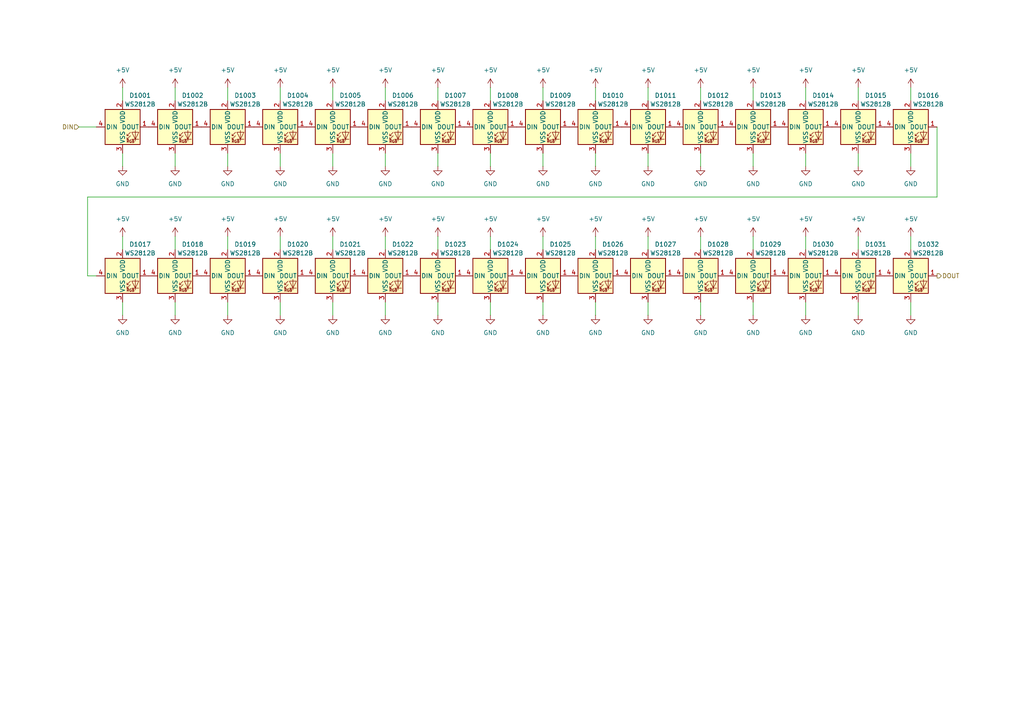
<source format=kicad_sch>
(kicad_sch (version 20231120) (generator "eeschema") (generator_version "8.0")
  (paper "A4")
  (wire (pts (xy 187.96 25.4) (xy 187.96 29.21)))
  (wire (pts (xy 187.96 44.45) (xy 187.96 48.26)))
  (wire (pts (xy 157.48 68.58) (xy 157.48 72.39)))
  (wire (pts (xy 157.48 87.63) (xy 157.48 91.44)))
  (wire (pts (xy 111.76 44.45) (xy 111.76 48.26)))
  (wire (pts (xy 271.78 57.15) (xy 25.4 57.15)))
  (wire (pts (xy 111.76 68.58) (xy 111.76 72.39)))
  (wire (pts (xy 218.44 68.58) (xy 218.44 72.39)))
  (wire (pts (xy 50.8 87.63) (xy 50.8 91.44)))
  (wire (pts (xy 157.48 44.45) (xy 157.48 48.26)))
  (wire (pts (xy 157.48 25.4) (xy 157.48 29.21)))
  (wire (pts (xy 218.44 44.45) (xy 218.44 48.26)))
  (wire (pts (xy 142.24 44.45) (xy 142.24 48.26)))
  (wire (pts (xy 203.2 68.58) (xy 203.2 72.39)))
  (wire (pts (xy 172.72 44.45) (xy 172.72 48.26)))
  (wire (pts (xy 264.16 44.45) (xy 264.16 48.26)))
  (wire (pts (xy 264.16 68.58) (xy 264.16 72.39)))
  (wire (pts (xy 111.76 25.4) (xy 111.76 29.21)))
  (wire (pts (xy 81.28 25.4) (xy 81.28 29.21)))
  (wire (pts (xy 172.72 68.58) (xy 172.72 72.39)))
  (wire (pts (xy 233.68 68.58) (xy 233.68 72.39)))
  (wire (pts (xy 142.24 68.58) (xy 142.24 72.39)))
  (wire (pts (xy 233.68 25.4) (xy 233.68 29.21)))
  (wire (pts (xy 35.56 44.45) (xy 35.56 48.26)))
  (wire (pts (xy 96.52 87.63) (xy 96.52 91.44)))
  (wire (pts (xy 248.92 68.58) (xy 248.92 72.39)))
  (wire (pts (xy 248.92 44.45) (xy 248.92 48.26)))
  (wire (pts (xy 203.2 87.63) (xy 203.2 91.44)))
  (wire (pts (xy 233.68 44.45) (xy 233.68 48.26)))
  (wire (pts (xy 248.92 25.4) (xy 248.92 29.21)))
  (wire (pts (xy 66.04 68.58) (xy 66.04 72.39)))
  (wire (pts (xy 127 25.4) (xy 127 29.21)))
  (wire (pts (xy 66.04 44.45) (xy 66.04 48.26)))
  (wire (pts (xy 96.52 44.45) (xy 96.52 48.26)))
  (wire (pts (xy 172.72 25.4) (xy 172.72 29.21)))
  (wire (pts (xy 22.86 36.83) (xy 27.94 36.83)))
  (wire (pts (xy 127 68.58) (xy 127 72.39)))
  (wire (pts (xy 271.78 36.83) (xy 271.78 57.15)))
  (wire (pts (xy 142.24 25.4) (xy 142.24 29.21)))
  (wire (pts (xy 218.44 87.63) (xy 218.44 91.44)))
  (wire (pts (xy 81.28 87.63) (xy 81.28 91.44)))
  (wire (pts (xy 50.8 68.58) (xy 50.8 72.39)))
  (wire (pts (xy 81.28 44.45) (xy 81.28 48.26)))
  (wire (pts (xy 111.76 87.63) (xy 111.76 91.44)))
  (wire (pts (xy 264.16 87.63) (xy 264.16 91.44)))
  (wire (pts (xy 50.8 44.45) (xy 50.8 48.26)))
  (wire (pts (xy 96.52 68.58) (xy 96.52 72.39)))
  (wire (pts (xy 187.96 68.58) (xy 187.96 72.39)))
  (wire (pts (xy 127 87.63) (xy 127 91.44)))
  (wire (pts (xy 35.56 68.58) (xy 35.56 72.39)))
  (wire (pts (xy 81.28 68.58) (xy 81.28 72.39)))
  (wire (pts (xy 25.4 57.15) (xy 25.4 80.01)))
  (wire (pts (xy 203.2 44.45) (xy 203.2 48.26)))
  (wire (pts (xy 218.44 25.4) (xy 218.44 29.21)))
  (wire (pts (xy 35.56 25.4) (xy 35.56 29.21)))
  (wire (pts (xy 264.16 25.4) (xy 264.16 29.21)))
  (wire (pts (xy 96.52 25.4) (xy 96.52 29.21)))
  (wire (pts (xy 50.8 25.4) (xy 50.8 29.21)))
  (wire (pts (xy 203.2 25.4) (xy 203.2 29.21)))
  (wire (pts (xy 248.92 87.63) (xy 248.92 91.44)))
  (wire (pts (xy 127 44.45) (xy 127 48.26)))
  (wire (pts (xy 25.4 80.01) (xy 27.94 80.01)))
  (wire (pts (xy 187.96 87.63) (xy 187.96 91.44)))
  (wire (pts (xy 172.72 87.63) (xy 172.72 91.44)))
  (wire (pts (xy 35.56 87.63) (xy 35.56 91.44)))
  (wire (pts (xy 233.68 87.63) (xy 233.68 91.44)))
  (wire (pts (xy 142.24 87.63) (xy 142.24 91.44)))
  (wire (pts (xy 66.04 25.4) (xy 66.04 29.21)))
  (wire (pts (xy 66.04 87.63) (xy 66.04 91.44)))
  (hierarchical_label "DIN" (shape input) (at 22.86 36.83 180))
  (hierarchical_label "DOUT" (shape output) (at 271.78 80.01 0))
  (symbol (lib_id "lib_pixel_grid:WS2812B-1615RGBC") (at 233.68 36.83 0) (unit 1)
    (property "Reference" "D1014" (at 238.76 27.686 0))
    (property "Value" "WS2812B" (at 238.76 30.226 0))
    (property "Footprint" "lib_pixel_grid:LED_WS2812B-1615_1.5x1.6mm_1" (effects (hide yes)))
    (property "Datasheet" "https://cdn-shop.adafruit.com/datasheets/WS2812B.pdf" (effects (hide yes)))
    (property "Description" "RGB LED with integrated controller" (effects (hide yes)))
    (property "LCSC" "C5349954" (effects (hide yes)))
    (instances (project "pixel_grid" (path "" (reference "D1014") (unit 1)) (path "" (reference "D1046") (unit 1)) (path "" (reference "D1078") (unit 1)) (path "" (reference "D1110") (unit 1)) (path "" (reference "D1142") (unit 1)) (path "" (reference "D1174") (unit 1)) (path "" (reference "D1206") (unit 1)) (path "" (reference "D1238") (unit 1)) (path "" (reference "D1270") (unit 1)) (path "" (reference "D1302") (unit 1)) (path "" (reference "D1334") (unit 1)) (path "" (reference "D1366") (unit 1)) (path "" (reference "D1398") (unit 1)) (path "" (reference "D1430") (unit 1)) (path "" (reference "D1462") (unit 1)) (path "" (reference "D1494") (unit 1)) (path "" (reference "D1526") (unit 1)) (path "" (reference "D1558") (unit 1)) (path "" (reference "D1590") (unit 1)) (path "" (reference "D1622") (unit 1)) (path "" (reference "D1654") (unit 1)) (path "" (reference "D1686") (unit 1)) (path "" (reference "D1718") (unit 1)) (path "" (reference "D1750") (unit 1)) (path "" (reference "D1782") (unit 1)) (path "" (reference "D1814") (unit 1)) (path "" (reference "D1846") (unit 1)) (path "" (reference "D1878") (unit 1)) (path "" (reference "D1910") (unit 1)) (path "" (reference "D1942") (unit 1)) (path "" (reference "D1974") (unit 1)) (path "" (reference "D2006") (unit 1))))
  )
  (symbol (lib_id "lib_pixel_grid:WS2812B-1615RGBC") (at 142.24 80.01 0) (unit 1)
    (property "Reference" "D1024" (at 147.32 70.866 0))
    (property "Value" "WS2812B" (at 147.32 73.406 0))
    (property "Footprint" "lib_pixel_grid:LED_WS2812B-1615_1.5x1.6mm_1" (effects (hide yes)))
    (property "Datasheet" "https://cdn-shop.adafruit.com/datasheets/WS2812B.pdf" (effects (hide yes)))
    (property "Description" "RGB LED with integrated controller" (effects (hide yes)))
    (property "LCSC" "C5349954" (effects (hide yes)))
    (instances (project "pixel_grid" (path "" (reference "D1024") (unit 1)) (path "" (reference "D1056") (unit 1)) (path "" (reference "D1088") (unit 1)) (path "" (reference "D1120") (unit 1)) (path "" (reference "D1152") (unit 1)) (path "" (reference "D1184") (unit 1)) (path "" (reference "D1216") (unit 1)) (path "" (reference "D1248") (unit 1)) (path "" (reference "D1280") (unit 1)) (path "" (reference "D1312") (unit 1)) (path "" (reference "D1344") (unit 1)) (path "" (reference "D1376") (unit 1)) (path "" (reference "D1408") (unit 1)) (path "" (reference "D1440") (unit 1)) (path "" (reference "D1472") (unit 1)) (path "" (reference "D1504") (unit 1)) (path "" (reference "D1536") (unit 1)) (path "" (reference "D1568") (unit 1)) (path "" (reference "D1600") (unit 1)) (path "" (reference "D1632") (unit 1)) (path "" (reference "D1664") (unit 1)) (path "" (reference "D1696") (unit 1)) (path "" (reference "D1728") (unit 1)) (path "" (reference "D1760") (unit 1)) (path "" (reference "D1792") (unit 1)) (path "" (reference "D1824") (unit 1)) (path "" (reference "D1856") (unit 1)) (path "" (reference "D1888") (unit 1)) (path "" (reference "D1920") (unit 1)) (path "" (reference "D1952") (unit 1)) (path "" (reference "D1984") (unit 1)) (path "" (reference "D2016") (unit 1))))
  )
  (symbol (lib_id "power:GND") (at 187.96 91.44 0) (unit 1)
    (property "Reference" "#PWR02059" (effects (hide yes)))
    (property "Value" "GND" (at 187.96 96.52 0))
    (property "Description" "Power symbol creates a global label with name \"GND\" , ground" (effects (hide yes)))
    (instances (project "pixel_grid" (path "" (reference "#PWR02059") (unit 1)) (path "" (reference "#PWR01044") (unit 1)) (path "" (reference "#PWR01108") (unit 1)) (path "" (reference "#PWR01172") (unit 1)) (path "" (reference "#PWR01236") (unit 1)) (path "" (reference "#PWR01300") (unit 1)) (path "" (reference "#PWR01364") (unit 1)) (path "" (reference "#PWR01428") (unit 1)) (path "" (reference "#PWR01492") (unit 1)) (path "" (reference "#PWR01556") (unit 1)) (path "" (reference "#PWR01620") (unit 1)) (path "" (reference "#PWR01684") (unit 1)) (path "" (reference "#PWR01748") (unit 1)) (path "" (reference "#PWR01812") (unit 1)) (path "" (reference "#PWR01876") (unit 1)) (path "" (reference "#PWR01940") (unit 1)) (path "" (reference "#PWR02068") (unit 1)) (path "" (reference "#PWR02182") (unit 1)) (path "" (reference "#PWR02246") (unit 1)) (path "" (reference "#PWR02310") (unit 1)) (path "" (reference "#PWR02374") (unit 1)) (path "" (reference "#PWR02438") (unit 1)) (path "" (reference "#PWR02502") (unit 1)) (path "" (reference "#PWR02566") (unit 1)) (path "" (reference "#PWR02630") (unit 1)) (path "" (reference "#PWR02694") (unit 1)) (path "" (reference "#PWR02758") (unit 1)) (path "" (reference "#PWR02822") (unit 1)) (path "" (reference "#PWR02886") (unit 1)) (path "" (reference "#PWR02950") (unit 1)) (path "" (reference "#PWR03014") (unit 1)) (path "" (reference "#PWR03078") (unit 1))))
  )
  (symbol (lib_id "power:GND") (at 187.96 48.26 0) (unit 1)
    (property "Reference" "#PWR02022" (effects (hide yes)))
    (property "Value" "GND" (at 187.96 53.34 0))
    (property "Description" "Power symbol creates a global label with name \"GND\" , ground" (effects (hide yes)))
    (instances (project "pixel_grid" (path "" (reference "#PWR02022") (unit 1)) (path "" (reference "#PWR01042") (unit 1)) (path "" (reference "#PWR01106") (unit 1)) (path "" (reference "#PWR01170") (unit 1)) (path "" (reference "#PWR01234") (unit 1)) (path "" (reference "#PWR01298") (unit 1)) (path "" (reference "#PWR01362") (unit 1)) (path "" (reference "#PWR01426") (unit 1)) (path "" (reference "#PWR01490") (unit 1)) (path "" (reference "#PWR01554") (unit 1)) (path "" (reference "#PWR01618") (unit 1)) (path "" (reference "#PWR01682") (unit 1)) (path "" (reference "#PWR01746") (unit 1)) (path "" (reference "#PWR01810") (unit 1)) (path "" (reference "#PWR01874") (unit 1)) (path "" (reference "#PWR01938") (unit 1)) (path "" (reference "#PWR02066") (unit 1)) (path "" (reference "#PWR02180") (unit 1)) (path "" (reference "#PWR02244") (unit 1)) (path "" (reference "#PWR02308") (unit 1)) (path "" (reference "#PWR02372") (unit 1)) (path "" (reference "#PWR02436") (unit 1)) (path "" (reference "#PWR02500") (unit 1)) (path "" (reference "#PWR02564") (unit 1)) (path "" (reference "#PWR02628") (unit 1)) (path "" (reference "#PWR02692") (unit 1)) (path "" (reference "#PWR02756") (unit 1)) (path "" (reference "#PWR02820") (unit 1)) (path "" (reference "#PWR02884") (unit 1)) (path "" (reference "#PWR02948") (unit 1)) (path "" (reference "#PWR03012") (unit 1)) (path "" (reference "#PWR03076") (unit 1))))
  )
  (symbol (lib_id "power:+5V") (at 35.56 25.4 0) (unit 1)
    (property "Reference" "#PWR02001" (effects (hide yes)))
    (property "Value" "+5V" (at 35.56 20.32 0))
    (property "Description" "Power symbol creates a global label with name \"+5V\"" (effects (hide yes)))
    (instances (project "pixel_grid" (path "" (reference "#PWR02001") (unit 1)) (path "" (reference "#PWR01001") (unit 1)) (path "" (reference "#PWR01065") (unit 1)) (path "" (reference "#PWR01129") (unit 1)) (path "" (reference "#PWR01193") (unit 1)) (path "" (reference "#PWR01257") (unit 1)) (path "" (reference "#PWR01321") (unit 1)) (path "" (reference "#PWR01385") (unit 1)) (path "" (reference "#PWR01449") (unit 1)) (path "" (reference "#PWR01513") (unit 1)) (path "" (reference "#PWR01577") (unit 1)) (path "" (reference "#PWR01641") (unit 1)) (path "" (reference "#PWR01705") (unit 1)) (path "" (reference "#PWR01769") (unit 1)) (path "" (reference "#PWR01833") (unit 1)) (path "" (reference "#PWR01897") (unit 1)) (path "" (reference "#PWR01961") (unit 1)) (path "" (reference "#PWR02139") (unit 1)) (path "" (reference "#PWR02203") (unit 1)) (path "" (reference "#PWR02267") (unit 1)) (path "" (reference "#PWR02331") (unit 1)) (path "" (reference "#PWR02395") (unit 1)) (path "" (reference "#PWR02459") (unit 1)) (path "" (reference "#PWR02523") (unit 1)) (path "" (reference "#PWR02587") (unit 1)) (path "" (reference "#PWR02651") (unit 1)) (path "" (reference "#PWR02715") (unit 1)) (path "" (reference "#PWR02779") (unit 1)) (path "" (reference "#PWR02843") (unit 1)) (path "" (reference "#PWR02907") (unit 1)) (path "" (reference "#PWR02971") (unit 1)) (path "" (reference "#PWR03035") (unit 1))))
  )
  (symbol (lib_id "lib_pixel_grid:WS2812B-1615RGBC") (at 187.96 80.01 0) (unit 1)
    (property "Reference" "D1027" (at 193.04 70.866 0))
    (property "Value" "WS2812B" (at 193.04 73.406 0))
    (property "Footprint" "lib_pixel_grid:LED_WS2812B-1615_1.5x1.6mm_1" (effects (hide yes)))
    (property "Datasheet" "https://cdn-shop.adafruit.com/datasheets/WS2812B.pdf" (effects (hide yes)))
    (property "Description" "RGB LED with integrated controller" (effects (hide yes)))
    (property "LCSC" "C5349954" (effects (hide yes)))
    (instances (project "pixel_grid" (path "" (reference "D1027") (unit 1)) (path "" (reference "D1059") (unit 1)) (path "" (reference "D1091") (unit 1)) (path "" (reference "D1123") (unit 1)) (path "" (reference "D1155") (unit 1)) (path "" (reference "D1187") (unit 1)) (path "" (reference "D1219") (unit 1)) (path "" (reference "D1251") (unit 1)) (path "" (reference "D1283") (unit 1)) (path "" (reference "D1315") (unit 1)) (path "" (reference "D1347") (unit 1)) (path "" (reference "D1379") (unit 1)) (path "" (reference "D1411") (unit 1)) (path "" (reference "D1443") (unit 1)) (path "" (reference "D1475") (unit 1)) (path "" (reference "D1507") (unit 1)) (path "" (reference "D1539") (unit 1)) (path "" (reference "D1571") (unit 1)) (path "" (reference "D1603") (unit 1)) (path "" (reference "D1635") (unit 1)) (path "" (reference "D1667") (unit 1)) (path "" (reference "D1699") (unit 1)) (path "" (reference "D1731") (unit 1)) (path "" (reference "D1763") (unit 1)) (path "" (reference "D1795") (unit 1)) (path "" (reference "D1827") (unit 1)) (path "" (reference "D1859") (unit 1)) (path "" (reference "D1891") (unit 1)) (path "" (reference "D1923") (unit 1)) (path "" (reference "D1955") (unit 1)) (path "" (reference "D1987") (unit 1)) (path "" (reference "D2019") (unit 1))))
  )
  (symbol (lib_id "lib_pixel_grid:WS2812B-1615RGBC") (at 127 80.01 0) (unit 1)
    (property "Reference" "D1023" (at 132.08 70.866 0))
    (property "Value" "WS2812B" (at 132.08 73.406 0))
    (property "Footprint" "lib_pixel_grid:LED_WS2812B-1615_1.5x1.6mm_1" (effects (hide yes)))
    (property "Datasheet" "https://cdn-shop.adafruit.com/datasheets/WS2812B.pdf" (effects (hide yes)))
    (property "Description" "RGB LED with integrated controller" (effects (hide yes)))
    (property "LCSC" "C5349954" (effects (hide yes)))
    (instances (project "pixel_grid" (path "" (reference "D1023") (unit 1)) (path "" (reference "D1055") (unit 1)) (path "" (reference "D1087") (unit 1)) (path "" (reference "D1119") (unit 1)) (path "" (reference "D1151") (unit 1)) (path "" (reference "D1183") (unit 1)) (path "" (reference "D1215") (unit 1)) (path "" (reference "D1247") (unit 1)) (path "" (reference "D1279") (unit 1)) (path "" (reference "D1311") (unit 1)) (path "" (reference "D1343") (unit 1)) (path "" (reference "D1375") (unit 1)) (path "" (reference "D1407") (unit 1)) (path "" (reference "D1439") (unit 1)) (path "" (reference "D1471") (unit 1)) (path "" (reference "D1503") (unit 1)) (path "" (reference "D1535") (unit 1)) (path "" (reference "D1567") (unit 1)) (path "" (reference "D1599") (unit 1)) (path "" (reference "D1631") (unit 1)) (path "" (reference "D1663") (unit 1)) (path "" (reference "D1695") (unit 1)) (path "" (reference "D1727") (unit 1)) (path "" (reference "D1759") (unit 1)) (path "" (reference "D1791") (unit 1)) (path "" (reference "D1823") (unit 1)) (path "" (reference "D1855") (unit 1)) (path "" (reference "D1887") (unit 1)) (path "" (reference "D1919") (unit 1)) (path "" (reference "D1951") (unit 1)) (path "" (reference "D1983") (unit 1)) (path "" (reference "D2015") (unit 1))))
  )
  (symbol (lib_id "power:GND") (at 35.56 48.26 0) (unit 1)
    (property "Reference" "#PWR02002" (effects (hide yes)))
    (property "Value" "GND" (at 35.56 53.34 0))
    (property "Description" "Power symbol creates a global label with name \"GND\" , ground" (effects (hide yes)))
    (instances (project "pixel_grid" (path "" (reference "#PWR02002") (unit 1)) (path "" (reference "#PWR01002") (unit 1)) (path "" (reference "#PWR01066") (unit 1)) (path "" (reference "#PWR01130") (unit 1)) (path "" (reference "#PWR01194") (unit 1)) (path "" (reference "#PWR01258") (unit 1)) (path "" (reference "#PWR01322") (unit 1)) (path "" (reference "#PWR01386") (unit 1)) (path "" (reference "#PWR01450") (unit 1)) (path "" (reference "#PWR01514") (unit 1)) (path "" (reference "#PWR01578") (unit 1)) (path "" (reference "#PWR01642") (unit 1)) (path "" (reference "#PWR01706") (unit 1)) (path "" (reference "#PWR01770") (unit 1)) (path "" (reference "#PWR01834") (unit 1)) (path "" (reference "#PWR01898") (unit 1)) (path "" (reference "#PWR01962") (unit 1)) (path "" (reference "#PWR02140") (unit 1)) (path "" (reference "#PWR02204") (unit 1)) (path "" (reference "#PWR02268") (unit 1)) (path "" (reference "#PWR02332") (unit 1)) (path "" (reference "#PWR02396") (unit 1)) (path "" (reference "#PWR02460") (unit 1)) (path "" (reference "#PWR02524") (unit 1)) (path "" (reference "#PWR02588") (unit 1)) (path "" (reference "#PWR02652") (unit 1)) (path "" (reference "#PWR02716") (unit 1)) (path "" (reference "#PWR02780") (unit 1)) (path "" (reference "#PWR02844") (unit 1)) (path "" (reference "#PWR02908") (unit 1)) (path "" (reference "#PWR02972") (unit 1)) (path "" (reference "#PWR03036") (unit 1))))
  )
  (symbol (lib_id "power:GND") (at 157.48 91.44 0) (unit 1)
    (property "Reference" "#PWR02057" (effects (hide yes)))
    (property "Value" "GND" (at 157.48 96.52 0))
    (property "Description" "Power symbol creates a global label with name \"GND\" , ground" (effects (hide yes)))
    (instances (project "pixel_grid" (path "" (reference "#PWR02057") (unit 1)) (path "" (reference "#PWR01036") (unit 1)) (path "" (reference "#PWR01100") (unit 1)) (path "" (reference "#PWR01164") (unit 1)) (path "" (reference "#PWR01228") (unit 1)) (path "" (reference "#PWR01292") (unit 1)) (path "" (reference "#PWR01356") (unit 1)) (path "" (reference "#PWR01420") (unit 1)) (path "" (reference "#PWR01484") (unit 1)) (path "" (reference "#PWR01548") (unit 1)) (path "" (reference "#PWR01612") (unit 1)) (path "" (reference "#PWR01676") (unit 1)) (path "" (reference "#PWR01740") (unit 1)) (path "" (reference "#PWR01804") (unit 1)) (path "" (reference "#PWR01868") (unit 1)) (path "" (reference "#PWR01932") (unit 1)) (path "" (reference "#PWR01996") (unit 1)) (path "" (reference "#PWR02174") (unit 1)) (path "" (reference "#PWR02238") (unit 1)) (path "" (reference "#PWR02302") (unit 1)) (path "" (reference "#PWR02366") (unit 1)) (path "" (reference "#PWR02430") (unit 1)) (path "" (reference "#PWR02494") (unit 1)) (path "" (reference "#PWR02558") (unit 1)) (path "" (reference "#PWR02622") (unit 1)) (path "" (reference "#PWR02686") (unit 1)) (path "" (reference "#PWR02750") (unit 1)) (path "" (reference "#PWR02814") (unit 1)) (path "" (reference "#PWR02878") (unit 1)) (path "" (reference "#PWR02942") (unit 1)) (path "" (reference "#PWR03006") (unit 1)) (path "" (reference "#PWR03070") (unit 1))))
  )
  (symbol (lib_id "lib_pixel_grid:WS2812B-1615RGBC") (at 264.16 80.01 0) (unit 1)
    (property "Reference" "D1032" (at 269.24 70.866 0))
    (property "Value" "WS2812B" (at 269.24 73.406 0))
    (property "Footprint" "lib_pixel_grid:LED_WS2812B-1615_1.5x1.6mm_1" (effects (hide yes)))
    (property "Datasheet" "https://cdn-shop.adafruit.com/datasheets/WS2812B.pdf" (effects (hide yes)))
    (property "Description" "RGB LED with integrated controller" (effects (hide yes)))
    (property "LCSC" "C5349954" (effects (hide yes)))
    (instances (project "pixel_grid" (path "" (reference "D1032") (unit 1)) (path "" (reference "D1064") (unit 1)) (path "" (reference "D1096") (unit 1)) (path "" (reference "D1128") (unit 1)) (path "" (reference "D1160") (unit 1)) (path "" (reference "D1192") (unit 1)) (path "" (reference "D1224") (unit 1)) (path "" (reference "D1256") (unit 1)) (path "" (reference "D1288") (unit 1)) (path "" (reference "D1320") (unit 1)) (path "" (reference "D1352") (unit 1)) (path "" (reference "D1384") (unit 1)) (path "" (reference "D1416") (unit 1)) (path "" (reference "D1448") (unit 1)) (path "" (reference "D1480") (unit 1)) (path "" (reference "D1512") (unit 1)) (path "" (reference "D1544") (unit 1)) (path "" (reference "D1576") (unit 1)) (path "" (reference "D1608") (unit 1)) (path "" (reference "D1640") (unit 1)) (path "" (reference "D1672") (unit 1)) (path "" (reference "D1704") (unit 1)) (path "" (reference "D1736") (unit 1)) (path "" (reference "D1768") (unit 1)) (path "" (reference "D1800") (unit 1)) (path "" (reference "D1832") (unit 1)) (path "" (reference "D1864") (unit 1)) (path "" (reference "D1896") (unit 1)) (path "" (reference "D1928") (unit 1)) (path "" (reference "D1960") (unit 1)) (path "" (reference "D1992") (unit 1)) (path "" (reference "D2024") (unit 1))))
  )
  (symbol (lib_id "lib_pixel_grid:WS2812B-1615RGBC") (at 35.56 80.01 0) (unit 1)
    (property "Reference" "D1017" (at 40.64 70.866 0))
    (property "Value" "WS2812B" (at 40.64 73.406 0))
    (property "Footprint" "lib_pixel_grid:LED_WS2812B-1615_1.5x1.6mm_1" (effects (hide yes)))
    (property "Datasheet" "https://cdn-shop.adafruit.com/datasheets/WS2812B.pdf" (effects (hide yes)))
    (property "Description" "RGB LED with integrated controller" (effects (hide yes)))
    (property "LCSC" "C5349954" (effects (hide yes)))
    (instances (project "pixel_grid" (path "" (reference "D1017") (unit 1)) (path "" (reference "D1049") (unit 1)) (path "" (reference "D1081") (unit 1)) (path "" (reference "D1113") (unit 1)) (path "" (reference "D1145") (unit 1)) (path "" (reference "D1177") (unit 1)) (path "" (reference "D1209") (unit 1)) (path "" (reference "D1241") (unit 1)) (path "" (reference "D1273") (unit 1)) (path "" (reference "D1305") (unit 1)) (path "" (reference "D1337") (unit 1)) (path "" (reference "D1369") (unit 1)) (path "" (reference "D1401") (unit 1)) (path "" (reference "D1433") (unit 1)) (path "" (reference "D1465") (unit 1)) (path "" (reference "D1497") (unit 1)) (path "" (reference "D1529") (unit 1)) (path "" (reference "D1561") (unit 1)) (path "" (reference "D1593") (unit 1)) (path "" (reference "D1625") (unit 1)) (path "" (reference "D1657") (unit 1)) (path "" (reference "D1689") (unit 1)) (path "" (reference "D1721") (unit 1)) (path "" (reference "D1753") (unit 1)) (path "" (reference "D1785") (unit 1)) (path "" (reference "D1817") (unit 1)) (path "" (reference "D1849") (unit 1)) (path "" (reference "D1881") (unit 1)) (path "" (reference "D1913") (unit 1)) (path "" (reference "D1945") (unit 1)) (path "" (reference "D1977") (unit 1)) (path "" (reference "D2009") (unit 1))))
  )
  (symbol (lib_id "power:GND") (at 111.76 91.44 0) (unit 1)
    (property "Reference" "#PWR02054" (effects (hide yes)))
    (property "Value" "GND" (at 111.76 96.52 0))
    (property "Description" "Power symbol creates a global label with name \"GND\" , ground" (effects (hide yes)))
    (instances (project "pixel_grid" (path "" (reference "#PWR02054") (unit 1)) (path "" (reference "#PWR01024") (unit 1)) (path "" (reference "#PWR01088") (unit 1)) (path "" (reference "#PWR01152") (unit 1)) (path "" (reference "#PWR01216") (unit 1)) (path "" (reference "#PWR01280") (unit 1)) (path "" (reference "#PWR01344") (unit 1)) (path "" (reference "#PWR01408") (unit 1)) (path "" (reference "#PWR01472") (unit 1)) (path "" (reference "#PWR01536") (unit 1)) (path "" (reference "#PWR01600") (unit 1)) (path "" (reference "#PWR01664") (unit 1)) (path "" (reference "#PWR01728") (unit 1)) (path "" (reference "#PWR01792") (unit 1)) (path "" (reference "#PWR01856") (unit 1)) (path "" (reference "#PWR01920") (unit 1)) (path "" (reference "#PWR01984") (unit 1)) (path "" (reference "#PWR02162") (unit 1)) (path "" (reference "#PWR02226") (unit 1)) (path "" (reference "#PWR02290") (unit 1)) (path "" (reference "#PWR02354") (unit 1)) (path "" (reference "#PWR02418") (unit 1)) (path "" (reference "#PWR02482") (unit 1)) (path "" (reference "#PWR02546") (unit 1)) (path "" (reference "#PWR02610") (unit 1)) (path "" (reference "#PWR02674") (unit 1)) (path "" (reference "#PWR02738") (unit 1)) (path "" (reference "#PWR02802") (unit 1)) (path "" (reference "#PWR02866") (unit 1)) (path "" (reference "#PWR02930") (unit 1)) (path "" (reference "#PWR02994") (unit 1)) (path "" (reference "#PWR03058") (unit 1))))
  )
  (symbol (lib_id "power:+5V") (at 50.8 68.58 0) (unit 1)
    (property "Reference" "#PWR02034" (effects (hide yes)))
    (property "Value" "+5V" (at 50.8 63.5 0))
    (property "Description" "Power symbol creates a global label with name \"+5V\"" (effects (hide yes)))
    (instances (project "pixel_grid" (path "" (reference "#PWR02034") (unit 1)) (path "" (reference "#PWR01007") (unit 1)) (path "" (reference "#PWR01071") (unit 1)) (path "" (reference "#PWR01135") (unit 1)) (path "" (reference "#PWR01199") (unit 1)) (path "" (reference "#PWR01263") (unit 1)) (path "" (reference "#PWR01327") (unit 1)) (path "" (reference "#PWR01391") (unit 1)) (path "" (reference "#PWR01455") (unit 1)) (path "" (reference "#PWR01519") (unit 1)) (path "" (reference "#PWR01583") (unit 1)) (path "" (reference "#PWR01647") (unit 1)) (path "" (reference "#PWR01711") (unit 1)) (path "" (reference "#PWR01775") (unit 1)) (path "" (reference "#PWR01839") (unit 1)) (path "" (reference "#PWR01903") (unit 1)) (path "" (reference "#PWR01967") (unit 1)) (path "" (reference "#PWR02145") (unit 1)) (path "" (reference "#PWR02209") (unit 1)) (path "" (reference "#PWR02273") (unit 1)) (path "" (reference "#PWR02337") (unit 1)) (path "" (reference "#PWR02401") (unit 1)) (path "" (reference "#PWR02465") (unit 1)) (path "" (reference "#PWR02529") (unit 1)) (path "" (reference "#PWR02593") (unit 1)) (path "" (reference "#PWR02657") (unit 1)) (path "" (reference "#PWR02721") (unit 1)) (path "" (reference "#PWR02785") (unit 1)) (path "" (reference "#PWR02849") (unit 1)) (path "" (reference "#PWR02913") (unit 1)) (path "" (reference "#PWR02977") (unit 1)) (path "" (reference "#PWR03041") (unit 1))))
  )
  (symbol (lib_id "power:+5V") (at 96.52 25.4 0) (unit 1)
    (property "Reference" "#PWR02009" (effects (hide yes)))
    (property "Value" "+5V" (at 96.52 20.32 0))
    (property "Description" "Power symbol creates a global label with name \"+5V\"" (effects (hide yes)))
    (instances (project "pixel_grid" (path "" (reference "#PWR02009") (unit 1)) (path "" (reference "#PWR01017") (unit 1)) (path "" (reference "#PWR01081") (unit 1)) (path "" (reference "#PWR01145") (unit 1)) (path "" (reference "#PWR01209") (unit 1)) (path "" (reference "#PWR01273") (unit 1)) (path "" (reference "#PWR01337") (unit 1)) (path "" (reference "#PWR01401") (unit 1)) (path "" (reference "#PWR01465") (unit 1)) (path "" (reference "#PWR01529") (unit 1)) (path "" (reference "#PWR01593") (unit 1)) (path "" (reference "#PWR01657") (unit 1)) (path "" (reference "#PWR01721") (unit 1)) (path "" (reference "#PWR01785") (unit 1)) (path "" (reference "#PWR01849") (unit 1)) (path "" (reference "#PWR01913") (unit 1)) (path "" (reference "#PWR01977") (unit 1)) (path "" (reference "#PWR02155") (unit 1)) (path "" (reference "#PWR02219") (unit 1)) (path "" (reference "#PWR02283") (unit 1)) (path "" (reference "#PWR02347") (unit 1)) (path "" (reference "#PWR02411") (unit 1)) (path "" (reference "#PWR02475") (unit 1)) (path "" (reference "#PWR02539") (unit 1)) (path "" (reference "#PWR02603") (unit 1)) (path "" (reference "#PWR02667") (unit 1)) (path "" (reference "#PWR02731") (unit 1)) (path "" (reference "#PWR02795") (unit 1)) (path "" (reference "#PWR02859") (unit 1)) (path "" (reference "#PWR02923") (unit 1)) (path "" (reference "#PWR02987") (unit 1)) (path "" (reference "#PWR03051") (unit 1))))
  )
  (symbol (lib_id "power:GND") (at 233.68 91.44 0) (unit 1)
    (property "Reference" "#PWR02062" (effects (hide yes)))
    (property "Value" "GND" (at 233.68 96.52 0))
    (property "Description" "Power symbol creates a global label with name \"GND\" , ground" (effects (hide yes)))
    (instances (project "pixel_grid" (path "" (reference "#PWR02062") (unit 1)) (path "" (reference "#PWR01056") (unit 1)) (path "" (reference "#PWR01120") (unit 1)) (path "" (reference "#PWR01184") (unit 1)) (path "" (reference "#PWR01248") (unit 1)) (path "" (reference "#PWR01312") (unit 1)) (path "" (reference "#PWR01376") (unit 1)) (path "" (reference "#PWR01440") (unit 1)) (path "" (reference "#PWR01504") (unit 1)) (path "" (reference "#PWR01568") (unit 1)) (path "" (reference "#PWR01632") (unit 1)) (path "" (reference "#PWR01696") (unit 1)) (path "" (reference "#PWR01760") (unit 1)) (path "" (reference "#PWR01824") (unit 1)) (path "" (reference "#PWR01888") (unit 1)) (path "" (reference "#PWR01952") (unit 1)) (path "" (reference "#PWR02130") (unit 1)) (path "" (reference "#PWR02194") (unit 1)) (path "" (reference "#PWR02258") (unit 1)) (path "" (reference "#PWR02322") (unit 1)) (path "" (reference "#PWR02386") (unit 1)) (path "" (reference "#PWR02450") (unit 1)) (path "" (reference "#PWR02514") (unit 1)) (path "" (reference "#PWR02578") (unit 1)) (path "" (reference "#PWR02642") (unit 1)) (path "" (reference "#PWR02706") (unit 1)) (path "" (reference "#PWR02770") (unit 1)) (path "" (reference "#PWR02834") (unit 1)) (path "" (reference "#PWR02898") (unit 1)) (path "" (reference "#PWR02962") (unit 1)) (path "" (reference "#PWR03026") (unit 1)) (path "" (reference "#PWR03090") (unit 1))))
  )
  (symbol (lib_id "lib_pixel_grid:WS2812B-1615RGBC") (at 66.04 36.83 0) (unit 1)
    (property "Reference" "D1003" (at 71.12 27.686 0))
    (property "Value" "WS2812B" (at 71.12 30.226 0))
    (property "Footprint" "lib_pixel_grid:LED_WS2812B-1615_1.5x1.6mm_1" (effects (hide yes)))
    (property "Datasheet" "https://cdn-shop.adafruit.com/datasheets/WS2812B.pdf" (effects (hide yes)))
    (property "Description" "RGB LED with integrated controller" (effects (hide yes)))
    (property "LCSC" "C5349954" (effects (hide yes)))
    (instances (project "pixel_grid" (path "" (reference "D1003") (unit 1)) (path "" (reference "D1035") (unit 1)) (path "" (reference "D1067") (unit 1)) (path "" (reference "D1099") (unit 1)) (path "" (reference "D1131") (unit 1)) (path "" (reference "D1163") (unit 1)) (path "" (reference "D1195") (unit 1)) (path "" (reference "D1227") (unit 1)) (path "" (reference "D1259") (unit 1)) (path "" (reference "D1291") (unit 1)) (path "" (reference "D1323") (unit 1)) (path "" (reference "D1355") (unit 1)) (path "" (reference "D1387") (unit 1)) (path "" (reference "D1419") (unit 1)) (path "" (reference "D1451") (unit 1)) (path "" (reference "D1483") (unit 1)) (path "" (reference "D1515") (unit 1)) (path "" (reference "D1547") (unit 1)) (path "" (reference "D1579") (unit 1)) (path "" (reference "D1611") (unit 1)) (path "" (reference "D1643") (unit 1)) (path "" (reference "D1675") (unit 1)) (path "" (reference "D1707") (unit 1)) (path "" (reference "D1739") (unit 1)) (path "" (reference "D1771") (unit 1)) (path "" (reference "D1803") (unit 1)) (path "" (reference "D1835") (unit 1)) (path "" (reference "D1867") (unit 1)) (path "" (reference "D1899") (unit 1)) (path "" (reference "D1931") (unit 1)) (path "" (reference "D1963") (unit 1)) (path "" (reference "D1995") (unit 1))))
  )
  (symbol (lib_id "power:+5V") (at 233.68 25.4 0) (unit 1)
    (property "Reference" "#PWR02027" (effects (hide yes)))
    (property "Value" "+5V" (at 233.68 20.32 0))
    (property "Description" "Power symbol creates a global label with name \"+5V\"" (effects (hide yes)))
    (instances (project "pixel_grid" (path "" (reference "#PWR02027") (unit 1)) (path "" (reference "#PWR01053") (unit 1)) (path "" (reference "#PWR01117") (unit 1)) (path "" (reference "#PWR01181") (unit 1)) (path "" (reference "#PWR01245") (unit 1)) (path "" (reference "#PWR01309") (unit 1)) (path "" (reference "#PWR01373") (unit 1)) (path "" (reference "#PWR01437") (unit 1)) (path "" (reference "#PWR01501") (unit 1)) (path "" (reference "#PWR01565") (unit 1)) (path "" (reference "#PWR01629") (unit 1)) (path "" (reference "#PWR01693") (unit 1)) (path "" (reference "#PWR01757") (unit 1)) (path "" (reference "#PWR01821") (unit 1)) (path "" (reference "#PWR01885") (unit 1)) (path "" (reference "#PWR01949") (unit 1)) (path "" (reference "#PWR02077") (unit 1)) (path "" (reference "#PWR02191") (unit 1)) (path "" (reference "#PWR02255") (unit 1)) (path "" (reference "#PWR02319") (unit 1)) (path "" (reference "#PWR02383") (unit 1)) (path "" (reference "#PWR02447") (unit 1)) (path "" (reference "#PWR02511") (unit 1)) (path "" (reference "#PWR02575") (unit 1)) (path "" (reference "#PWR02639") (unit 1)) (path "" (reference "#PWR02703") (unit 1)) (path "" (reference "#PWR02767") (unit 1)) (path "" (reference "#PWR02831") (unit 1)) (path "" (reference "#PWR02895") (unit 1)) (path "" (reference "#PWR02959") (unit 1)) (path "" (reference "#PWR03023") (unit 1)) (path "" (reference "#PWR03087") (unit 1))))
  )
  (symbol (lib_id "lib_pixel_grid:WS2812B-1615RGBC") (at 218.44 80.01 0) (unit 1)
    (property "Reference" "D1029" (at 223.52 70.866 0))
    (property "Value" "WS2812B" (at 223.52 73.406 0))
    (property "Footprint" "lib_pixel_grid:LED_WS2812B-1615_1.5x1.6mm_1" (effects (hide yes)))
    (property "Datasheet" "https://cdn-shop.adafruit.com/datasheets/WS2812B.pdf" (effects (hide yes)))
    (property "Description" "RGB LED with integrated controller" (effects (hide yes)))
    (property "LCSC" "C5349954" (effects (hide yes)))
    (instances (project "pixel_grid" (path "" (reference "D1029") (unit 1)) (path "" (reference "D1061") (unit 1)) (path "" (reference "D1093") (unit 1)) (path "" (reference "D1125") (unit 1)) (path "" (reference "D1157") (unit 1)) (path "" (reference "D1189") (unit 1)) (path "" (reference "D1221") (unit 1)) (path "" (reference "D1253") (unit 1)) (path "" (reference "D1285") (unit 1)) (path "" (reference "D1317") (unit 1)) (path "" (reference "D1349") (unit 1)) (path "" (reference "D1381") (unit 1)) (path "" (reference "D1413") (unit 1)) (path "" (reference "D1445") (unit 1)) (path "" (reference "D1477") (unit 1)) (path "" (reference "D1509") (unit 1)) (path "" (reference "D1541") (unit 1)) (path "" (reference "D1573") (unit 1)) (path "" (reference "D1605") (unit 1)) (path "" (reference "D1637") (unit 1)) (path "" (reference "D1669") (unit 1)) (path "" (reference "D1701") (unit 1)) (path "" (reference "D1733") (unit 1)) (path "" (reference "D1765") (unit 1)) (path "" (reference "D1797") (unit 1)) (path "" (reference "D1829") (unit 1)) (path "" (reference "D1861") (unit 1)) (path "" (reference "D1893") (unit 1)) (path "" (reference "D1925") (unit 1)) (path "" (reference "D1957") (unit 1)) (path "" (reference "D1989") (unit 1)) (path "" (reference "D2021") (unit 1))))
  )
  (symbol (lib_id "power:+5V") (at 96.52 68.58 0) (unit 1)
    (property "Reference" "#PWR02037" (effects (hide yes)))
    (property "Value" "+5V" (at 96.52 63.5 0))
    (property "Description" "Power symbol creates a global label with name \"+5V\"" (effects (hide yes)))
    (instances (project "pixel_grid" (path "" (reference "#PWR02037") (unit 1)) (path "" (reference "#PWR01019") (unit 1)) (path "" (reference "#PWR01083") (unit 1)) (path "" (reference "#PWR01147") (unit 1)) (path "" (reference "#PWR01211") (unit 1)) (path "" (reference "#PWR01275") (unit 1)) (path "" (reference "#PWR01339") (unit 1)) (path "" (reference "#PWR01403") (unit 1)) (path "" (reference "#PWR01467") (unit 1)) (path "" (reference "#PWR01531") (unit 1)) (path "" (reference "#PWR01595") (unit 1)) (path "" (reference "#PWR01659") (unit 1)) (path "" (reference "#PWR01723") (unit 1)) (path "" (reference "#PWR01787") (unit 1)) (path "" (reference "#PWR01851") (unit 1)) (path "" (reference "#PWR01915") (unit 1)) (path "" (reference "#PWR01979") (unit 1)) (path "" (reference "#PWR02157") (unit 1)) (path "" (reference "#PWR02221") (unit 1)) (path "" (reference "#PWR02285") (unit 1)) (path "" (reference "#PWR02349") (unit 1)) (path "" (reference "#PWR02413") (unit 1)) (path "" (reference "#PWR02477") (unit 1)) (path "" (reference "#PWR02541") (unit 1)) (path "" (reference "#PWR02605") (unit 1)) (path "" (reference "#PWR02669") (unit 1)) (path "" (reference "#PWR02733") (unit 1)) (path "" (reference "#PWR02797") (unit 1)) (path "" (reference "#PWR02861") (unit 1)) (path "" (reference "#PWR02925") (unit 1)) (path "" (reference "#PWR02989") (unit 1)) (path "" (reference "#PWR03053") (unit 1))))
  )
  (symbol (lib_id "power:+5V") (at 157.48 68.58 0) (unit 1)
    (property "Reference" "#PWR02041" (effects (hide yes)))
    (property "Value" "+5V" (at 157.48 63.5 0))
    (property "Description" "Power symbol creates a global label with name \"+5V\"" (effects (hide yes)))
    (instances (project "pixel_grid" (path "" (reference "#PWR02041") (unit 1)) (path "" (reference "#PWR01035") (unit 1)) (path "" (reference "#PWR01099") (unit 1)) (path "" (reference "#PWR01163") (unit 1)) (path "" (reference "#PWR01227") (unit 1)) (path "" (reference "#PWR01291") (unit 1)) (path "" (reference "#PWR01355") (unit 1)) (path "" (reference "#PWR01419") (unit 1)) (path "" (reference "#PWR01483") (unit 1)) (path "" (reference "#PWR01547") (unit 1)) (path "" (reference "#PWR01611") (unit 1)) (path "" (reference "#PWR01675") (unit 1)) (path "" (reference "#PWR01739") (unit 1)) (path "" (reference "#PWR01803") (unit 1)) (path "" (reference "#PWR01867") (unit 1)) (path "" (reference "#PWR01931") (unit 1)) (path "" (reference "#PWR01995") (unit 1)) (path "" (reference "#PWR02173") (unit 1)) (path "" (reference "#PWR02237") (unit 1)) (path "" (reference "#PWR02301") (unit 1)) (path "" (reference "#PWR02365") (unit 1)) (path "" (reference "#PWR02429") (unit 1)) (path "" (reference "#PWR02493") (unit 1)) (path "" (reference "#PWR02557") (unit 1)) (path "" (reference "#PWR02621") (unit 1)) (path "" (reference "#PWR02685") (unit 1)) (path "" (reference "#PWR02749") (unit 1)) (path "" (reference "#PWR02813") (unit 1)) (path "" (reference "#PWR02877") (unit 1)) (path "" (reference "#PWR02941") (unit 1)) (path "" (reference "#PWR03005") (unit 1)) (path "" (reference "#PWR03069") (unit 1))))
  )
  (symbol (lib_id "lib_pixel_grid:WS2812B-1615RGBC") (at 127 36.83 0) (unit 1)
    (property "Reference" "D1007" (at 132.08 27.686 0))
    (property "Value" "WS2812B" (at 132.08 30.226 0))
    (property "Footprint" "lib_pixel_grid:LED_WS2812B-1615_1.5x1.6mm_1" (effects (hide yes)))
    (property "Datasheet" "https://cdn-shop.adafruit.com/datasheets/WS2812B.pdf" (effects (hide yes)))
    (property "Description" "RGB LED with integrated controller" (effects (hide yes)))
    (property "LCSC" "C5349954" (effects (hide yes)))
    (instances (project "pixel_grid" (path "" (reference "D1007") (unit 1)) (path "" (reference "D1039") (unit 1)) (path "" (reference "D1071") (unit 1)) (path "" (reference "D1103") (unit 1)) (path "" (reference "D1135") (unit 1)) (path "" (reference "D1167") (unit 1)) (path "" (reference "D1199") (unit 1)) (path "" (reference "D1231") (unit 1)) (path "" (reference "D1263") (unit 1)) (path "" (reference "D1295") (unit 1)) (path "" (reference "D1327") (unit 1)) (path "" (reference "D1359") (unit 1)) (path "" (reference "D1391") (unit 1)) (path "" (reference "D1423") (unit 1)) (path "" (reference "D1455") (unit 1)) (path "" (reference "D1487") (unit 1)) (path "" (reference "D1519") (unit 1)) (path "" (reference "D1551") (unit 1)) (path "" (reference "D1583") (unit 1)) (path "" (reference "D1615") (unit 1)) (path "" (reference "D1647") (unit 1)) (path "" (reference "D1679") (unit 1)) (path "" (reference "D1711") (unit 1)) (path "" (reference "D1743") (unit 1)) (path "" (reference "D1775") (unit 1)) (path "" (reference "D1807") (unit 1)) (path "" (reference "D1839") (unit 1)) (path "" (reference "D1871") (unit 1)) (path "" (reference "D1903") (unit 1)) (path "" (reference "D1935") (unit 1)) (path "" (reference "D1967") (unit 1)) (path "" (reference "D1999") (unit 1))))
  )
  (symbol (lib_id "power:GND") (at 248.92 48.26 0) (unit 1)
    (property "Reference" "#PWR02030" (effects (hide yes)))
    (property "Value" "GND" (at 248.92 53.34 0))
    (property "Description" "Power symbol creates a global label with name \"GND\" , ground" (effects (hide yes)))
    (instances (project "pixel_grid" (path "" (reference "#PWR02030") (unit 1)) (path "" (reference "#PWR01058") (unit 1)) (path "" (reference "#PWR01122") (unit 1)) (path "" (reference "#PWR01186") (unit 1)) (path "" (reference "#PWR01250") (unit 1)) (path "" (reference "#PWR01314") (unit 1)) (path "" (reference "#PWR01378") (unit 1)) (path "" (reference "#PWR01442") (unit 1)) (path "" (reference "#PWR01506") (unit 1)) (path "" (reference "#PWR01570") (unit 1)) (path "" (reference "#PWR01634") (unit 1)) (path "" (reference "#PWR01698") (unit 1)) (path "" (reference "#PWR01762") (unit 1)) (path "" (reference "#PWR01826") (unit 1)) (path "" (reference "#PWR01890") (unit 1)) (path "" (reference "#PWR01954") (unit 1)) (path "" (reference "#PWR02132") (unit 1)) (path "" (reference "#PWR02196") (unit 1)) (path "" (reference "#PWR02260") (unit 1)) (path "" (reference "#PWR02324") (unit 1)) (path "" (reference "#PWR02388") (unit 1)) (path "" (reference "#PWR02452") (unit 1)) (path "" (reference "#PWR02516") (unit 1)) (path "" (reference "#PWR02580") (unit 1)) (path "" (reference "#PWR02644") (unit 1)) (path "" (reference "#PWR02708") (unit 1)) (path "" (reference "#PWR02772") (unit 1)) (path "" (reference "#PWR02836") (unit 1)) (path "" (reference "#PWR02900") (unit 1)) (path "" (reference "#PWR02964") (unit 1)) (path "" (reference "#PWR03028") (unit 1)) (path "" (reference "#PWR03092") (unit 1))))
  )
  (symbol (lib_id "lib_pixel_grid:WS2812B-1615RGBC") (at 111.76 80.01 0) (unit 1)
    (property "Reference" "D1022" (at 116.84 70.866 0))
    (property "Value" "WS2812B" (at 116.84 73.406 0))
    (property "Footprint" "lib_pixel_grid:LED_WS2812B-1615_1.5x1.6mm_1" (effects (hide yes)))
    (property "Datasheet" "https://cdn-shop.adafruit.com/datasheets/WS2812B.pdf" (effects (hide yes)))
    (property "Description" "RGB LED with integrated controller" (effects (hide yes)))
    (property "LCSC" "C5349954" (effects (hide yes)))
    (instances (project "pixel_grid" (path "" (reference "D1022") (unit 1)) (path "" (reference "D1054") (unit 1)) (path "" (reference "D1086") (unit 1)) (path "" (reference "D1118") (unit 1)) (path "" (reference "D1150") (unit 1)) (path "" (reference "D1182") (unit 1)) (path "" (reference "D1214") (unit 1)) (path "" (reference "D1246") (unit 1)) (path "" (reference "D1278") (unit 1)) (path "" (reference "D1310") (unit 1)) (path "" (reference "D1342") (unit 1)) (path "" (reference "D1374") (unit 1)) (path "" (reference "D1406") (unit 1)) (path "" (reference "D1438") (unit 1)) (path "" (reference "D1470") (unit 1)) (path "" (reference "D1502") (unit 1)) (path "" (reference "D1534") (unit 1)) (path "" (reference "D1566") (unit 1)) (path "" (reference "D1598") (unit 1)) (path "" (reference "D1630") (unit 1)) (path "" (reference "D1662") (unit 1)) (path "" (reference "D1694") (unit 1)) (path "" (reference "D1726") (unit 1)) (path "" (reference "D1758") (unit 1)) (path "" (reference "D1790") (unit 1)) (path "" (reference "D1822") (unit 1)) (path "" (reference "D1854") (unit 1)) (path "" (reference "D1886") (unit 1)) (path "" (reference "D1918") (unit 1)) (path "" (reference "D1950") (unit 1)) (path "" (reference "D1982") (unit 1)) (path "" (reference "D2014") (unit 1))))
  )
  (symbol (lib_id "power:GND") (at 157.48 48.26 0) (unit 1)
    (property "Reference" "#PWR02018" (effects (hide yes)))
    (property "Value" "GND" (at 157.48 53.34 0))
    (property "Description" "Power symbol creates a global label with name \"GND\" , ground" (effects (hide yes)))
    (instances (project "pixel_grid" (path "" (reference "#PWR02018") (unit 1)) (path "" (reference "#PWR01034") (unit 1)) (path "" (reference "#PWR01098") (unit 1)) (path "" (reference "#PWR01162") (unit 1)) (path "" (reference "#PWR01226") (unit 1)) (path "" (reference "#PWR01290") (unit 1)) (path "" (reference "#PWR01354") (unit 1)) (path "" (reference "#PWR01418") (unit 1)) (path "" (reference "#PWR01482") (unit 1)) (path "" (reference "#PWR01546") (unit 1)) (path "" (reference "#PWR01610") (unit 1)) (path "" (reference "#PWR01674") (unit 1)) (path "" (reference "#PWR01738") (unit 1)) (path "" (reference "#PWR01802") (unit 1)) (path "" (reference "#PWR01866") (unit 1)) (path "" (reference "#PWR01930") (unit 1)) (path "" (reference "#PWR01994") (unit 1)) (path "" (reference "#PWR02172") (unit 1)) (path "" (reference "#PWR02236") (unit 1)) (path "" (reference "#PWR02300") (unit 1)) (path "" (reference "#PWR02364") (unit 1)) (path "" (reference "#PWR02428") (unit 1)) (path "" (reference "#PWR02492") (unit 1)) (path "" (reference "#PWR02556") (unit 1)) (path "" (reference "#PWR02620") (unit 1)) (path "" (reference "#PWR02684") (unit 1)) (path "" (reference "#PWR02748") (unit 1)) (path "" (reference "#PWR02812") (unit 1)) (path "" (reference "#PWR02876") (unit 1)) (path "" (reference "#PWR02940") (unit 1)) (path "" (reference "#PWR03004") (unit 1)) (path "" (reference "#PWR03068") (unit 1))))
  )
  (symbol (lib_id "power:+5V") (at 264.16 68.58 0) (unit 1)
    (property "Reference" "#PWR02048" (effects (hide yes)))
    (property "Value" "+5V" (at 264.16 63.5 0))
    (property "Description" "Power symbol creates a global label with name \"+5V\"" (effects (hide yes)))
    (instances (project "pixel_grid" (path "" (reference "#PWR02048") (unit 1)) (path "" (reference "#PWR01063") (unit 1)) (path "" (reference "#PWR01127") (unit 1)) (path "" (reference "#PWR01191") (unit 1)) (path "" (reference "#PWR01255") (unit 1)) (path "" (reference "#PWR01319") (unit 1)) (path "" (reference "#PWR01383") (unit 1)) (path "" (reference "#PWR01447") (unit 1)) (path "" (reference "#PWR01511") (unit 1)) (path "" (reference "#PWR01575") (unit 1)) (path "" (reference "#PWR01639") (unit 1)) (path "" (reference "#PWR01703") (unit 1)) (path "" (reference "#PWR01767") (unit 1)) (path "" (reference "#PWR01831") (unit 1)) (path "" (reference "#PWR01895") (unit 1)) (path "" (reference "#PWR01959") (unit 1)) (path "" (reference "#PWR02137") (unit 1)) (path "" (reference "#PWR02201") (unit 1)) (path "" (reference "#PWR02265") (unit 1)) (path "" (reference "#PWR02329") (unit 1)) (path "" (reference "#PWR02393") (unit 1)) (path "" (reference "#PWR02457") (unit 1)) (path "" (reference "#PWR02521") (unit 1)) (path "" (reference "#PWR02585") (unit 1)) (path "" (reference "#PWR02649") (unit 1)) (path "" (reference "#PWR02713") (unit 1)) (path "" (reference "#PWR02777") (unit 1)) (path "" (reference "#PWR02841") (unit 1)) (path "" (reference "#PWR02905") (unit 1)) (path "" (reference "#PWR02969") (unit 1)) (path "" (reference "#PWR03033") (unit 1)) (path "" (reference "#PWR03097") (unit 1))))
  )
  (symbol (lib_id "power:GND") (at 96.52 48.26 0) (unit 1)
    (property "Reference" "#PWR02010" (effects (hide yes)))
    (property "Value" "GND" (at 96.52 53.34 0))
    (property "Description" "Power symbol creates a global label with name \"GND\" , ground" (effects (hide yes)))
    (instances (project "pixel_grid" (path "" (reference "#PWR02010") (unit 1)) (path "" (reference "#PWR01018") (unit 1)) (path "" (reference "#PWR01082") (unit 1)) (path "" (reference "#PWR01146") (unit 1)) (path "" (reference "#PWR01210") (unit 1)) (path "" (reference "#PWR01274") (unit 1)) (path "" (reference "#PWR01338") (unit 1)) (path "" (reference "#PWR01402") (unit 1)) (path "" (reference "#PWR01466") (unit 1)) (path "" (reference "#PWR01530") (unit 1)) (path "" (reference "#PWR01594") (unit 1)) (path "" (reference "#PWR01658") (unit 1)) (path "" (reference "#PWR01722") (unit 1)) (path "" (reference "#PWR01786") (unit 1)) (path "" (reference "#PWR01850") (unit 1)) (path "" (reference "#PWR01914") (unit 1)) (path "" (reference "#PWR01978") (unit 1)) (path "" (reference "#PWR02156") (unit 1)) (path "" (reference "#PWR02220") (unit 1)) (path "" (reference "#PWR02284") (unit 1)) (path "" (reference "#PWR02348") (unit 1)) (path "" (reference "#PWR02412") (unit 1)) (path "" (reference "#PWR02476") (unit 1)) (path "" (reference "#PWR02540") (unit 1)) (path "" (reference "#PWR02604") (unit 1)) (path "" (reference "#PWR02668") (unit 1)) (path "" (reference "#PWR02732") (unit 1)) (path "" (reference "#PWR02796") (unit 1)) (path "" (reference "#PWR02860") (unit 1)) (path "" (reference "#PWR02924") (unit 1)) (path "" (reference "#PWR02988") (unit 1)) (path "" (reference "#PWR03052") (unit 1))))
  )
  (symbol (lib_id "power:GND") (at 127 91.44 0) (unit 1)
    (property "Reference" "#PWR02055" (effects (hide yes)))
    (property "Value" "GND" (at 127 96.52 0))
    (property "Description" "Power symbol creates a global label with name \"GND\" , ground" (effects (hide yes)))
    (instances (project "pixel_grid" (path "" (reference "#PWR02055") (unit 1)) (path "" (reference "#PWR01028") (unit 1)) (path "" (reference "#PWR01092") (unit 1)) (path "" (reference "#PWR01156") (unit 1)) (path "" (reference "#PWR01220") (unit 1)) (path "" (reference "#PWR01284") (unit 1)) (path "" (reference "#PWR01348") (unit 1)) (path "" (reference "#PWR01412") (unit 1)) (path "" (reference "#PWR01476") (unit 1)) (path "" (reference "#PWR01540") (unit 1)) (path "" (reference "#PWR01604") (unit 1)) (path "" (reference "#PWR01668") (unit 1)) (path "" (reference "#PWR01732") (unit 1)) (path "" (reference "#PWR01796") (unit 1)) (path "" (reference "#PWR01860") (unit 1)) (path "" (reference "#PWR01924") (unit 1)) (path "" (reference "#PWR01988") (unit 1)) (path "" (reference "#PWR02166") (unit 1)) (path "" (reference "#PWR02230") (unit 1)) (path "" (reference "#PWR02294") (unit 1)) (path "" (reference "#PWR02358") (unit 1)) (path "" (reference "#PWR02422") (unit 1)) (path "" (reference "#PWR02486") (unit 1)) (path "" (reference "#PWR02550") (unit 1)) (path "" (reference "#PWR02614") (unit 1)) (path "" (reference "#PWR02678") (unit 1)) (path "" (reference "#PWR02742") (unit 1)) (path "" (reference "#PWR02806") (unit 1)) (path "" (reference "#PWR02870") (unit 1)) (path "" (reference "#PWR02934") (unit 1)) (path "" (reference "#PWR02998") (unit 1)) (path "" (reference "#PWR03062") (unit 1))))
  )
  (symbol (lib_id "power:GND") (at 142.24 48.26 0) (unit 1)
    (property "Reference" "#PWR02016" (effects (hide yes)))
    (property "Value" "GND" (at 142.24 53.34 0))
    (property "Description" "Power symbol creates a global label with name \"GND\" , ground" (effects (hide yes)))
    (instances (project "pixel_grid" (path "" (reference "#PWR02016") (unit 1)) (path "" (reference "#PWR01030") (unit 1)) (path "" (reference "#PWR01094") (unit 1)) (path "" (reference "#PWR01158") (unit 1)) (path "" (reference "#PWR01222") (unit 1)) (path "" (reference "#PWR01286") (unit 1)) (path "" (reference "#PWR01350") (unit 1)) (path "" (reference "#PWR01414") (unit 1)) (path "" (reference "#PWR01478") (unit 1)) (path "" (reference "#PWR01542") (unit 1)) (path "" (reference "#PWR01606") (unit 1)) (path "" (reference "#PWR01670") (unit 1)) (path "" (reference "#PWR01734") (unit 1)) (path "" (reference "#PWR01798") (unit 1)) (path "" (reference "#PWR01862") (unit 1)) (path "" (reference "#PWR01926") (unit 1)) (path "" (reference "#PWR01990") (unit 1)) (path "" (reference "#PWR02168") (unit 1)) (path "" (reference "#PWR02232") (unit 1)) (path "" (reference "#PWR02296") (unit 1)) (path "" (reference "#PWR02360") (unit 1)) (path "" (reference "#PWR02424") (unit 1)) (path "" (reference "#PWR02488") (unit 1)) (path "" (reference "#PWR02552") (unit 1)) (path "" (reference "#PWR02616") (unit 1)) (path "" (reference "#PWR02680") (unit 1)) (path "" (reference "#PWR02744") (unit 1)) (path "" (reference "#PWR02808") (unit 1)) (path "" (reference "#PWR02872") (unit 1)) (path "" (reference "#PWR02936") (unit 1)) (path "" (reference "#PWR03000") (unit 1)) (path "" (reference "#PWR03064") (unit 1))))
  )
  (symbol (lib_id "power:GND") (at 233.68 48.26 0) (unit 1)
    (property "Reference" "#PWR02028" (effects (hide yes)))
    (property "Value" "GND" (at 233.68 53.34 0))
    (property "Description" "Power symbol creates a global label with name \"GND\" , ground" (effects (hide yes)))
    (instances (project "pixel_grid" (path "" (reference "#PWR02028") (unit 1)) (path "" (reference "#PWR01054") (unit 1)) (path "" (reference "#PWR01118") (unit 1)) (path "" (reference "#PWR01182") (unit 1)) (path "" (reference "#PWR01246") (unit 1)) (path "" (reference "#PWR01310") (unit 1)) (path "" (reference "#PWR01374") (unit 1)) (path "" (reference "#PWR01438") (unit 1)) (path "" (reference "#PWR01502") (unit 1)) (path "" (reference "#PWR01566") (unit 1)) (path "" (reference "#PWR01630") (unit 1)) (path "" (reference "#PWR01694") (unit 1)) (path "" (reference "#PWR01758") (unit 1)) (path "" (reference "#PWR01822") (unit 1)) (path "" (reference "#PWR01886") (unit 1)) (path "" (reference "#PWR01950") (unit 1)) (path "" (reference "#PWR02078") (unit 1)) (path "" (reference "#PWR02192") (unit 1)) (path "" (reference "#PWR02256") (unit 1)) (path "" (reference "#PWR02320") (unit 1)) (path "" (reference "#PWR02384") (unit 1)) (path "" (reference "#PWR02448") (unit 1)) (path "" (reference "#PWR02512") (unit 1)) (path "" (reference "#PWR02576") (unit 1)) (path "" (reference "#PWR02640") (unit 1)) (path "" (reference "#PWR02704") (unit 1)) (path "" (reference "#PWR02768") (unit 1)) (path "" (reference "#PWR02832") (unit 1)) (path "" (reference "#PWR02896") (unit 1)) (path "" (reference "#PWR02960") (unit 1)) (path "" (reference "#PWR03024") (unit 1)) (path "" (reference "#PWR03088") (unit 1))))
  )
  (symbol (lib_id "power:+5V") (at 127 25.4 0) (unit 1)
    (property "Reference" "#PWR02013" (effects (hide yes)))
    (property "Value" "+5V" (at 127 20.32 0))
    (property "Description" "Power symbol creates a global label with name \"+5V\"" (effects (hide yes)))
    (instances (project "pixel_grid" (path "" (reference "#PWR02013") (unit 1)) (path "" (reference "#PWR01025") (unit 1)) (path "" (reference "#PWR01089") (unit 1)) (path "" (reference "#PWR01153") (unit 1)) (path "" (reference "#PWR01217") (unit 1)) (path "" (reference "#PWR01281") (unit 1)) (path "" (reference "#PWR01345") (unit 1)) (path "" (reference "#PWR01409") (unit 1)) (path "" (reference "#PWR01473") (unit 1)) (path "" (reference "#PWR01537") (unit 1)) (path "" (reference "#PWR01601") (unit 1)) (path "" (reference "#PWR01665") (unit 1)) (path "" (reference "#PWR01729") (unit 1)) (path "" (reference "#PWR01793") (unit 1)) (path "" (reference "#PWR01857") (unit 1)) (path "" (reference "#PWR01921") (unit 1)) (path "" (reference "#PWR01985") (unit 1)) (path "" (reference "#PWR02163") (unit 1)) (path "" (reference "#PWR02227") (unit 1)) (path "" (reference "#PWR02291") (unit 1)) (path "" (reference "#PWR02355") (unit 1)) (path "" (reference "#PWR02419") (unit 1)) (path "" (reference "#PWR02483") (unit 1)) (path "" (reference "#PWR02547") (unit 1)) (path "" (reference "#PWR02611") (unit 1)) (path "" (reference "#PWR02675") (unit 1)) (path "" (reference "#PWR02739") (unit 1)) (path "" (reference "#PWR02803") (unit 1)) (path "" (reference "#PWR02867") (unit 1)) (path "" (reference "#PWR02931") (unit 1)) (path "" (reference "#PWR02995") (unit 1)) (path "" (reference "#PWR03059") (unit 1))))
  )
  (symbol (lib_id "power:+5V") (at 127 68.58 0) (unit 1)
    (property "Reference" "#PWR02039" (effects (hide yes)))
    (property "Value" "+5V" (at 127 63.5 0))
    (property "Description" "Power symbol creates a global label with name \"+5V\"" (effects (hide yes)))
    (instances (project "pixel_grid" (path "" (reference "#PWR02039") (unit 1)) (path "" (reference "#PWR01027") (unit 1)) (path "" (reference "#PWR01091") (unit 1)) (path "" (reference "#PWR01155") (unit 1)) (path "" (reference "#PWR01219") (unit 1)) (path "" (reference "#PWR01283") (unit 1)) (path "" (reference "#PWR01347") (unit 1)) (path "" (reference "#PWR01411") (unit 1)) (path "" (reference "#PWR01475") (unit 1)) (path "" (reference "#PWR01539") (unit 1)) (path "" (reference "#PWR01603") (unit 1)) (path "" (reference "#PWR01667") (unit 1)) (path "" (reference "#PWR01731") (unit 1)) (path "" (reference "#PWR01795") (unit 1)) (path "" (reference "#PWR01859") (unit 1)) (path "" (reference "#PWR01923") (unit 1)) (path "" (reference "#PWR01987") (unit 1)) (path "" (reference "#PWR02165") (unit 1)) (path "" (reference "#PWR02229") (unit 1)) (path "" (reference "#PWR02293") (unit 1)) (path "" (reference "#PWR02357") (unit 1)) (path "" (reference "#PWR02421") (unit 1)) (path "" (reference "#PWR02485") (unit 1)) (path "" (reference "#PWR02549") (unit 1)) (path "" (reference "#PWR02613") (unit 1)) (path "" (reference "#PWR02677") (unit 1)) (path "" (reference "#PWR02741") (unit 1)) (path "" (reference "#PWR02805") (unit 1)) (path "" (reference "#PWR02869") (unit 1)) (path "" (reference "#PWR02933") (unit 1)) (path "" (reference "#PWR02997") (unit 1)) (path "" (reference "#PWR03061") (unit 1))))
  )
  (symbol (lib_id "power:+5V") (at 187.96 25.4 0) (unit 1)
    (property "Reference" "#PWR02021" (effects (hide yes)))
    (property "Value" "+5V" (at 187.96 20.32 0))
    (property "Description" "Power symbol creates a global label with name \"+5V\"" (effects (hide yes)))
    (instances (project "pixel_grid" (path "" (reference "#PWR02021") (unit 1)) (path "" (reference "#PWR01041") (unit 1)) (path "" (reference "#PWR01105") (unit 1)) (path "" (reference "#PWR01169") (unit 1)) (path "" (reference "#PWR01233") (unit 1)) (path "" (reference "#PWR01297") (unit 1)) (path "" (reference "#PWR01361") (unit 1)) (path "" (reference "#PWR01425") (unit 1)) (path "" (reference "#PWR01489") (unit 1)) (path "" (reference "#PWR01553") (unit 1)) (path "" (reference "#PWR01617") (unit 1)) (path "" (reference "#PWR01681") (unit 1)) (path "" (reference "#PWR01745") (unit 1)) (path "" (reference "#PWR01809") (unit 1)) (path "" (reference "#PWR01873") (unit 1)) (path "" (reference "#PWR01937") (unit 1)) (path "" (reference "#PWR02065") (unit 1)) (path "" (reference "#PWR02179") (unit 1)) (path "" (reference "#PWR02243") (unit 1)) (path "" (reference "#PWR02307") (unit 1)) (path "" (reference "#PWR02371") (unit 1)) (path "" (reference "#PWR02435") (unit 1)) (path "" (reference "#PWR02499") (unit 1)) (path "" (reference "#PWR02563") (unit 1)) (path "" (reference "#PWR02627") (unit 1)) (path "" (reference "#PWR02691") (unit 1)) (path "" (reference "#PWR02755") (unit 1)) (path "" (reference "#PWR02819") (unit 1)) (path "" (reference "#PWR02883") (unit 1)) (path "" (reference "#PWR02947") (unit 1)) (path "" (reference "#PWR03011") (unit 1)) (path "" (reference "#PWR03075") (unit 1))))
  )
  (symbol (lib_id "power:GND") (at 264.16 48.26 0) (unit 1)
    (property "Reference" "#PWR02032" (effects (hide yes)))
    (property "Value" "GND" (at 264.16 53.34 0))
    (property "Description" "Power symbol creates a global label with name \"GND\" , ground" (effects (hide yes)))
    (instances (project "pixel_grid" (path "" (reference "#PWR02032") (unit 1)) (path "" (reference "#PWR01062") (unit 1)) (path "" (reference "#PWR01126") (unit 1)) (path "" (reference "#PWR01190") (unit 1)) (path "" (reference "#PWR01254") (unit 1)) (path "" (reference "#PWR01318") (unit 1)) (path "" (reference "#PWR01382") (unit 1)) (path "" (reference "#PWR01446") (unit 1)) (path "" (reference "#PWR01510") (unit 1)) (path "" (reference "#PWR01574") (unit 1)) (path "" (reference "#PWR01638") (unit 1)) (path "" (reference "#PWR01702") (unit 1)) (path "" (reference "#PWR01766") (unit 1)) (path "" (reference "#PWR01830") (unit 1)) (path "" (reference "#PWR01894") (unit 1)) (path "" (reference "#PWR01958") (unit 1)) (path "" (reference "#PWR02136") (unit 1)) (path "" (reference "#PWR02200") (unit 1)) (path "" (reference "#PWR02264") (unit 1)) (path "" (reference "#PWR02328") (unit 1)) (path "" (reference "#PWR02392") (unit 1)) (path "" (reference "#PWR02456") (unit 1)) (path "" (reference "#PWR02520") (unit 1)) (path "" (reference "#PWR02584") (unit 1)) (path "" (reference "#PWR02648") (unit 1)) (path "" (reference "#PWR02712") (unit 1)) (path "" (reference "#PWR02776") (unit 1)) (path "" (reference "#PWR02840") (unit 1)) (path "" (reference "#PWR02904") (unit 1)) (path "" (reference "#PWR02968") (unit 1)) (path "" (reference "#PWR03032") (unit 1)) (path "" (reference "#PWR03096") (unit 1))))
  )
  (symbol (lib_id "lib_pixel_grid:WS2812B-1615RGBC") (at 66.04 80.01 0) (unit 1)
    (property "Reference" "D1019" (at 71.12 70.866 0))
    (property "Value" "WS2812B" (at 71.12 73.406 0))
    (property "Footprint" "lib_pixel_grid:LED_WS2812B-1615_1.5x1.6mm_1" (effects (hide yes)))
    (property "Datasheet" "https://cdn-shop.adafruit.com/datasheets/WS2812B.pdf" (effects (hide yes)))
    (property "Description" "RGB LED with integrated controller" (effects (hide yes)))
    (property "LCSC" "C5349954" (effects (hide yes)))
    (instances (project "pixel_grid" (path "" (reference "D1019") (unit 1)) (path "" (reference "D1051") (unit 1)) (path "" (reference "D1083") (unit 1)) (path "" (reference "D1115") (unit 1)) (path "" (reference "D1147") (unit 1)) (path "" (reference "D1179") (unit 1)) (path "" (reference "D1211") (unit 1)) (path "" (reference "D1243") (unit 1)) (path "" (reference "D1275") (unit 1)) (path "" (reference "D1307") (unit 1)) (path "" (reference "D1339") (unit 1)) (path "" (reference "D1371") (unit 1)) (path "" (reference "D1403") (unit 1)) (path "" (reference "D1435") (unit 1)) (path "" (reference "D1467") (unit 1)) (path "" (reference "D1499") (unit 1)) (path "" (reference "D1531") (unit 1)) (path "" (reference "D1563") (unit 1)) (path "" (reference "D1595") (unit 1)) (path "" (reference "D1627") (unit 1)) (path "" (reference "D1659") (unit 1)) (path "" (reference "D1691") (unit 1)) (path "" (reference "D1723") (unit 1)) (path "" (reference "D1755") (unit 1)) (path "" (reference "D1787") (unit 1)) (path "" (reference "D1819") (unit 1)) (path "" (reference "D1851") (unit 1)) (path "" (reference "D1883") (unit 1)) (path "" (reference "D1915") (unit 1)) (path "" (reference "D1947") (unit 1)) (path "" (reference "D1979") (unit 1)) (path "" (reference "D2011") (unit 1))))
  )
  (symbol (lib_id "power:+5V") (at 172.72 68.58 0) (unit 1)
    (property "Reference" "#PWR02042" (effects (hide yes)))
    (property "Value" "+5V" (at 172.72 63.5 0))
    (property "Description" "Power symbol creates a global label with name \"+5V\"" (effects (hide yes)))
    (instances (project "pixel_grid" (path "" (reference "#PWR02042") (unit 1)) (path "" (reference "#PWR01039") (unit 1)) (path "" (reference "#PWR01103") (unit 1)) (path "" (reference "#PWR01167") (unit 1)) (path "" (reference "#PWR01231") (unit 1)) (path "" (reference "#PWR01295") (unit 1)) (path "" (reference "#PWR01359") (unit 1)) (path "" (reference "#PWR01423") (unit 1)) (path "" (reference "#PWR01487") (unit 1)) (path "" (reference "#PWR01551") (unit 1)) (path "" (reference "#PWR01615") (unit 1)) (path "" (reference "#PWR01679") (unit 1)) (path "" (reference "#PWR01743") (unit 1)) (path "" (reference "#PWR01807") (unit 1)) (path "" (reference "#PWR01871") (unit 1)) (path "" (reference "#PWR01935") (unit 1)) (path "" (reference "#PWR01999") (unit 1)) (path "" (reference "#PWR02177") (unit 1)) (path "" (reference "#PWR02241") (unit 1)) (path "" (reference "#PWR02305") (unit 1)) (path "" (reference "#PWR02369") (unit 1)) (path "" (reference "#PWR02433") (unit 1)) (path "" (reference "#PWR02497") (unit 1)) (path "" (reference "#PWR02561") (unit 1)) (path "" (reference "#PWR02625") (unit 1)) (path "" (reference "#PWR02689") (unit 1)) (path "" (reference "#PWR02753") (unit 1)) (path "" (reference "#PWR02817") (unit 1)) (path "" (reference "#PWR02881") (unit 1)) (path "" (reference "#PWR02945") (unit 1)) (path "" (reference "#PWR03009") (unit 1)) (path "" (reference "#PWR03073") (unit 1))))
  )
  (symbol (lib_id "lib_pixel_grid:WS2812B-1615RGBC") (at 157.48 80.01 0) (unit 1)
    (property "Reference" "D1025" (at 162.56 70.866 0))
    (property "Value" "WS2812B" (at 162.56 73.406 0))
    (property "Footprint" "lib_pixel_grid:LED_WS2812B-1615_1.5x1.6mm_1" (effects (hide yes)))
    (property "Datasheet" "https://cdn-shop.adafruit.com/datasheets/WS2812B.pdf" (effects (hide yes)))
    (property "Description" "RGB LED with integrated controller" (effects (hide yes)))
    (property "LCSC" "C5349954" (effects (hide yes)))
    (instances (project "pixel_grid" (path "" (reference "D1025") (unit 1)) (path "" (reference "D1057") (unit 1)) (path "" (reference "D1089") (unit 1)) (path "" (reference "D1121") (unit 1)) (path "" (reference "D1153") (unit 1)) (path "" (reference "D1185") (unit 1)) (path "" (reference "D1217") (unit 1)) (path "" (reference "D1249") (unit 1)) (path "" (reference "D1281") (unit 1)) (path "" (reference "D1313") (unit 1)) (path "" (reference "D1345") (unit 1)) (path "" (reference "D1377") (unit 1)) (path "" (reference "D1409") (unit 1)) (path "" (reference "D1441") (unit 1)) (path "" (reference "D1473") (unit 1)) (path "" (reference "D1505") (unit 1)) (path "" (reference "D1537") (unit 1)) (path "" (reference "D1569") (unit 1)) (path "" (reference "D1601") (unit 1)) (path "" (reference "D1633") (unit 1)) (path "" (reference "D1665") (unit 1)) (path "" (reference "D1697") (unit 1)) (path "" (reference "D1729") (unit 1)) (path "" (reference "D1761") (unit 1)) (path "" (reference "D1793") (unit 1)) (path "" (reference "D1825") (unit 1)) (path "" (reference "D1857") (unit 1)) (path "" (reference "D1889") (unit 1)) (path "" (reference "D1921") (unit 1)) (path "" (reference "D1953") (unit 1)) (path "" (reference "D1985") (unit 1)) (path "" (reference "D2017") (unit 1))))
  )
  (symbol (lib_id "power:+5V") (at 203.2 25.4 0) (unit 1)
    (property "Reference" "#PWR02023" (effects (hide yes)))
    (property "Value" "+5V" (at 203.2 20.32 0))
    (property "Description" "Power symbol creates a global label with name \"+5V\"" (effects (hide yes)))
    (instances (project "pixel_grid" (path "" (reference "#PWR02023") (unit 1)) (path "" (reference "#PWR01045") (unit 1)) (path "" (reference "#PWR01109") (unit 1)) (path "" (reference "#PWR01173") (unit 1)) (path "" (reference "#PWR01237") (unit 1)) (path "" (reference "#PWR01301") (unit 1)) (path "" (reference "#PWR01365") (unit 1)) (path "" (reference "#PWR01429") (unit 1)) (path "" (reference "#PWR01493") (unit 1)) (path "" (reference "#PWR01557") (unit 1)) (path "" (reference "#PWR01621") (unit 1)) (path "" (reference "#PWR01685") (unit 1)) (path "" (reference "#PWR01749") (unit 1)) (path "" (reference "#PWR01813") (unit 1)) (path "" (reference "#PWR01877") (unit 1)) (path "" (reference "#PWR01941") (unit 1)) (path "" (reference "#PWR02069") (unit 1)) (path "" (reference "#PWR02183") (unit 1)) (path "" (reference "#PWR02247") (unit 1)) (path "" (reference "#PWR02311") (unit 1)) (path "" (reference "#PWR02375") (unit 1)) (path "" (reference "#PWR02439") (unit 1)) (path "" (reference "#PWR02503") (unit 1)) (path "" (reference "#PWR02567") (unit 1)) (path "" (reference "#PWR02631") (unit 1)) (path "" (reference "#PWR02695") (unit 1)) (path "" (reference "#PWR02759") (unit 1)) (path "" (reference "#PWR02823") (unit 1)) (path "" (reference "#PWR02887") (unit 1)) (path "" (reference "#PWR02951") (unit 1)) (path "" (reference "#PWR03015") (unit 1)) (path "" (reference "#PWR03079") (unit 1))))
  )
  (symbol (lib_id "power:+5V") (at 218.44 68.58 0) (unit 1)
    (property "Reference" "#PWR02045" (effects (hide yes)))
    (property "Value" "+5V" (at 218.44 63.5 0))
    (property "Description" "Power symbol creates a global label with name \"+5V\"" (effects (hide yes)))
    (instances (project "pixel_grid" (path "" (reference "#PWR02045") (unit 1)) (path "" (reference "#PWR01051") (unit 1)) (path "" (reference "#PWR01115") (unit 1)) (path "" (reference "#PWR01179") (unit 1)) (path "" (reference "#PWR01243") (unit 1)) (path "" (reference "#PWR01307") (unit 1)) (path "" (reference "#PWR01371") (unit 1)) (path "" (reference "#PWR01435") (unit 1)) (path "" (reference "#PWR01499") (unit 1)) (path "" (reference "#PWR01563") (unit 1)) (path "" (reference "#PWR01627") (unit 1)) (path "" (reference "#PWR01691") (unit 1)) (path "" (reference "#PWR01755") (unit 1)) (path "" (reference "#PWR01819") (unit 1)) (path "" (reference "#PWR01883") (unit 1)) (path "" (reference "#PWR01947") (unit 1)) (path "" (reference "#PWR02075") (unit 1)) (path "" (reference "#PWR02189") (unit 1)) (path "" (reference "#PWR02253") (unit 1)) (path "" (reference "#PWR02317") (unit 1)) (path "" (reference "#PWR02381") (unit 1)) (path "" (reference "#PWR02445") (unit 1)) (path "" (reference "#PWR02509") (unit 1)) (path "" (reference "#PWR02573") (unit 1)) (path "" (reference "#PWR02637") (unit 1)) (path "" (reference "#PWR02701") (unit 1)) (path "" (reference "#PWR02765") (unit 1)) (path "" (reference "#PWR02829") (unit 1)) (path "" (reference "#PWR02893") (unit 1)) (path "" (reference "#PWR02957") (unit 1)) (path "" (reference "#PWR03021") (unit 1)) (path "" (reference "#PWR03085") (unit 1))))
  )
  (symbol (lib_id "lib_pixel_grid:WS2812B-1615RGBC") (at 203.2 80.01 0) (unit 1)
    (property "Reference" "D1028" (at 208.28 70.866 0))
    (property "Value" "WS2812B" (at 208.28 73.406 0))
    (property "Footprint" "lib_pixel_grid:LED_WS2812B-1615_1.5x1.6mm_1" (effects (hide yes)))
    (property "Datasheet" "https://cdn-shop.adafruit.com/datasheets/WS2812B.pdf" (effects (hide yes)))
    (property "Description" "RGB LED with integrated controller" (effects (hide yes)))
    (property "LCSC" "C5349954" (effects (hide yes)))
    (instances (project "pixel_grid" (path "" (reference "D1028") (unit 1)) (path "" (reference "D1060") (unit 1)) (path "" (reference "D1092") (unit 1)) (path "" (reference "D1124") (unit 1)) (path "" (reference "D1156") (unit 1)) (path "" (reference "D1188") (unit 1)) (path "" (reference "D1220") (unit 1)) (path "" (reference "D1252") (unit 1)) (path "" (reference "D1284") (unit 1)) (path "" (reference "D1316") (unit 1)) (path "" (reference "D1348") (unit 1)) (path "" (reference "D1380") (unit 1)) (path "" (reference "D1412") (unit 1)) (path "" (reference "D1444") (unit 1)) (path "" (reference "D1476") (unit 1)) (path "" (reference "D1508") (unit 1)) (path "" (reference "D1540") (unit 1)) (path "" (reference "D1572") (unit 1)) (path "" (reference "D1604") (unit 1)) (path "" (reference "D1636") (unit 1)) (path "" (reference "D1668") (unit 1)) (path "" (reference "D1700") (unit 1)) (path "" (reference "D1732") (unit 1)) (path "" (reference "D1764") (unit 1)) (path "" (reference "D1796") (unit 1)) (path "" (reference "D1828") (unit 1)) (path "" (reference "D1860") (unit 1)) (path "" (reference "D1892") (unit 1)) (path "" (reference "D1924") (unit 1)) (path "" (reference "D1956") (unit 1)) (path "" (reference "D1988") (unit 1)) (path "" (reference "D2020") (unit 1))))
  )
  (symbol (lib_id "power:+5V") (at 142.24 25.4 0) (unit 1)
    (property "Reference" "#PWR02015" (effects (hide yes)))
    (property "Value" "+5V" (at 142.24 20.32 0))
    (property "Description" "Power symbol creates a global label with name \"+5V\"" (effects (hide yes)))
    (instances (project "pixel_grid" (path "" (reference "#PWR02015") (unit 1)) (path "" (reference "#PWR01029") (unit 1)) (path "" (reference "#PWR01093") (unit 1)) (path "" (reference "#PWR01157") (unit 1)) (path "" (reference "#PWR01221") (unit 1)) (path "" (reference "#PWR01285") (unit 1)) (path "" (reference "#PWR01349") (unit 1)) (path "" (reference "#PWR01413") (unit 1)) (path "" (reference "#PWR01477") (unit 1)) (path "" (reference "#PWR01541") (unit 1)) (path "" (reference "#PWR01605") (unit 1)) (path "" (reference "#PWR01669") (unit 1)) (path "" (reference "#PWR01733") (unit 1)) (path "" (reference "#PWR01797") (unit 1)) (path "" (reference "#PWR01861") (unit 1)) (path "" (reference "#PWR01925") (unit 1)) (path "" (reference "#PWR01989") (unit 1)) (path "" (reference "#PWR02167") (unit 1)) (path "" (reference "#PWR02231") (unit 1)) (path "" (reference "#PWR02295") (unit 1)) (path "" (reference "#PWR02359") (unit 1)) (path "" (reference "#PWR02423") (unit 1)) (path "" (reference "#PWR02487") (unit 1)) (path "" (reference "#PWR02551") (unit 1)) (path "" (reference "#PWR02615") (unit 1)) (path "" (reference "#PWR02679") (unit 1)) (path "" (reference "#PWR02743") (unit 1)) (path "" (reference "#PWR02807") (unit 1)) (path "" (reference "#PWR02871") (unit 1)) (path "" (reference "#PWR02935") (unit 1)) (path "" (reference "#PWR02999") (unit 1)) (path "" (reference "#PWR03063") (unit 1))))
  )
  (symbol (lib_id "power:+5V") (at 157.48 25.4 0) (unit 1)
    (property "Reference" "#PWR02017" (effects (hide yes)))
    (property "Value" "+5V" (at 157.48 20.32 0))
    (property "Description" "Power symbol creates a global label with name \"+5V\"" (effects (hide yes)))
    (instances (project "pixel_grid" (path "" (reference "#PWR02017") (unit 1)) (path "" (reference "#PWR01033") (unit 1)) (path "" (reference "#PWR01097") (unit 1)) (path "" (reference "#PWR01161") (unit 1)) (path "" (reference "#PWR01225") (unit 1)) (path "" (reference "#PWR01289") (unit 1)) (path "" (reference "#PWR01353") (unit 1)) (path "" (reference "#PWR01417") (unit 1)) (path "" (reference "#PWR01481") (unit 1)) (path "" (reference "#PWR01545") (unit 1)) (path "" (reference "#PWR01609") (unit 1)) (path "" (reference "#PWR01673") (unit 1)) (path "" (reference "#PWR01737") (unit 1)) (path "" (reference "#PWR01801") (unit 1)) (path "" (reference "#PWR01865") (unit 1)) (path "" (reference "#PWR01929") (unit 1)) (path "" (reference "#PWR01993") (unit 1)) (path "" (reference "#PWR02171") (unit 1)) (path "" (reference "#PWR02235") (unit 1)) (path "" (reference "#PWR02299") (unit 1)) (path "" (reference "#PWR02363") (unit 1)) (path "" (reference "#PWR02427") (unit 1)) (path "" (reference "#PWR02491") (unit 1)) (path "" (reference "#PWR02555") (unit 1)) (path "" (reference "#PWR02619") (unit 1)) (path "" (reference "#PWR02683") (unit 1)) (path "" (reference "#PWR02747") (unit 1)) (path "" (reference "#PWR02811") (unit 1)) (path "" (reference "#PWR02875") (unit 1)) (path "" (reference "#PWR02939") (unit 1)) (path "" (reference "#PWR03003") (unit 1)) (path "" (reference "#PWR03067") (unit 1))))
  )
  (symbol (lib_id "power:+5V") (at 248.92 25.4 0) (unit 1)
    (property "Reference" "#PWR02029" (effects (hide yes)))
    (property "Value" "+5V" (at 248.92 20.32 0))
    (property "Description" "Power symbol creates a global label with name \"+5V\"" (effects (hide yes)))
    (instances (project "pixel_grid" (path "" (reference "#PWR02029") (unit 1)) (path "" (reference "#PWR01057") (unit 1)) (path "" (reference "#PWR01121") (unit 1)) (path "" (reference "#PWR01185") (unit 1)) (path "" (reference "#PWR01249") (unit 1)) (path "" (reference "#PWR01313") (unit 1)) (path "" (reference "#PWR01377") (unit 1)) (path "" (reference "#PWR01441") (unit 1)) (path "" (reference "#PWR01505") (unit 1)) (path "" (reference "#PWR01569") (unit 1)) (path "" (reference "#PWR01633") (unit 1)) (path "" (reference "#PWR01697") (unit 1)) (path "" (reference "#PWR01761") (unit 1)) (path "" (reference "#PWR01825") (unit 1)) (path "" (reference "#PWR01889") (unit 1)) (path "" (reference "#PWR01953") (unit 1)) (path "" (reference "#PWR02131") (unit 1)) (path "" (reference "#PWR02195") (unit 1)) (path "" (reference "#PWR02259") (unit 1)) (path "" (reference "#PWR02323") (unit 1)) (path "" (reference "#PWR02387") (unit 1)) (path "" (reference "#PWR02451") (unit 1)) (path "" (reference "#PWR02515") (unit 1)) (path "" (reference "#PWR02579") (unit 1)) (path "" (reference "#PWR02643") (unit 1)) (path "" (reference "#PWR02707") (unit 1)) (path "" (reference "#PWR02771") (unit 1)) (path "" (reference "#PWR02835") (unit 1)) (path "" (reference "#PWR02899") (unit 1)) (path "" (reference "#PWR02963") (unit 1)) (path "" (reference "#PWR03027") (unit 1)) (path "" (reference "#PWR03091") (unit 1))))
  )
  (symbol (lib_id "power:GND") (at 81.28 91.44 0) (unit 1)
    (property "Reference" "#PWR02052" (effects (hide yes)))
    (property "Value" "GND" (at 81.28 96.52 0))
    (property "Description" "Power symbol creates a global label with name \"GND\" , ground" (effects (hide yes)))
    (instances (project "pixel_grid" (path "" (reference "#PWR02052") (unit 1)) (path "" (reference "#PWR01016") (unit 1)) (path "" (reference "#PWR01080") (unit 1)) (path "" (reference "#PWR01144") (unit 1)) (path "" (reference "#PWR01208") (unit 1)) (path "" (reference "#PWR01272") (unit 1)) (path "" (reference "#PWR01336") (unit 1)) (path "" (reference "#PWR01400") (unit 1)) (path "" (reference "#PWR01464") (unit 1)) (path "" (reference "#PWR01528") (unit 1)) (path "" (reference "#PWR01592") (unit 1)) (path "" (reference "#PWR01656") (unit 1)) (path "" (reference "#PWR01720") (unit 1)) (path "" (reference "#PWR01784") (unit 1)) (path "" (reference "#PWR01848") (unit 1)) (path "" (reference "#PWR01912") (unit 1)) (path "" (reference "#PWR01976") (unit 1)) (path "" (reference "#PWR02154") (unit 1)) (path "" (reference "#PWR02218") (unit 1)) (path "" (reference "#PWR02282") (unit 1)) (path "" (reference "#PWR02346") (unit 1)) (path "" (reference "#PWR02410") (unit 1)) (path "" (reference "#PWR02474") (unit 1)) (path "" (reference "#PWR02538") (unit 1)) (path "" (reference "#PWR02602") (unit 1)) (path "" (reference "#PWR02666") (unit 1)) (path "" (reference "#PWR02730") (unit 1)) (path "" (reference "#PWR02794") (unit 1)) (path "" (reference "#PWR02858") (unit 1)) (path "" (reference "#PWR02922") (unit 1)) (path "" (reference "#PWR02986") (unit 1)) (path "" (reference "#PWR03050") (unit 1))))
  )
  (symbol (lib_id "power:+5V") (at 218.44 25.4 0) (unit 1)
    (property "Reference" "#PWR02025" (effects (hide yes)))
    (property "Value" "+5V" (at 218.44 20.32 0))
    (property "Description" "Power symbol creates a global label with name \"+5V\"" (effects (hide yes)))
    (instances (project "pixel_grid" (path "" (reference "#PWR02025") (unit 1)) (path "" (reference "#PWR01049") (unit 1)) (path "" (reference "#PWR01113") (unit 1)) (path "" (reference "#PWR01177") (unit 1)) (path "" (reference "#PWR01241") (unit 1)) (path "" (reference "#PWR01305") (unit 1)) (path "" (reference "#PWR01369") (unit 1)) (path "" (reference "#PWR01433") (unit 1)) (path "" (reference "#PWR01497") (unit 1)) (path "" (reference "#PWR01561") (unit 1)) (path "" (reference "#PWR01625") (unit 1)) (path "" (reference "#PWR01689") (unit 1)) (path "" (reference "#PWR01753") (unit 1)) (path "" (reference "#PWR01817") (unit 1)) (path "" (reference "#PWR01881") (unit 1)) (path "" (reference "#PWR01945") (unit 1)) (path "" (reference "#PWR02073") (unit 1)) (path "" (reference "#PWR02187") (unit 1)) (path "" (reference "#PWR02251") (unit 1)) (path "" (reference "#PWR02315") (unit 1)) (path "" (reference "#PWR02379") (unit 1)) (path "" (reference "#PWR02443") (unit 1)) (path "" (reference "#PWR02507") (unit 1)) (path "" (reference "#PWR02571") (unit 1)) (path "" (reference "#PWR02635") (unit 1)) (path "" (reference "#PWR02699") (unit 1)) (path "" (reference "#PWR02763") (unit 1)) (path "" (reference "#PWR02827") (unit 1)) (path "" (reference "#PWR02891") (unit 1)) (path "" (reference "#PWR02955") (unit 1)) (path "" (reference "#PWR03019") (unit 1)) (path "" (reference "#PWR03083") (unit 1))))
  )
  (symbol (lib_id "power:GND") (at 111.76 48.26 0) (unit 1)
    (property "Reference" "#PWR02012" (effects (hide yes)))
    (property "Value" "GND" (at 111.76 53.34 0))
    (property "Description" "Power symbol creates a global label with name \"GND\" , ground" (effects (hide yes)))
    (instances (project "pixel_grid" (path "" (reference "#PWR02012") (unit 1)) (path "" (reference "#PWR01022") (unit 1)) (path "" (reference "#PWR01086") (unit 1)) (path "" (reference "#PWR01150") (unit 1)) (path "" (reference "#PWR01214") (unit 1)) (path "" (reference "#PWR01278") (unit 1)) (path "" (reference "#PWR01342") (unit 1)) (path "" (reference "#PWR01406") (unit 1)) (path "" (reference "#PWR01470") (unit 1)) (path "" (reference "#PWR01534") (unit 1)) (path "" (reference "#PWR01598") (unit 1)) (path "" (reference "#PWR01662") (unit 1)) (path "" (reference "#PWR01726") (unit 1)) (path "" (reference "#PWR01790") (unit 1)) (path "" (reference "#PWR01854") (unit 1)) (path "" (reference "#PWR01918") (unit 1)) (path "" (reference "#PWR01982") (unit 1)) (path "" (reference "#PWR02160") (unit 1)) (path "" (reference "#PWR02224") (unit 1)) (path "" (reference "#PWR02288") (unit 1)) (path "" (reference "#PWR02352") (unit 1)) (path "" (reference "#PWR02416") (unit 1)) (path "" (reference "#PWR02480") (unit 1)) (path "" (reference "#PWR02544") (unit 1)) (path "" (reference "#PWR02608") (unit 1)) (path "" (reference "#PWR02672") (unit 1)) (path "" (reference "#PWR02736") (unit 1)) (path "" (reference "#PWR02800") (unit 1)) (path "" (reference "#PWR02864") (unit 1)) (path "" (reference "#PWR02928") (unit 1)) (path "" (reference "#PWR02992") (unit 1)) (path "" (reference "#PWR03056") (unit 1))))
  )
  (symbol (lib_id "lib_pixel_grid:WS2812B-1615RGBC") (at 248.92 36.83 0) (unit 1)
    (property "Reference" "D1015" (at 254 27.686 0))
    (property "Value" "WS2812B" (at 254 30.226 0))
    (property "Footprint" "lib_pixel_grid:LED_WS2812B-1615_1.5x1.6mm_1" (effects (hide yes)))
    (property "Datasheet" "https://cdn-shop.adafruit.com/datasheets/WS2812B.pdf" (effects (hide yes)))
    (property "Description" "RGB LED with integrated controller" (effects (hide yes)))
    (property "LCSC" "C5349954" (effects (hide yes)))
    (instances (project "pixel_grid" (path "" (reference "D1015") (unit 1)) (path "" (reference "D1047") (unit 1)) (path "" (reference "D1079") (unit 1)) (path "" (reference "D1111") (unit 1)) (path "" (reference "D1143") (unit 1)) (path "" (reference "D1175") (unit 1)) (path "" (reference "D1207") (unit 1)) (path "" (reference "D1239") (unit 1)) (path "" (reference "D1271") (unit 1)) (path "" (reference "D1303") (unit 1)) (path "" (reference "D1335") (unit 1)) (path "" (reference "D1367") (unit 1)) (path "" (reference "D1399") (unit 1)) (path "" (reference "D1431") (unit 1)) (path "" (reference "D1463") (unit 1)) (path "" (reference "D1495") (unit 1)) (path "" (reference "D1527") (unit 1)) (path "" (reference "D1559") (unit 1)) (path "" (reference "D1591") (unit 1)) (path "" (reference "D1623") (unit 1)) (path "" (reference "D1655") (unit 1)) (path "" (reference "D1687") (unit 1)) (path "" (reference "D1719") (unit 1)) (path "" (reference "D1751") (unit 1)) (path "" (reference "D1783") (unit 1)) (path "" (reference "D1815") (unit 1)) (path "" (reference "D1847") (unit 1)) (path "" (reference "D1879") (unit 1)) (path "" (reference "D1911") (unit 1)) (path "" (reference "D1943") (unit 1)) (path "" (reference "D1975") (unit 1)) (path "" (reference "D2007") (unit 1))))
  )
  (symbol (lib_id "lib_pixel_grid:WS2812B-1615RGBC") (at 81.28 80.01 0) (unit 1)
    (property "Reference" "D1020" (at 86.36 70.866 0))
    (property "Value" "WS2812B" (at 86.36 73.406 0))
    (property "Footprint" "lib_pixel_grid:LED_WS2812B-1615_1.5x1.6mm_1" (effects (hide yes)))
    (property "Datasheet" "https://cdn-shop.adafruit.com/datasheets/WS2812B.pdf" (effects (hide yes)))
    (property "Description" "RGB LED with integrated controller" (effects (hide yes)))
    (property "LCSC" "C5349954" (effects (hide yes)))
    (instances (project "pixel_grid" (path "" (reference "D1020") (unit 1)) (path "" (reference "D1052") (unit 1)) (path "" (reference "D1084") (unit 1)) (path "" (reference "D1116") (unit 1)) (path "" (reference "D1148") (unit 1)) (path "" (reference "D1180") (unit 1)) (path "" (reference "D1212") (unit 1)) (path "" (reference "D1244") (unit 1)) (path "" (reference "D1276") (unit 1)) (path "" (reference "D1308") (unit 1)) (path "" (reference "D1340") (unit 1)) (path "" (reference "D1372") (unit 1)) (path "" (reference "D1404") (unit 1)) (path "" (reference "D1436") (unit 1)) (path "" (reference "D1468") (unit 1)) (path "" (reference "D1500") (unit 1)) (path "" (reference "D1532") (unit 1)) (path "" (reference "D1564") (unit 1)) (path "" (reference "D1596") (unit 1)) (path "" (reference "D1628") (unit 1)) (path "" (reference "D1660") (unit 1)) (path "" (reference "D1692") (unit 1)) (path "" (reference "D1724") (unit 1)) (path "" (reference "D1756") (unit 1)) (path "" (reference "D1788") (unit 1)) (path "" (reference "D1820") (unit 1)) (path "" (reference "D1852") (unit 1)) (path "" (reference "D1884") (unit 1)) (path "" (reference "D1916") (unit 1)) (path "" (reference "D1948") (unit 1)) (path "" (reference "D1980") (unit 1)) (path "" (reference "D2012") (unit 1))))
  )
  (symbol (lib_id "power:GND") (at 172.72 91.44 0) (unit 1)
    (property "Reference" "#PWR02058" (effects (hide yes)))
    (property "Value" "GND" (at 172.72 96.52 0))
    (property "Description" "Power symbol creates a global label with name \"GND\" , ground" (effects (hide yes)))
    (instances (project "pixel_grid" (path "" (reference "#PWR02058") (unit 1)) (path "" (reference "#PWR01040") (unit 1)) (path "" (reference "#PWR01104") (unit 1)) (path "" (reference "#PWR01168") (unit 1)) (path "" (reference "#PWR01232") (unit 1)) (path "" (reference "#PWR01296") (unit 1)) (path "" (reference "#PWR01360") (unit 1)) (path "" (reference "#PWR01424") (unit 1)) (path "" (reference "#PWR01488") (unit 1)) (path "" (reference "#PWR01552") (unit 1)) (path "" (reference "#PWR01616") (unit 1)) (path "" (reference "#PWR01680") (unit 1)) (path "" (reference "#PWR01744") (unit 1)) (path "" (reference "#PWR01808") (unit 1)) (path "" (reference "#PWR01872") (unit 1)) (path "" (reference "#PWR01936") (unit 1)) (path "" (reference "#PWR02000") (unit 1)) (path "" (reference "#PWR02178") (unit 1)) (path "" (reference "#PWR02242") (unit 1)) (path "" (reference "#PWR02306") (unit 1)) (path "" (reference "#PWR02370") (unit 1)) (path "" (reference "#PWR02434") (unit 1)) (path "" (reference "#PWR02498") (unit 1)) (path "" (reference "#PWR02562") (unit 1)) (path "" (reference "#PWR02626") (unit 1)) (path "" (reference "#PWR02690") (unit 1)) (path "" (reference "#PWR02754") (unit 1)) (path "" (reference "#PWR02818") (unit 1)) (path "" (reference "#PWR02882") (unit 1)) (path "" (reference "#PWR02946") (unit 1)) (path "" (reference "#PWR03010") (unit 1)) (path "" (reference "#PWR03074") (unit 1))))
  )
  (symbol (lib_id "power:+5V") (at 66.04 25.4 0) (unit 1)
    (property "Reference" "#PWR02005" (effects (hide yes)))
    (property "Value" "+5V" (at 66.04 20.32 0))
    (property "Description" "Power symbol creates a global label with name \"+5V\"" (effects (hide yes)))
    (instances (project "pixel_grid" (path "" (reference "#PWR02005") (unit 1)) (path "" (reference "#PWR01009") (unit 1)) (path "" (reference "#PWR01073") (unit 1)) (path "" (reference "#PWR01137") (unit 1)) (path "" (reference "#PWR01201") (unit 1)) (path "" (reference "#PWR01265") (unit 1)) (path "" (reference "#PWR01329") (unit 1)) (path "" (reference "#PWR01393") (unit 1)) (path "" (reference "#PWR01457") (unit 1)) (path "" (reference "#PWR01521") (unit 1)) (path "" (reference "#PWR01585") (unit 1)) (path "" (reference "#PWR01649") (unit 1)) (path "" (reference "#PWR01713") (unit 1)) (path "" (reference "#PWR01777") (unit 1)) (path "" (reference "#PWR01841") (unit 1)) (path "" (reference "#PWR01905") (unit 1)) (path "" (reference "#PWR01969") (unit 1)) (path "" (reference "#PWR02147") (unit 1)) (path "" (reference "#PWR02211") (unit 1)) (path "" (reference "#PWR02275") (unit 1)) (path "" (reference "#PWR02339") (unit 1)) (path "" (reference "#PWR02403") (unit 1)) (path "" (reference "#PWR02467") (unit 1)) (path "" (reference "#PWR02531") (unit 1)) (path "" (reference "#PWR02595") (unit 1)) (path "" (reference "#PWR02659") (unit 1)) (path "" (reference "#PWR02723") (unit 1)) (path "" (reference "#PWR02787") (unit 1)) (path "" (reference "#PWR02851") (unit 1)) (path "" (reference "#PWR02915") (unit 1)) (path "" (reference "#PWR02979") (unit 1)) (path "" (reference "#PWR03043") (unit 1))))
  )
  (symbol (lib_id "power:GND") (at 142.24 91.44 0) (unit 1)
    (property "Reference" "#PWR02056" (effects (hide yes)))
    (property "Value" "GND" (at 142.24 96.52 0))
    (property "Description" "Power symbol creates a global label with name \"GND\" , ground" (effects (hide yes)))
    (instances (project "pixel_grid" (path "" (reference "#PWR02056") (unit 1)) (path "" (reference "#PWR01032") (unit 1)) (path "" (reference "#PWR01096") (unit 1)) (path "" (reference "#PWR01160") (unit 1)) (path "" (reference "#PWR01224") (unit 1)) (path "" (reference "#PWR01288") (unit 1)) (path "" (reference "#PWR01352") (unit 1)) (path "" (reference "#PWR01416") (unit 1)) (path "" (reference "#PWR01480") (unit 1)) (path "" (reference "#PWR01544") (unit 1)) (path "" (reference "#PWR01608") (unit 1)) (path "" (reference "#PWR01672") (unit 1)) (path "" (reference "#PWR01736") (unit 1)) (path "" (reference "#PWR01800") (unit 1)) (path "" (reference "#PWR01864") (unit 1)) (path "" (reference "#PWR01928") (unit 1)) (path "" (reference "#PWR01992") (unit 1)) (path "" (reference "#PWR02170") (unit 1)) (path "" (reference "#PWR02234") (unit 1)) (path "" (reference "#PWR02298") (unit 1)) (path "" (reference "#PWR02362") (unit 1)) (path "" (reference "#PWR02426") (unit 1)) (path "" (reference "#PWR02490") (unit 1)) (path "" (reference "#PWR02554") (unit 1)) (path "" (reference "#PWR02618") (unit 1)) (path "" (reference "#PWR02682") (unit 1)) (path "" (reference "#PWR02746") (unit 1)) (path "" (reference "#PWR02810") (unit 1)) (path "" (reference "#PWR02874") (unit 1)) (path "" (reference "#PWR02938") (unit 1)) (path "" (reference "#PWR03002") (unit 1)) (path "" (reference "#PWR03066") (unit 1))))
  )
  (symbol (lib_id "power:GND") (at 81.28 48.26 0) (unit 1)
    (property "Reference" "#PWR02008" (effects (hide yes)))
    (property "Value" "GND" (at 81.28 53.34 0))
    (property "Description" "Power symbol creates a global label with name \"GND\" , ground" (effects (hide yes)))
    (instances (project "pixel_grid" (path "" (reference "#PWR02008") (unit 1)) (path "" (reference "#PWR01014") (unit 1)) (path "" (reference "#PWR01078") (unit 1)) (path "" (reference "#PWR01142") (unit 1)) (path "" (reference "#PWR01206") (unit 1)) (path "" (reference "#PWR01270") (unit 1)) (path "" (reference "#PWR01334") (unit 1)) (path "" (reference "#PWR01398") (unit 1)) (path "" (reference "#PWR01462") (unit 1)) (path "" (reference "#PWR01526") (unit 1)) (path "" (reference "#PWR01590") (unit 1)) (path "" (reference "#PWR01654") (unit 1)) (path "" (reference "#PWR01718") (unit 1)) (path "" (reference "#PWR01782") (unit 1)) (path "" (reference "#PWR01846") (unit 1)) (path "" (reference "#PWR01910") (unit 1)) (path "" (reference "#PWR01974") (unit 1)) (path "" (reference "#PWR02152") (unit 1)) (path "" (reference "#PWR02216") (unit 1)) (path "" (reference "#PWR02280") (unit 1)) (path "" (reference "#PWR02344") (unit 1)) (path "" (reference "#PWR02408") (unit 1)) (path "" (reference "#PWR02472") (unit 1)) (path "" (reference "#PWR02536") (unit 1)) (path "" (reference "#PWR02600") (unit 1)) (path "" (reference "#PWR02664") (unit 1)) (path "" (reference "#PWR02728") (unit 1)) (path "" (reference "#PWR02792") (unit 1)) (path "" (reference "#PWR02856") (unit 1)) (path "" (reference "#PWR02920") (unit 1)) (path "" (reference "#PWR02984") (unit 1)) (path "" (reference "#PWR03048") (unit 1))))
  )
  (symbol (lib_id "lib_pixel_grid:WS2812B-1615RGBC") (at 111.76 36.83 0) (unit 1)
    (property "Reference" "D1006" (at 116.84 27.686 0))
    (property "Value" "WS2812B" (at 116.84 30.226 0))
    (property "Footprint" "lib_pixel_grid:LED_WS2812B-1615_1.5x1.6mm_1" (effects (hide yes)))
    (property "Datasheet" "https://cdn-shop.adafruit.com/datasheets/WS2812B.pdf" (effects (hide yes)))
    (property "Description" "RGB LED with integrated controller" (effects (hide yes)))
    (property "LCSC" "C5349954" (effects (hide yes)))
    (instances (project "pixel_grid" (path "" (reference "D1006") (unit 1)) (path "" (reference "D1038") (unit 1)) (path "" (reference "D1070") (unit 1)) (path "" (reference "D1102") (unit 1)) (path "" (reference "D1134") (unit 1)) (path "" (reference "D1166") (unit 1)) (path "" (reference "D1198") (unit 1)) (path "" (reference "D1230") (unit 1)) (path "" (reference "D1262") (unit 1)) (path "" (reference "D1294") (unit 1)) (path "" (reference "D1326") (unit 1)) (path "" (reference "D1358") (unit 1)) (path "" (reference "D1390") (unit 1)) (path "" (reference "D1422") (unit 1)) (path "" (reference "D1454") (unit 1)) (path "" (reference "D1486") (unit 1)) (path "" (reference "D1518") (unit 1)) (path "" (reference "D1550") (unit 1)) (path "" (reference "D1582") (unit 1)) (path "" (reference "D1614") (unit 1)) (path "" (reference "D1646") (unit 1)) (path "" (reference "D1678") (unit 1)) (path "" (reference "D1710") (unit 1)) (path "" (reference "D1742") (unit 1)) (path "" (reference "D1774") (unit 1)) (path "" (reference "D1806") (unit 1)) (path "" (reference "D1838") (unit 1)) (path "" (reference "D1870") (unit 1)) (path "" (reference "D1902") (unit 1)) (path "" (reference "D1934") (unit 1)) (path "" (reference "D1966") (unit 1)) (path "" (reference "D1998") (unit 1))))
  )
  (symbol (lib_id "power:GND") (at 66.04 91.44 0) (unit 1)
    (property "Reference" "#PWR02051" (effects (hide yes)))
    (property "Value" "GND" (at 66.04 96.52 0))
    (property "Description" "Power symbol creates a global label with name \"GND\" , ground" (effects (hide yes)))
    (instances (project "pixel_grid" (path "" (reference "#PWR02051") (unit 1)) (path "" (reference "#PWR01012") (unit 1)) (path "" (reference "#PWR01076") (unit 1)) (path "" (reference "#PWR01140") (unit 1)) (path "" (reference "#PWR01204") (unit 1)) (path "" (reference "#PWR01268") (unit 1)) (path "" (reference "#PWR01332") (unit 1)) (path "" (reference "#PWR01396") (unit 1)) (path "" (reference "#PWR01460") (unit 1)) (path "" (reference "#PWR01524") (unit 1)) (path "" (reference "#PWR01588") (unit 1)) (path "" (reference "#PWR01652") (unit 1)) (path "" (reference "#PWR01716") (unit 1)) (path "" (reference "#PWR01780") (unit 1)) (path "" (reference "#PWR01844") (unit 1)) (path "" (reference "#PWR01908") (unit 1)) (path "" (reference "#PWR01972") (unit 1)) (path "" (reference "#PWR02150") (unit 1)) (path "" (reference "#PWR02214") (unit 1)) (path "" (reference "#PWR02278") (unit 1)) (path "" (reference "#PWR02342") (unit 1)) (path "" (reference "#PWR02406") (unit 1)) (path "" (reference "#PWR02470") (unit 1)) (path "" (reference "#PWR02534") (unit 1)) (path "" (reference "#PWR02598") (unit 1)) (path "" (reference "#PWR02662") (unit 1)) (path "" (reference "#PWR02726") (unit 1)) (path "" (reference "#PWR02790") (unit 1)) (path "" (reference "#PWR02854") (unit 1)) (path "" (reference "#PWR02918") (unit 1)) (path "" (reference "#PWR02982") (unit 1)) (path "" (reference "#PWR03046") (unit 1))))
  )
  (symbol (lib_id "lib_pixel_grid:WS2812B-1615RGBC") (at 96.52 80.01 0) (unit 1)
    (property "Reference" "D1021" (at 101.6 70.866 0))
    (property "Value" "WS2812B" (at 101.6 73.406 0))
    (property "Footprint" "lib_pixel_grid:LED_WS2812B-1615_1.5x1.6mm_1" (effects (hide yes)))
    (property "Datasheet" "https://cdn-shop.adafruit.com/datasheets/WS2812B.pdf" (effects (hide yes)))
    (property "Description" "RGB LED with integrated controller" (effects (hide yes)))
    (property "LCSC" "C5349954" (effects (hide yes)))
    (instances (project "pixel_grid" (path "" (reference "D1021") (unit 1)) (path "" (reference "D1053") (unit 1)) (path "" (reference "D1085") (unit 1)) (path "" (reference "D1117") (unit 1)) (path "" (reference "D1149") (unit 1)) (path "" (reference "D1181") (unit 1)) (path "" (reference "D1213") (unit 1)) (path "" (reference "D1245") (unit 1)) (path "" (reference "D1277") (unit 1)) (path "" (reference "D1309") (unit 1)) (path "" (reference "D1341") (unit 1)) (path "" (reference "D1373") (unit 1)) (path "" (reference "D1405") (unit 1)) (path "" (reference "D1437") (unit 1)) (path "" (reference "D1469") (unit 1)) (path "" (reference "D1501") (unit 1)) (path "" (reference "D1533") (unit 1)) (path "" (reference "D1565") (unit 1)) (path "" (reference "D1597") (unit 1)) (path "" (reference "D1629") (unit 1)) (path "" (reference "D1661") (unit 1)) (path "" (reference "D1693") (unit 1)) (path "" (reference "D1725") (unit 1)) (path "" (reference "D1757") (unit 1)) (path "" (reference "D1789") (unit 1)) (path "" (reference "D1821") (unit 1)) (path "" (reference "D1853") (unit 1)) (path "" (reference "D1885") (unit 1)) (path "" (reference "D1917") (unit 1)) (path "" (reference "D1949") (unit 1)) (path "" (reference "D1981") (unit 1)) (path "" (reference "D2013") (unit 1))))
  )
  (symbol (lib_id "lib_pixel_grid:WS2812B-1615RGBC") (at 35.56 36.83 0) (unit 1)
    (property "Reference" "D1001" (at 40.64 27.686 0))
    (property "Value" "WS2812B" (at 40.64 30.226 0))
    (property "Footprint" "lib_pixel_grid:LED_WS2812B-1615_1.5x1.6mm_1" (effects (hide yes)))
    (property "Datasheet" "https://cdn-shop.adafruit.com/datasheets/WS2812B.pdf" (effects (hide yes)))
    (property "Description" "RGB LED with integrated controller" (effects (hide yes)))
    (property "LCSC" "C5349954" (effects (hide yes)))
    (instances (project "pixel_grid" (path "" (reference "D1001") (unit 1)) (path "" (reference "D1033") (unit 1)) (path "" (reference "D1065") (unit 1)) (path "" (reference "D1097") (unit 1)) (path "" (reference "D1129") (unit 1)) (path "" (reference "D1161") (unit 1)) (path "" (reference "D1193") (unit 1)) (path "" (reference "D1225") (unit 1)) (path "" (reference "D1257") (unit 1)) (path "" (reference "D1289") (unit 1)) (path "" (reference "D1321") (unit 1)) (path "" (reference "D1353") (unit 1)) (path "" (reference "D1385") (unit 1)) (path "" (reference "D1417") (unit 1)) (path "" (reference "D1449") (unit 1)) (path "" (reference "D1481") (unit 1)) (path "" (reference "D1513") (unit 1)) (path "" (reference "D1545") (unit 1)) (path "" (reference "D1577") (unit 1)) (path "" (reference "D1609") (unit 1)) (path "" (reference "D1641") (unit 1)) (path "" (reference "D1673") (unit 1)) (path "" (reference "D1705") (unit 1)) (path "" (reference "D1737") (unit 1)) (path "" (reference "D1769") (unit 1)) (path "" (reference "D1801") (unit 1)) (path "" (reference "D1833") (unit 1)) (path "" (reference "D1865") (unit 1)) (path "" (reference "D1897") (unit 1)) (path "" (reference "D1929") (unit 1)) (path "" (reference "D1961") (unit 1)) (path "" (reference "D1993") (unit 1))))
  )
  (symbol (lib_id "power:GND") (at 203.2 48.26 0) (unit 1)
    (property "Reference" "#PWR02024" (effects (hide yes)))
    (property "Value" "GND" (at 203.2 53.34 0))
    (property "Description" "Power symbol creates a global label with name \"GND\" , ground" (effects (hide yes)))
    (instances (project "pixel_grid" (path "" (reference "#PWR02024") (unit 1)) (path "" (reference "#PWR01046") (unit 1)) (path "" (reference "#PWR01110") (unit 1)) (path "" (reference "#PWR01174") (unit 1)) (path "" (reference "#PWR01238") (unit 1)) (path "" (reference "#PWR01302") (unit 1)) (path "" (reference "#PWR01366") (unit 1)) (path "" (reference "#PWR01430") (unit 1)) (path "" (reference "#PWR01494") (unit 1)) (path "" (reference "#PWR01558") (unit 1)) (path "" (reference "#PWR01622") (unit 1)) (path "" (reference "#PWR01686") (unit 1)) (path "" (reference "#PWR01750") (unit 1)) (path "" (reference "#PWR01814") (unit 1)) (path "" (reference "#PWR01878") (unit 1)) (path "" (reference "#PWR01942") (unit 1)) (path "" (reference "#PWR02070") (unit 1)) (path "" (reference "#PWR02184") (unit 1)) (path "" (reference "#PWR02248") (unit 1)) (path "" (reference "#PWR02312") (unit 1)) (path "" (reference "#PWR02376") (unit 1)) (path "" (reference "#PWR02440") (unit 1)) (path "" (reference "#PWR02504") (unit 1)) (path "" (reference "#PWR02568") (unit 1)) (path "" (reference "#PWR02632") (unit 1)) (path "" (reference "#PWR02696") (unit 1)) (path "" (reference "#PWR02760") (unit 1)) (path "" (reference "#PWR02824") (unit 1)) (path "" (reference "#PWR02888") (unit 1)) (path "" (reference "#PWR02952") (unit 1)) (path "" (reference "#PWR03016") (unit 1)) (path "" (reference "#PWR03080") (unit 1))))
  )
  (symbol (lib_id "power:+5V") (at 35.56 68.58 0) (unit 1)
    (property "Reference" "#PWR02033" (effects (hide yes)))
    (property "Value" "+5V" (at 35.56 63.5 0))
    (property "Description" "Power symbol creates a global label with name \"+5V\"" (effects (hide yes)))
    (instances (project "pixel_grid" (path "" (reference "#PWR02033") (unit 1)) (path "" (reference "#PWR01003") (unit 1)) (path "" (reference "#PWR01067") (unit 1)) (path "" (reference "#PWR01131") (unit 1)) (path "" (reference "#PWR01195") (unit 1)) (path "" (reference "#PWR01259") (unit 1)) (path "" (reference "#PWR01323") (unit 1)) (path "" (reference "#PWR01387") (unit 1)) (path "" (reference "#PWR01451") (unit 1)) (path "" (reference "#PWR01515") (unit 1)) (path "" (reference "#PWR01579") (unit 1)) (path "" (reference "#PWR01643") (unit 1)) (path "" (reference "#PWR01707") (unit 1)) (path "" (reference "#PWR01771") (unit 1)) (path "" (reference "#PWR01835") (unit 1)) (path "" (reference "#PWR01899") (unit 1)) (path "" (reference "#PWR01963") (unit 1)) (path "" (reference "#PWR02141") (unit 1)) (path "" (reference "#PWR02205") (unit 1)) (path "" (reference "#PWR02269") (unit 1)) (path "" (reference "#PWR02333") (unit 1)) (path "" (reference "#PWR02397") (unit 1)) (path "" (reference "#PWR02461") (unit 1)) (path "" (reference "#PWR02525") (unit 1)) (path "" (reference "#PWR02589") (unit 1)) (path "" (reference "#PWR02653") (unit 1)) (path "" (reference "#PWR02717") (unit 1)) (path "" (reference "#PWR02781") (unit 1)) (path "" (reference "#PWR02845") (unit 1)) (path "" (reference "#PWR02909") (unit 1)) (path "" (reference "#PWR02973") (unit 1)) (path "" (reference "#PWR03037") (unit 1))))
  )
  (symbol (lib_id "power:+5V") (at 248.92 68.58 0) (unit 1)
    (property "Reference" "#PWR02047" (effects (hide yes)))
    (property "Value" "+5V" (at 248.92 63.5 0))
    (property "Description" "Power symbol creates a global label with name \"+5V\"" (effects (hide yes)))
    (instances (project "pixel_grid" (path "" (reference "#PWR02047") (unit 1)) (path "" (reference "#PWR01059") (unit 1)) (path "" (reference "#PWR01123") (unit 1)) (path "" (reference "#PWR01187") (unit 1)) (path "" (reference "#PWR01251") (unit 1)) (path "" (reference "#PWR01315") (unit 1)) (path "" (reference "#PWR01379") (unit 1)) (path "" (reference "#PWR01443") (unit 1)) (path "" (reference "#PWR01507") (unit 1)) (path "" (reference "#PWR01571") (unit 1)) (path "" (reference "#PWR01635") (unit 1)) (path "" (reference "#PWR01699") (unit 1)) (path "" (reference "#PWR01763") (unit 1)) (path "" (reference "#PWR01827") (unit 1)) (path "" (reference "#PWR01891") (unit 1)) (path "" (reference "#PWR01955") (unit 1)) (path "" (reference "#PWR02133") (unit 1)) (path "" (reference "#PWR02197") (unit 1)) (path "" (reference "#PWR02261") (unit 1)) (path "" (reference "#PWR02325") (unit 1)) (path "" (reference "#PWR02389") (unit 1)) (path "" (reference "#PWR02453") (unit 1)) (path "" (reference "#PWR02517") (unit 1)) (path "" (reference "#PWR02581") (unit 1)) (path "" (reference "#PWR02645") (unit 1)) (path "" (reference "#PWR02709") (unit 1)) (path "" (reference "#PWR02773") (unit 1)) (path "" (reference "#PWR02837") (unit 1)) (path "" (reference "#PWR02901") (unit 1)) (path "" (reference "#PWR02965") (unit 1)) (path "" (reference "#PWR03029") (unit 1)) (path "" (reference "#PWR03093") (unit 1))))
  )
  (symbol (lib_id "power:+5V") (at 233.68 68.58 0) (unit 1)
    (property "Reference" "#PWR02046" (effects (hide yes)))
    (property "Value" "+5V" (at 233.68 63.5 0))
    (property "Description" "Power symbol creates a global label with name \"+5V\"" (effects (hide yes)))
    (instances (project "pixel_grid" (path "" (reference "#PWR02046") (unit 1)) (path "" (reference "#PWR01055") (unit 1)) (path "" (reference "#PWR01119") (unit 1)) (path "" (reference "#PWR01183") (unit 1)) (path "" (reference "#PWR01247") (unit 1)) (path "" (reference "#PWR01311") (unit 1)) (path "" (reference "#PWR01375") (unit 1)) (path "" (reference "#PWR01439") (unit 1)) (path "" (reference "#PWR01503") (unit 1)) (path "" (reference "#PWR01567") (unit 1)) (path "" (reference "#PWR01631") (unit 1)) (path "" (reference "#PWR01695") (unit 1)) (path "" (reference "#PWR01759") (unit 1)) (path "" (reference "#PWR01823") (unit 1)) (path "" (reference "#PWR01887") (unit 1)) (path "" (reference "#PWR01951") (unit 1)) (path "" (reference "#PWR02129") (unit 1)) (path "" (reference "#PWR02193") (unit 1)) (path "" (reference "#PWR02257") (unit 1)) (path "" (reference "#PWR02321") (unit 1)) (path "" (reference "#PWR02385") (unit 1)) (path "" (reference "#PWR02449") (unit 1)) (path "" (reference "#PWR02513") (unit 1)) (path "" (reference "#PWR02577") (unit 1)) (path "" (reference "#PWR02641") (unit 1)) (path "" (reference "#PWR02705") (unit 1)) (path "" (reference "#PWR02769") (unit 1)) (path "" (reference "#PWR02833") (unit 1)) (path "" (reference "#PWR02897") (unit 1)) (path "" (reference "#PWR02961") (unit 1)) (path "" (reference "#PWR03025") (unit 1)) (path "" (reference "#PWR03089") (unit 1))))
  )
  (symbol (lib_id "power:+5V") (at 264.16 25.4 0) (unit 1)
    (property "Reference" "#PWR02031" (effects (hide yes)))
    (property "Value" "+5V" (at 264.16 20.32 0))
    (property "Description" "Power symbol creates a global label with name \"+5V\"" (effects (hide yes)))
    (instances (project "pixel_grid" (path "" (reference "#PWR02031") (unit 1)) (path "" (reference "#PWR01061") (unit 1)) (path "" (reference "#PWR01125") (unit 1)) (path "" (reference "#PWR01189") (unit 1)) (path "" (reference "#PWR01253") (unit 1)) (path "" (reference "#PWR01317") (unit 1)) (path "" (reference "#PWR01381") (unit 1)) (path "" (reference "#PWR01445") (unit 1)) (path "" (reference "#PWR01509") (unit 1)) (path "" (reference "#PWR01573") (unit 1)) (path "" (reference "#PWR01637") (unit 1)) (path "" (reference "#PWR01701") (unit 1)) (path "" (reference "#PWR01765") (unit 1)) (path "" (reference "#PWR01829") (unit 1)) (path "" (reference "#PWR01893") (unit 1)) (path "" (reference "#PWR01957") (unit 1)) (path "" (reference "#PWR02135") (unit 1)) (path "" (reference "#PWR02199") (unit 1)) (path "" (reference "#PWR02263") (unit 1)) (path "" (reference "#PWR02327") (unit 1)) (path "" (reference "#PWR02391") (unit 1)) (path "" (reference "#PWR02455") (unit 1)) (path "" (reference "#PWR02519") (unit 1)) (path "" (reference "#PWR02583") (unit 1)) (path "" (reference "#PWR02647") (unit 1)) (path "" (reference "#PWR02711") (unit 1)) (path "" (reference "#PWR02775") (unit 1)) (path "" (reference "#PWR02839") (unit 1)) (path "" (reference "#PWR02903") (unit 1)) (path "" (reference "#PWR02967") (unit 1)) (path "" (reference "#PWR03031") (unit 1)) (path "" (reference "#PWR03095") (unit 1))))
  )
  (symbol (lib_id "power:GND") (at 50.8 91.44 0) (unit 1)
    (property "Reference" "#PWR02050" (effects (hide yes)))
    (property "Value" "GND" (at 50.8 96.52 0))
    (property "Description" "Power symbol creates a global label with name \"GND\" , ground" (effects (hide yes)))
    (instances (project "pixel_grid" (path "" (reference "#PWR02050") (unit 1)) (path "" (reference "#PWR01008") (unit 1)) (path "" (reference "#PWR01072") (unit 1)) (path "" (reference "#PWR01136") (unit 1)) (path "" (reference "#PWR01200") (unit 1)) (path "" (reference "#PWR01264") (unit 1)) (path "" (reference "#PWR01328") (unit 1)) (path "" (reference "#PWR01392") (unit 1)) (path "" (reference "#PWR01456") (unit 1)) (path "" (reference "#PWR01520") (unit 1)) (path "" (reference "#PWR01584") (unit 1)) (path "" (reference "#PWR01648") (unit 1)) (path "" (reference "#PWR01712") (unit 1)) (path "" (reference "#PWR01776") (unit 1)) (path "" (reference "#PWR01840") (unit 1)) (path "" (reference "#PWR01904") (unit 1)) (path "" (reference "#PWR01968") (unit 1)) (path "" (reference "#PWR02146") (unit 1)) (path "" (reference "#PWR02210") (unit 1)) (path "" (reference "#PWR02274") (unit 1)) (path "" (reference "#PWR02338") (unit 1)) (path "" (reference "#PWR02402") (unit 1)) (path "" (reference "#PWR02466") (unit 1)) (path "" (reference "#PWR02530") (unit 1)) (path "" (reference "#PWR02594") (unit 1)) (path "" (reference "#PWR02658") (unit 1)) (path "" (reference "#PWR02722") (unit 1)) (path "" (reference "#PWR02786") (unit 1)) (path "" (reference "#PWR02850") (unit 1)) (path "" (reference "#PWR02914") (unit 1)) (path "" (reference "#PWR02978") (unit 1)) (path "" (reference "#PWR03042") (unit 1))))
  )
  (symbol (lib_id "lib_pixel_grid:WS2812B-1615RGBC") (at 142.24 36.83 0) (unit 1)
    (property "Reference" "D1008" (at 147.32 27.686 0))
    (property "Value" "WS2812B" (at 147.32 30.226 0))
    (property "Footprint" "lib_pixel_grid:LED_WS2812B-1615_1.5x1.6mm_1" (effects (hide yes)))
    (property "Datasheet" "https://cdn-shop.adafruit.com/datasheets/WS2812B.pdf" (effects (hide yes)))
    (property "Description" "RGB LED with integrated controller" (effects (hide yes)))
    (property "LCSC" "C5349954" (effects (hide yes)))
    (instances (project "pixel_grid" (path "" (reference "D1008") (unit 1)) (path "" (reference "D1040") (unit 1)) (path "" (reference "D1072") (unit 1)) (path "" (reference "D1104") (unit 1)) (path "" (reference "D1136") (unit 1)) (path "" (reference "D1168") (unit 1)) (path "" (reference "D1200") (unit 1)) (path "" (reference "D1232") (unit 1)) (path "" (reference "D1264") (unit 1)) (path "" (reference "D1296") (unit 1)) (path "" (reference "D1328") (unit 1)) (path "" (reference "D1360") (unit 1)) (path "" (reference "D1392") (unit 1)) (path "" (reference "D1424") (unit 1)) (path "" (reference "D1456") (unit 1)) (path "" (reference "D1488") (unit 1)) (path "" (reference "D1520") (unit 1)) (path "" (reference "D1552") (unit 1)) (path "" (reference "D1584") (unit 1)) (path "" (reference "D1616") (unit 1)) (path "" (reference "D1648") (unit 1)) (path "" (reference "D1680") (unit 1)) (path "" (reference "D1712") (unit 1)) (path "" (reference "D1744") (unit 1)) (path "" (reference "D1776") (unit 1)) (path "" (reference "D1808") (unit 1)) (path "" (reference "D1840") (unit 1)) (path "" (reference "D1872") (unit 1)) (path "" (reference "D1904") (unit 1)) (path "" (reference "D1936") (unit 1)) (path "" (reference "D1968") (unit 1)) (path "" (reference "D2000") (unit 1))))
  )
  (symbol (lib_id "power:GND") (at 218.44 91.44 0) (unit 1)
    (property "Reference" "#PWR02061" (effects (hide yes)))
    (property "Value" "GND" (at 218.44 96.52 0))
    (property "Description" "Power symbol creates a global label with name \"GND\" , ground" (effects (hide yes)))
    (instances (project "pixel_grid" (path "" (reference "#PWR02061") (unit 1)) (path "" (reference "#PWR01052") (unit 1)) (path "" (reference "#PWR01116") (unit 1)) (path "" (reference "#PWR01180") (unit 1)) (path "" (reference "#PWR01244") (unit 1)) (path "" (reference "#PWR01308") (unit 1)) (path "" (reference "#PWR01372") (unit 1)) (path "" (reference "#PWR01436") (unit 1)) (path "" (reference "#PWR01500") (unit 1)) (path "" (reference "#PWR01564") (unit 1)) (path "" (reference "#PWR01628") (unit 1)) (path "" (reference "#PWR01692") (unit 1)) (path "" (reference "#PWR01756") (unit 1)) (path "" (reference "#PWR01820") (unit 1)) (path "" (reference "#PWR01884") (unit 1)) (path "" (reference "#PWR01948") (unit 1)) (path "" (reference "#PWR02076") (unit 1)) (path "" (reference "#PWR02190") (unit 1)) (path "" (reference "#PWR02254") (unit 1)) (path "" (reference "#PWR02318") (unit 1)) (path "" (reference "#PWR02382") (unit 1)) (path "" (reference "#PWR02446") (unit 1)) (path "" (reference "#PWR02510") (unit 1)) (path "" (reference "#PWR02574") (unit 1)) (path "" (reference "#PWR02638") (unit 1)) (path "" (reference "#PWR02702") (unit 1)) (path "" (reference "#PWR02766") (unit 1)) (path "" (reference "#PWR02830") (unit 1)) (path "" (reference "#PWR02894") (unit 1)) (path "" (reference "#PWR02958") (unit 1)) (path "" (reference "#PWR03022") (unit 1)) (path "" (reference "#PWR03086") (unit 1))))
  )
  (symbol (lib_id "lib_pixel_grid:WS2812B-1615RGBC") (at 187.96 36.83 0) (unit 1)
    (property "Reference" "D1011" (at 193.04 27.686 0))
    (property "Value" "WS2812B" (at 193.04 30.226 0))
    (property "Footprint" "lib_pixel_grid:LED_WS2812B-1615_1.5x1.6mm_1" (effects (hide yes)))
    (property "Datasheet" "https://cdn-shop.adafruit.com/datasheets/WS2812B.pdf" (effects (hide yes)))
    (property "Description" "RGB LED with integrated controller" (effects (hide yes)))
    (property "LCSC" "C5349954" (effects (hide yes)))
    (instances (project "pixel_grid" (path "" (reference "D1011") (unit 1)) (path "" (reference "D1043") (unit 1)) (path "" (reference "D1075") (unit 1)) (path "" (reference "D1107") (unit 1)) (path "" (reference "D1139") (unit 1)) (path "" (reference "D1171") (unit 1)) (path "" (reference "D1203") (unit 1)) (path "" (reference "D1235") (unit 1)) (path "" (reference "D1267") (unit 1)) (path "" (reference "D1299") (unit 1)) (path "" (reference "D1331") (unit 1)) (path "" (reference "D1363") (unit 1)) (path "" (reference "D1395") (unit 1)) (path "" (reference "D1427") (unit 1)) (path "" (reference "D1459") (unit 1)) (path "" (reference "D1491") (unit 1)) (path "" (reference "D1523") (unit 1)) (path "" (reference "D1555") (unit 1)) (path "" (reference "D1587") (unit 1)) (path "" (reference "D1619") (unit 1)) (path "" (reference "D1651") (unit 1)) (path "" (reference "D1683") (unit 1)) (path "" (reference "D1715") (unit 1)) (path "" (reference "D1747") (unit 1)) (path "" (reference "D1779") (unit 1)) (path "" (reference "D1811") (unit 1)) (path "" (reference "D1843") (unit 1)) (path "" (reference "D1875") (unit 1)) (path "" (reference "D1907") (unit 1)) (path "" (reference "D1939") (unit 1)) (path "" (reference "D1971") (unit 1)) (path "" (reference "D2003") (unit 1))))
  )
  (symbol (lib_id "power:+5V") (at 111.76 25.4 0) (unit 1)
    (property "Reference" "#PWR02011" (effects (hide yes)))
    (property "Value" "+5V" (at 111.76 20.32 0))
    (property "Description" "Power symbol creates a global label with name \"+5V\"" (effects (hide yes)))
    (instances (project "pixel_grid" (path "" (reference "#PWR02011") (unit 1)) (path "" (reference "#PWR01021") (unit 1)) (path "" (reference "#PWR01085") (unit 1)) (path "" (reference "#PWR01149") (unit 1)) (path "" (reference "#PWR01213") (unit 1)) (path "" (reference "#PWR01277") (unit 1)) (path "" (reference "#PWR01341") (unit 1)) (path "" (reference "#PWR01405") (unit 1)) (path "" (reference "#PWR01469") (unit 1)) (path "" (reference "#PWR01533") (unit 1)) (path "" (reference "#PWR01597") (unit 1)) (path "" (reference "#PWR01661") (unit 1)) (path "" (reference "#PWR01725") (unit 1)) (path "" (reference "#PWR01789") (unit 1)) (path "" (reference "#PWR01853") (unit 1)) (path "" (reference "#PWR01917") (unit 1)) (path "" (reference "#PWR01981") (unit 1)) (path "" (reference "#PWR02159") (unit 1)) (path "" (reference "#PWR02223") (unit 1)) (path "" (reference "#PWR02287") (unit 1)) (path "" (reference "#PWR02351") (unit 1)) (path "" (reference "#PWR02415") (unit 1)) (path "" (reference "#PWR02479") (unit 1)) (path "" (reference "#PWR02543") (unit 1)) (path "" (reference "#PWR02607") (unit 1)) (path "" (reference "#PWR02671") (unit 1)) (path "" (reference "#PWR02735") (unit 1)) (path "" (reference "#PWR02799") (unit 1)) (path "" (reference "#PWR02863") (unit 1)) (path "" (reference "#PWR02927") (unit 1)) (path "" (reference "#PWR02991") (unit 1)) (path "" (reference "#PWR03055") (unit 1))))
  )
  (symbol (lib_id "lib_pixel_grid:WS2812B-1615RGBC") (at 50.8 80.01 0) (unit 1)
    (property "Reference" "D1018" (at 55.88 70.866 0))
    (property "Value" "WS2812B" (at 55.88 73.406 0))
    (property "Footprint" "lib_pixel_grid:LED_WS2812B-1615_1.5x1.6mm_1" (effects (hide yes)))
    (property "Datasheet" "https://cdn-shop.adafruit.com/datasheets/WS2812B.pdf" (effects (hide yes)))
    (property "Description" "RGB LED with integrated controller" (effects (hide yes)))
    (property "LCSC" "C5349954" (effects (hide yes)))
    (instances (project "pixel_grid" (path "" (reference "D1018") (unit 1)) (path "" (reference "D1050") (unit 1)) (path "" (reference "D1082") (unit 1)) (path "" (reference "D1114") (unit 1)) (path "" (reference "D1146") (unit 1)) (path "" (reference "D1178") (unit 1)) (path "" (reference "D1210") (unit 1)) (path "" (reference "D1242") (unit 1)) (path "" (reference "D1274") (unit 1)) (path "" (reference "D1306") (unit 1)) (path "" (reference "D1338") (unit 1)) (path "" (reference "D1370") (unit 1)) (path "" (reference "D1402") (unit 1)) (path "" (reference "D1434") (unit 1)) (path "" (reference "D1466") (unit 1)) (path "" (reference "D1498") (unit 1)) (path "" (reference "D1530") (unit 1)) (path "" (reference "D1562") (unit 1)) (path "" (reference "D1594") (unit 1)) (path "" (reference "D1626") (unit 1)) (path "" (reference "D1658") (unit 1)) (path "" (reference "D1690") (unit 1)) (path "" (reference "D1722") (unit 1)) (path "" (reference "D1754") (unit 1)) (path "" (reference "D1786") (unit 1)) (path "" (reference "D1818") (unit 1)) (path "" (reference "D1850") (unit 1)) (path "" (reference "D1882") (unit 1)) (path "" (reference "D1914") (unit 1)) (path "" (reference "D1946") (unit 1)) (path "" (reference "D1978") (unit 1)) (path "" (reference "D2010") (unit 1))))
  )
  (symbol (lib_id "power:GND") (at 127 48.26 0) (unit 1)
    (property "Reference" "#PWR02014" (effects (hide yes)))
    (property "Value" "GND" (at 127 53.34 0))
    (property "Description" "Power symbol creates a global label with name \"GND\" , ground" (effects (hide yes)))
    (instances (project "pixel_grid" (path "" (reference "#PWR02014") (unit 1)) (path "" (reference "#PWR01026") (unit 1)) (path "" (reference "#PWR01090") (unit 1)) (path "" (reference "#PWR01154") (unit 1)) (path "" (reference "#PWR01218") (unit 1)) (path "" (reference "#PWR01282") (unit 1)) (path "" (reference "#PWR01346") (unit 1)) (path "" (reference "#PWR01410") (unit 1)) (path "" (reference "#PWR01474") (unit 1)) (path "" (reference "#PWR01538") (unit 1)) (path "" (reference "#PWR01602") (unit 1)) (path "" (reference "#PWR01666") (unit 1)) (path "" (reference "#PWR01730") (unit 1)) (path "" (reference "#PWR01794") (unit 1)) (path "" (reference "#PWR01858") (unit 1)) (path "" (reference "#PWR01922") (unit 1)) (path "" (reference "#PWR01986") (unit 1)) (path "" (reference "#PWR02164") (unit 1)) (path "" (reference "#PWR02228") (unit 1)) (path "" (reference "#PWR02292") (unit 1)) (path "" (reference "#PWR02356") (unit 1)) (path "" (reference "#PWR02420") (unit 1)) (path "" (reference "#PWR02484") (unit 1)) (path "" (reference "#PWR02548") (unit 1)) (path "" (reference "#PWR02612") (unit 1)) (path "" (reference "#PWR02676") (unit 1)) (path "" (reference "#PWR02740") (unit 1)) (path "" (reference "#PWR02804") (unit 1)) (path "" (reference "#PWR02868") (unit 1)) (path "" (reference "#PWR02932") (unit 1)) (path "" (reference "#PWR02996") (unit 1)) (path "" (reference "#PWR03060") (unit 1))))
  )
  (symbol (lib_id "lib_pixel_grid:WS2812B-1615RGBC") (at 172.72 36.83 0) (unit 1)
    (property "Reference" "D1010" (at 177.8 27.686 0))
    (property "Value" "WS2812B" (at 177.8 30.226 0))
    (property "Footprint" "lib_pixel_grid:LED_WS2812B-1615_1.5x1.6mm_1" (effects (hide yes)))
    (property "Datasheet" "https://cdn-shop.adafruit.com/datasheets/WS2812B.pdf" (effects (hide yes)))
    (property "Description" "RGB LED with integrated controller" (effects (hide yes)))
    (property "LCSC" "C5349954" (effects (hide yes)))
    (instances (project "pixel_grid" (path "" (reference "D1010") (unit 1)) (path "" (reference "D1042") (unit 1)) (path "" (reference "D1074") (unit 1)) (path "" (reference "D1106") (unit 1)) (path "" (reference "D1138") (unit 1)) (path "" (reference "D1170") (unit 1)) (path "" (reference "D1202") (unit 1)) (path "" (reference "D1234") (unit 1)) (path "" (reference "D1266") (unit 1)) (path "" (reference "D1298") (unit 1)) (path "" (reference "D1330") (unit 1)) (path "" (reference "D1362") (unit 1)) (path "" (reference "D1394") (unit 1)) (path "" (reference "D1426") (unit 1)) (path "" (reference "D1458") (unit 1)) (path "" (reference "D1490") (unit 1)) (path "" (reference "D1522") (unit 1)) (path "" (reference "D1554") (unit 1)) (path "" (reference "D1586") (unit 1)) (path "" (reference "D1618") (unit 1)) (path "" (reference "D1650") (unit 1)) (path "" (reference "D1682") (unit 1)) (path "" (reference "D1714") (unit 1)) (path "" (reference "D1746") (unit 1)) (path "" (reference "D1778") (unit 1)) (path "" (reference "D1810") (unit 1)) (path "" (reference "D1842") (unit 1)) (path "" (reference "D1874") (unit 1)) (path "" (reference "D1906") (unit 1)) (path "" (reference "D1938") (unit 1)) (path "" (reference "D1970") (unit 1)) (path "" (reference "D2002") (unit 1))))
  )
  (symbol (lib_id "power:GND") (at 203.2 91.44 0) (unit 1)
    (property "Reference" "#PWR02060" (effects (hide yes)))
    (property "Value" "GND" (at 203.2 96.52 0))
    (property "Description" "Power symbol creates a global label with name \"GND\" , ground" (effects (hide yes)))
    (instances (project "pixel_grid" (path "" (reference "#PWR02060") (unit 1)) (path "" (reference "#PWR01048") (unit 1)) (path "" (reference "#PWR01112") (unit 1)) (path "" (reference "#PWR01176") (unit 1)) (path "" (reference "#PWR01240") (unit 1)) (path "" (reference "#PWR01304") (unit 1)) (path "" (reference "#PWR01368") (unit 1)) (path "" (reference "#PWR01432") (unit 1)) (path "" (reference "#PWR01496") (unit 1)) (path "" (reference "#PWR01560") (unit 1)) (path "" (reference "#PWR01624") (unit 1)) (path "" (reference "#PWR01688") (unit 1)) (path "" (reference "#PWR01752") (unit 1)) (path "" (reference "#PWR01816") (unit 1)) (path "" (reference "#PWR01880") (unit 1)) (path "" (reference "#PWR01944") (unit 1)) (path "" (reference "#PWR02072") (unit 1)) (path "" (reference "#PWR02186") (unit 1)) (path "" (reference "#PWR02250") (unit 1)) (path "" (reference "#PWR02314") (unit 1)) (path "" (reference "#PWR02378") (unit 1)) (path "" (reference "#PWR02442") (unit 1)) (path "" (reference "#PWR02506") (unit 1)) (path "" (reference "#PWR02570") (unit 1)) (path "" (reference "#PWR02634") (unit 1)) (path "" (reference "#PWR02698") (unit 1)) (path "" (reference "#PWR02762") (unit 1)) (path "" (reference "#PWR02826") (unit 1)) (path "" (reference "#PWR02890") (unit 1)) (path "" (reference "#PWR02954") (unit 1)) (path "" (reference "#PWR03018") (unit 1)) (path "" (reference "#PWR03082") (unit 1))))
  )
  (symbol (lib_id "lib_pixel_grid:WS2812B-1615RGBC") (at 50.8 36.83 0) (unit 1)
    (property "Reference" "D1002" (at 55.88 27.686 0))
    (property "Value" "WS2812B" (at 55.88 30.226 0))
    (property "Footprint" "lib_pixel_grid:LED_WS2812B-1615_1.5x1.6mm_1" (effects (hide yes)))
    (property "Datasheet" "https://cdn-shop.adafruit.com/datasheets/WS2812B.pdf" (effects (hide yes)))
    (property "Description" "RGB LED with integrated controller" (effects (hide yes)))
    (property "LCSC" "C5349954" (effects (hide yes)))
    (instances (project "pixel_grid" (path "" (reference "D1002") (unit 1)) (path "" (reference "D1034") (unit 1)) (path "" (reference "D1066") (unit 1)) (path "" (reference "D1098") (unit 1)) (path "" (reference "D1130") (unit 1)) (path "" (reference "D1162") (unit 1)) (path "" (reference "D1194") (unit 1)) (path "" (reference "D1226") (unit 1)) (path "" (reference "D1258") (unit 1)) (path "" (reference "D1290") (unit 1)) (path "" (reference "D1322") (unit 1)) (path "" (reference "D1354") (unit 1)) (path "" (reference "D1386") (unit 1)) (path "" (reference "D1418") (unit 1)) (path "" (reference "D1450") (unit 1)) (path "" (reference "D1482") (unit 1)) (path "" (reference "D1514") (unit 1)) (path "" (reference "D1546") (unit 1)) (path "" (reference "D1578") (unit 1)) (path "" (reference "D1610") (unit 1)) (path "" (reference "D1642") (unit 1)) (path "" (reference "D1674") (unit 1)) (path "" (reference "D1706") (unit 1)) (path "" (reference "D1738") (unit 1)) (path "" (reference "D1770") (unit 1)) (path "" (reference "D1802") (unit 1)) (path "" (reference "D1834") (unit 1)) (path "" (reference "D1866") (unit 1)) (path "" (reference "D1898") (unit 1)) (path "" (reference "D1930") (unit 1)) (path "" (reference "D1962") (unit 1)) (path "" (reference "D1994") (unit 1))))
  )
  (symbol (lib_id "power:GND") (at 172.72 48.26 0) (unit 1)
    (property "Reference" "#PWR02020" (effects (hide yes)))
    (property "Value" "GND" (at 172.72 53.34 0))
    (property "Description" "Power symbol creates a global label with name \"GND\" , ground" (effects (hide yes)))
    (instances (project "pixel_grid" (path "" (reference "#PWR02020") (unit 1)) (path "" (reference "#PWR01038") (unit 1)) (path "" (reference "#PWR01102") (unit 1)) (path "" (reference "#PWR01166") (unit 1)) (path "" (reference "#PWR01230") (unit 1)) (path "" (reference "#PWR01294") (unit 1)) (path "" (reference "#PWR01358") (unit 1)) (path "" (reference "#PWR01422") (unit 1)) (path "" (reference "#PWR01486") (unit 1)) (path "" (reference "#PWR01550") (unit 1)) (path "" (reference "#PWR01614") (unit 1)) (path "" (reference "#PWR01678") (unit 1)) (path "" (reference "#PWR01742") (unit 1)) (path "" (reference "#PWR01806") (unit 1)) (path "" (reference "#PWR01870") (unit 1)) (path "" (reference "#PWR01934") (unit 1)) (path "" (reference "#PWR01998") (unit 1)) (path "" (reference "#PWR02176") (unit 1)) (path "" (reference "#PWR02240") (unit 1)) (path "" (reference "#PWR02304") (unit 1)) (path "" (reference "#PWR02368") (unit 1)) (path "" (reference "#PWR02432") (unit 1)) (path "" (reference "#PWR02496") (unit 1)) (path "" (reference "#PWR02560") (unit 1)) (path "" (reference "#PWR02624") (unit 1)) (path "" (reference "#PWR02688") (unit 1)) (path "" (reference "#PWR02752") (unit 1)) (path "" (reference "#PWR02816") (unit 1)) (path "" (reference "#PWR02880") (unit 1)) (path "" (reference "#PWR02944") (unit 1)) (path "" (reference "#PWR03008") (unit 1)) (path "" (reference "#PWR03072") (unit 1))))
  )
  (symbol (lib_id "power:GND") (at 264.16 91.44 0) (unit 1)
    (property "Reference" "#PWR02064" (effects (hide yes)))
    (property "Value" "GND" (at 264.16 96.52 0))
    (property "Description" "Power symbol creates a global label with name \"GND\" , ground" (effects (hide yes)))
    (instances (project "pixel_grid" (path "" (reference "#PWR02064") (unit 1)) (path "" (reference "#PWR01064") (unit 1)) (path "" (reference "#PWR01128") (unit 1)) (path "" (reference "#PWR01192") (unit 1)) (path "" (reference "#PWR01256") (unit 1)) (path "" (reference "#PWR01320") (unit 1)) (path "" (reference "#PWR01384") (unit 1)) (path "" (reference "#PWR01448") (unit 1)) (path "" (reference "#PWR01512") (unit 1)) (path "" (reference "#PWR01576") (unit 1)) (path "" (reference "#PWR01640") (unit 1)) (path "" (reference "#PWR01704") (unit 1)) (path "" (reference "#PWR01768") (unit 1)) (path "" (reference "#PWR01832") (unit 1)) (path "" (reference "#PWR01896") (unit 1)) (path "" (reference "#PWR01960") (unit 1)) (path "" (reference "#PWR02138") (unit 1)) (path "" (reference "#PWR02202") (unit 1)) (path "" (reference "#PWR02266") (unit 1)) (path "" (reference "#PWR02330") (unit 1)) (path "" (reference "#PWR02394") (unit 1)) (path "" (reference "#PWR02458") (unit 1)) (path "" (reference "#PWR02522") (unit 1)) (path "" (reference "#PWR02586") (unit 1)) (path "" (reference "#PWR02650") (unit 1)) (path "" (reference "#PWR02714") (unit 1)) (path "" (reference "#PWR02778") (unit 1)) (path "" (reference "#PWR02842") (unit 1)) (path "" (reference "#PWR02906") (unit 1)) (path "" (reference "#PWR02970") (unit 1)) (path "" (reference "#PWR03034") (unit 1)) (path "" (reference "#PWR03098") (unit 1))))
  )
  (symbol (lib_id "lib_pixel_grid:WS2812B-1615RGBC") (at 157.48 36.83 0) (unit 1)
    (property "Reference" "D1009" (at 162.56 27.686 0))
    (property "Value" "WS2812B" (at 162.56 30.226 0))
    (property "Footprint" "lib_pixel_grid:LED_WS2812B-1615_1.5x1.6mm_1" (effects (hide yes)))
    (property "Datasheet" "https://cdn-shop.adafruit.com/datasheets/WS2812B.pdf" (effects (hide yes)))
    (property "Description" "RGB LED with integrated controller" (effects (hide yes)))
    (property "LCSC" "C5349954" (effects (hide yes)))
    (instances (project "pixel_grid" (path "" (reference "D1009") (unit 1)) (path "" (reference "D1041") (unit 1)) (path "" (reference "D1073") (unit 1)) (path "" (reference "D1105") (unit 1)) (path "" (reference "D1137") (unit 1)) (path "" (reference "D1169") (unit 1)) (path "" (reference "D1201") (unit 1)) (path "" (reference "D1233") (unit 1)) (path "" (reference "D1265") (unit 1)) (path "" (reference "D1297") (unit 1)) (path "" (reference "D1329") (unit 1)) (path "" (reference "D1361") (unit 1)) (path "" (reference "D1393") (unit 1)) (path "" (reference "D1425") (unit 1)) (path "" (reference "D1457") (unit 1)) (path "" (reference "D1489") (unit 1)) (path "" (reference "D1521") (unit 1)) (path "" (reference "D1553") (unit 1)) (path "" (reference "D1585") (unit 1)) (path "" (reference "D1617") (unit 1)) (path "" (reference "D1649") (unit 1)) (path "" (reference "D1681") (unit 1)) (path "" (reference "D1713") (unit 1)) (path "" (reference "D1745") (unit 1)) (path "" (reference "D1777") (unit 1)) (path "" (reference "D1809") (unit 1)) (path "" (reference "D1841") (unit 1)) (path "" (reference "D1873") (unit 1)) (path "" (reference "D1905") (unit 1)) (path "" (reference "D1937") (unit 1)) (path "" (reference "D1969") (unit 1)) (path "" (reference "D2001") (unit 1))))
  )
  (symbol (lib_id "power:GND") (at 50.8 48.26 0) (unit 1)
    (property "Reference" "#PWR02004" (effects (hide yes)))
    (property "Value" "GND" (at 50.8 53.34 0))
    (property "Description" "Power symbol creates a global label with name \"GND\" , ground" (effects (hide yes)))
    (instances (project "pixel_grid" (path "" (reference "#PWR02004") (unit 1)) (path "" (reference "#PWR01006") (unit 1)) (path "" (reference "#PWR01070") (unit 1)) (path "" (reference "#PWR01134") (unit 1)) (path "" (reference "#PWR01198") (unit 1)) (path "" (reference "#PWR01262") (unit 1)) (path "" (reference "#PWR01326") (unit 1)) (path "" (reference "#PWR01390") (unit 1)) (path "" (reference "#PWR01454") (unit 1)) (path "" (reference "#PWR01518") (unit 1)) (path "" (reference "#PWR01582") (unit 1)) (path "" (reference "#PWR01646") (unit 1)) (path "" (reference "#PWR01710") (unit 1)) (path "" (reference "#PWR01774") (unit 1)) (path "" (reference "#PWR01838") (unit 1)) (path "" (reference "#PWR01902") (unit 1)) (path "" (reference "#PWR01966") (unit 1)) (path "" (reference "#PWR02144") (unit 1)) (path "" (reference "#PWR02208") (unit 1)) (path "" (reference "#PWR02272") (unit 1)) (path "" (reference "#PWR02336") (unit 1)) (path "" (reference "#PWR02400") (unit 1)) (path "" (reference "#PWR02464") (unit 1)) (path "" (reference "#PWR02528") (unit 1)) (path "" (reference "#PWR02592") (unit 1)) (path "" (reference "#PWR02656") (unit 1)) (path "" (reference "#PWR02720") (unit 1)) (path "" (reference "#PWR02784") (unit 1)) (path "" (reference "#PWR02848") (unit 1)) (path "" (reference "#PWR02912") (unit 1)) (path "" (reference "#PWR02976") (unit 1)) (path "" (reference "#PWR03040") (unit 1))))
  )
  (symbol (lib_id "power:+5V") (at 81.28 68.58 0) (unit 1)
    (property "Reference" "#PWR02036" (effects (hide yes)))
    (property "Value" "+5V" (at 81.28 63.5 0))
    (property "Description" "Power symbol creates a global label with name \"+5V\"" (effects (hide yes)))
    (instances (project "pixel_grid" (path "" (reference "#PWR02036") (unit 1)) (path "" (reference "#PWR01015") (unit 1)) (path "" (reference "#PWR01079") (unit 1)) (path "" (reference "#PWR01143") (unit 1)) (path "" (reference "#PWR01207") (unit 1)) (path "" (reference "#PWR01271") (unit 1)) (path "" (reference "#PWR01335") (unit 1)) (path "" (reference "#PWR01399") (unit 1)) (path "" (reference "#PWR01463") (unit 1)) (path "" (reference "#PWR01527") (unit 1)) (path "" (reference "#PWR01591") (unit 1)) (path "" (reference "#PWR01655") (unit 1)) (path "" (reference "#PWR01719") (unit 1)) (path "" (reference "#PWR01783") (unit 1)) (path "" (reference "#PWR01847") (unit 1)) (path "" (reference "#PWR01911") (unit 1)) (path "" (reference "#PWR01975") (unit 1)) (path "" (reference "#PWR02153") (unit 1)) (path "" (reference "#PWR02217") (unit 1)) (path "" (reference "#PWR02281") (unit 1)) (path "" (reference "#PWR02345") (unit 1)) (path "" (reference "#PWR02409") (unit 1)) (path "" (reference "#PWR02473") (unit 1)) (path "" (reference "#PWR02537") (unit 1)) (path "" (reference "#PWR02601") (unit 1)) (path "" (reference "#PWR02665") (unit 1)) (path "" (reference "#PWR02729") (unit 1)) (path "" (reference "#PWR02793") (unit 1)) (path "" (reference "#PWR02857") (unit 1)) (path "" (reference "#PWR02921") (unit 1)) (path "" (reference "#PWR02985") (unit 1)) (path "" (reference "#PWR03049") (unit 1))))
  )
  (symbol (lib_id "lib_pixel_grid:WS2812B-1615RGBC") (at 96.52 36.83 0) (unit 1)
    (property "Reference" "D1005" (at 101.6 27.686 0))
    (property "Value" "WS2812B" (at 101.6 30.226 0))
    (property "Footprint" "lib_pixel_grid:LED_WS2812B-1615_1.5x1.6mm_1" (effects (hide yes)))
    (property "Datasheet" "https://cdn-shop.adafruit.com/datasheets/WS2812B.pdf" (effects (hide yes)))
    (property "Description" "RGB LED with integrated controller" (effects (hide yes)))
    (property "LCSC" "C5349954" (effects (hide yes)))
    (instances (project "pixel_grid" (path "" (reference "D1005") (unit 1)) (path "" (reference "D1037") (unit 1)) (path "" (reference "D1069") (unit 1)) (path "" (reference "D1101") (unit 1)) (path "" (reference "D1133") (unit 1)) (path "" (reference "D1165") (unit 1)) (path "" (reference "D1197") (unit 1)) (path "" (reference "D1229") (unit 1)) (path "" (reference "D1261") (unit 1)) (path "" (reference "D1293") (unit 1)) (path "" (reference "D1325") (unit 1)) (path "" (reference "D1357") (unit 1)) (path "" (reference "D1389") (unit 1)) (path "" (reference "D1421") (unit 1)) (path "" (reference "D1453") (unit 1)) (path "" (reference "D1485") (unit 1)) (path "" (reference "D1517") (unit 1)) (path "" (reference "D1549") (unit 1)) (path "" (reference "D1581") (unit 1)) (path "" (reference "D1613") (unit 1)) (path "" (reference "D1645") (unit 1)) (path "" (reference "D1677") (unit 1)) (path "" (reference "D1709") (unit 1)) (path "" (reference "D1741") (unit 1)) (path "" (reference "D1773") (unit 1)) (path "" (reference "D1805") (unit 1)) (path "" (reference "D1837") (unit 1)) (path "" (reference "D1869") (unit 1)) (path "" (reference "D1901") (unit 1)) (path "" (reference "D1933") (unit 1)) (path "" (reference "D1965") (unit 1)) (path "" (reference "D1997") (unit 1))))
  )
  (symbol (lib_id "power:+5V") (at 203.2 68.58 0) (unit 1)
    (property "Reference" "#PWR02044" (effects (hide yes)))
    (property "Value" "+5V" (at 203.2 63.5 0))
    (property "Description" "Power symbol creates a global label with name \"+5V\"" (effects (hide yes)))
    (instances (project "pixel_grid" (path "" (reference "#PWR02044") (unit 1)) (path "" (reference "#PWR01047") (unit 1)) (path "" (reference "#PWR01111") (unit 1)) (path "" (reference "#PWR01175") (unit 1)) (path "" (reference "#PWR01239") (unit 1)) (path "" (reference "#PWR01303") (unit 1)) (path "" (reference "#PWR01367") (unit 1)) (path "" (reference "#PWR01431") (unit 1)) (path "" (reference "#PWR01495") (unit 1)) (path "" (reference "#PWR01559") (unit 1)) (path "" (reference "#PWR01623") (unit 1)) (path "" (reference "#PWR01687") (unit 1)) (path "" (reference "#PWR01751") (unit 1)) (path "" (reference "#PWR01815") (unit 1)) (path "" (reference "#PWR01879") (unit 1)) (path "" (reference "#PWR01943") (unit 1)) (path "" (reference "#PWR02071") (unit 1)) (path "" (reference "#PWR02185") (unit 1)) (path "" (reference "#PWR02249") (unit 1)) (path "" (reference "#PWR02313") (unit 1)) (path "" (reference "#PWR02377") (unit 1)) (path "" (reference "#PWR02441") (unit 1)) (path "" (reference "#PWR02505") (unit 1)) (path "" (reference "#PWR02569") (unit 1)) (path "" (reference "#PWR02633") (unit 1)) (path "" (reference "#PWR02697") (unit 1)) (path "" (reference "#PWR02761") (unit 1)) (path "" (reference "#PWR02825") (unit 1)) (path "" (reference "#PWR02889") (unit 1)) (path "" (reference "#PWR02953") (unit 1)) (path "" (reference "#PWR03017") (unit 1)) (path "" (reference "#PWR03081") (unit 1))))
  )
  (symbol (lib_id "power:+5V") (at 66.04 68.58 0) (unit 1)
    (property "Reference" "#PWR02035" (effects (hide yes)))
    (property "Value" "+5V" (at 66.04 63.5 0))
    (property "Description" "Power symbol creates a global label with name \"+5V\"" (effects (hide yes)))
    (instances (project "pixel_grid" (path "" (reference "#PWR02035") (unit 1)) (path "" (reference "#PWR01011") (unit 1)) (path "" (reference "#PWR01075") (unit 1)) (path "" (reference "#PWR01139") (unit 1)) (path "" (reference "#PWR01203") (unit 1)) (path "" (reference "#PWR01267") (unit 1)) (path "" (reference "#PWR01331") (unit 1)) (path "" (reference "#PWR01395") (unit 1)) (path "" (reference "#PWR01459") (unit 1)) (path "" (reference "#PWR01523") (unit 1)) (path "" (reference "#PWR01587") (unit 1)) (path "" (reference "#PWR01651") (unit 1)) (path "" (reference "#PWR01715") (unit 1)) (path "" (reference "#PWR01779") (unit 1)) (path "" (reference "#PWR01843") (unit 1)) (path "" (reference "#PWR01907") (unit 1)) (path "" (reference "#PWR01971") (unit 1)) (path "" (reference "#PWR02149") (unit 1)) (path "" (reference "#PWR02213") (unit 1)) (path "" (reference "#PWR02277") (unit 1)) (path "" (reference "#PWR02341") (unit 1)) (path "" (reference "#PWR02405") (unit 1)) (path "" (reference "#PWR02469") (unit 1)) (path "" (reference "#PWR02533") (unit 1)) (path "" (reference "#PWR02597") (unit 1)) (path "" (reference "#PWR02661") (unit 1)) (path "" (reference "#PWR02725") (unit 1)) (path "" (reference "#PWR02789") (unit 1)) (path "" (reference "#PWR02853") (unit 1)) (path "" (reference "#PWR02917") (unit 1)) (path "" (reference "#PWR02981") (unit 1)) (path "" (reference "#PWR03045") (unit 1))))
  )
  (symbol (lib_id "power:+5V") (at 172.72 25.4 0) (unit 1)
    (property "Reference" "#PWR02019" (effects (hide yes)))
    (property "Value" "+5V" (at 172.72 20.32 0))
    (property "Description" "Power symbol creates a global label with name \"+5V\"" (effects (hide yes)))
    (instances (project "pixel_grid" (path "" (reference "#PWR02019") (unit 1)) (path "" (reference "#PWR01037") (unit 1)) (path "" (reference "#PWR01101") (unit 1)) (path "" (reference "#PWR01165") (unit 1)) (path "" (reference "#PWR01229") (unit 1)) (path "" (reference "#PWR01293") (unit 1)) (path "" (reference "#PWR01357") (unit 1)) (path "" (reference "#PWR01421") (unit 1)) (path "" (reference "#PWR01485") (unit 1)) (path "" (reference "#PWR01549") (unit 1)) (path "" (reference "#PWR01613") (unit 1)) (path "" (reference "#PWR01677") (unit 1)) (path "" (reference "#PWR01741") (unit 1)) (path "" (reference "#PWR01805") (unit 1)) (path "" (reference "#PWR01869") (unit 1)) (path "" (reference "#PWR01933") (unit 1)) (path "" (reference "#PWR01997") (unit 1)) (path "" (reference "#PWR02175") (unit 1)) (path "" (reference "#PWR02239") (unit 1)) (path "" (reference "#PWR02303") (unit 1)) (path "" (reference "#PWR02367") (unit 1)) (path "" (reference "#PWR02431") (unit 1)) (path "" (reference "#PWR02495") (unit 1)) (path "" (reference "#PWR02559") (unit 1)) (path "" (reference "#PWR02623") (unit 1)) (path "" (reference "#PWR02687") (unit 1)) (path "" (reference "#PWR02751") (unit 1)) (path "" (reference "#PWR02815") (unit 1)) (path "" (reference "#PWR02879") (unit 1)) (path "" (reference "#PWR02943") (unit 1)) (path "" (reference "#PWR03007") (unit 1)) (path "" (reference "#PWR03071") (unit 1))))
  )
  (symbol (lib_id "power:+5V") (at 81.28 25.4 0) (unit 1)
    (property "Reference" "#PWR02007" (effects (hide yes)))
    (property "Value" "+5V" (at 81.28 20.32 0))
    (property "Description" "Power symbol creates a global label with name \"+5V\"" (effects (hide yes)))
    (instances (project "pixel_grid" (path "" (reference "#PWR02007") (unit 1)) (path "" (reference "#PWR01013") (unit 1)) (path "" (reference "#PWR01077") (unit 1)) (path "" (reference "#PWR01141") (unit 1)) (path "" (reference "#PWR01205") (unit 1)) (path "" (reference "#PWR01269") (unit 1)) (path "" (reference "#PWR01333") (unit 1)) (path "" (reference "#PWR01397") (unit 1)) (path "" (reference "#PWR01461") (unit 1)) (path "" (reference "#PWR01525") (unit 1)) (path "" (reference "#PWR01589") (unit 1)) (path "" (reference "#PWR01653") (unit 1)) (path "" (reference "#PWR01717") (unit 1)) (path "" (reference "#PWR01781") (unit 1)) (path "" (reference "#PWR01845") (unit 1)) (path "" (reference "#PWR01909") (unit 1)) (path "" (reference "#PWR01973") (unit 1)) (path "" (reference "#PWR02151") (unit 1)) (path "" (reference "#PWR02215") (unit 1)) (path "" (reference "#PWR02279") (unit 1)) (path "" (reference "#PWR02343") (unit 1)) (path "" (reference "#PWR02407") (unit 1)) (path "" (reference "#PWR02471") (unit 1)) (path "" (reference "#PWR02535") (unit 1)) (path "" (reference "#PWR02599") (unit 1)) (path "" (reference "#PWR02663") (unit 1)) (path "" (reference "#PWR02727") (unit 1)) (path "" (reference "#PWR02791") (unit 1)) (path "" (reference "#PWR02855") (unit 1)) (path "" (reference "#PWR02919") (unit 1)) (path "" (reference "#PWR02983") (unit 1)) (path "" (reference "#PWR03047") (unit 1))))
  )
  (symbol (lib_id "power:+5V") (at 50.8 25.4 0) (unit 1)
    (property "Reference" "#PWR02003" (effects (hide yes)))
    (property "Value" "+5V" (at 50.8 20.32 0))
    (property "Description" "Power symbol creates a global label with name \"+5V\"" (effects (hide yes)))
    (instances (project "pixel_grid" (path "" (reference "#PWR02003") (unit 1)) (path "" (reference "#PWR01005") (unit 1)) (path "" (reference "#PWR01069") (unit 1)) (path "" (reference "#PWR01133") (unit 1)) (path "" (reference "#PWR01197") (unit 1)) (path "" (reference "#PWR01261") (unit 1)) (path "" (reference "#PWR01325") (unit 1)) (path "" (reference "#PWR01389") (unit 1)) (path "" (reference "#PWR01453") (unit 1)) (path "" (reference "#PWR01517") (unit 1)) (path "" (reference "#PWR01581") (unit 1)) (path "" (reference "#PWR01645") (unit 1)) (path "" (reference "#PWR01709") (unit 1)) (path "" (reference "#PWR01773") (unit 1)) (path "" (reference "#PWR01837") (unit 1)) (path "" (reference "#PWR01901") (unit 1)) (path "" (reference "#PWR01965") (unit 1)) (path "" (reference "#PWR02143") (unit 1)) (path "" (reference "#PWR02207") (unit 1)) (path "" (reference "#PWR02271") (unit 1)) (path "" (reference "#PWR02335") (unit 1)) (path "" (reference "#PWR02399") (unit 1)) (path "" (reference "#PWR02463") (unit 1)) (path "" (reference "#PWR02527") (unit 1)) (path "" (reference "#PWR02591") (unit 1)) (path "" (reference "#PWR02655") (unit 1)) (path "" (reference "#PWR02719") (unit 1)) (path "" (reference "#PWR02783") (unit 1)) (path "" (reference "#PWR02847") (unit 1)) (path "" (reference "#PWR02911") (unit 1)) (path "" (reference "#PWR02975") (unit 1)) (path "" (reference "#PWR03039") (unit 1))))
  )
  (symbol (lib_id "power:+5V") (at 187.96 68.58 0) (unit 1)
    (property "Reference" "#PWR02043" (effects (hide yes)))
    (property "Value" "+5V" (at 187.96 63.5 0))
    (property "Description" "Power symbol creates a global label with name \"+5V\"" (effects (hide yes)))
    (instances (project "pixel_grid" (path "" (reference "#PWR02043") (unit 1)) (path "" (reference "#PWR01043") (unit 1)) (path "" (reference "#PWR01107") (unit 1)) (path "" (reference "#PWR01171") (unit 1)) (path "" (reference "#PWR01235") (unit 1)) (path "" (reference "#PWR01299") (unit 1)) (path "" (reference "#PWR01363") (unit 1)) (path "" (reference "#PWR01427") (unit 1)) (path "" (reference "#PWR01491") (unit 1)) (path "" (reference "#PWR01555") (unit 1)) (path "" (reference "#PWR01619") (unit 1)) (path "" (reference "#PWR01683") (unit 1)) (path "" (reference "#PWR01747") (unit 1)) (path "" (reference "#PWR01811") (unit 1)) (path "" (reference "#PWR01875") (unit 1)) (path "" (reference "#PWR01939") (unit 1)) (path "" (reference "#PWR02067") (unit 1)) (path "" (reference "#PWR02181") (unit 1)) (path "" (reference "#PWR02245") (unit 1)) (path "" (reference "#PWR02309") (unit 1)) (path "" (reference "#PWR02373") (unit 1)) (path "" (reference "#PWR02437") (unit 1)) (path "" (reference "#PWR02501") (unit 1)) (path "" (reference "#PWR02565") (unit 1)) (path "" (reference "#PWR02629") (unit 1)) (path "" (reference "#PWR02693") (unit 1)) (path "" (reference "#PWR02757") (unit 1)) (path "" (reference "#PWR02821") (unit 1)) (path "" (reference "#PWR02885") (unit 1)) (path "" (reference "#PWR02949") (unit 1)) (path "" (reference "#PWR03013") (unit 1)) (path "" (reference "#PWR03077") (unit 1))))
  )
  (symbol (lib_id "power:+5V") (at 111.76 68.58 0) (unit 1)
    (property "Reference" "#PWR02038" (effects (hide yes)))
    (property "Value" "+5V" (at 111.76 63.5 0))
    (property "Description" "Power symbol creates a global label with name \"+5V\"" (effects (hide yes)))
    (instances (project "pixel_grid" (path "" (reference "#PWR02038") (unit 1)) (path "" (reference "#PWR01023") (unit 1)) (path "" (reference "#PWR01087") (unit 1)) (path "" (reference "#PWR01151") (unit 1)) (path "" (reference "#PWR01215") (unit 1)) (path "" (reference "#PWR01279") (unit 1)) (path "" (reference "#PWR01343") (unit 1)) (path "" (reference "#PWR01407") (unit 1)) (path "" (reference "#PWR01471") (unit 1)) (path "" (reference "#PWR01535") (unit 1)) (path "" (reference "#PWR01599") (unit 1)) (path "" (reference "#PWR01663") (unit 1)) (path "" (reference "#PWR01727") (unit 1)) (path "" (reference "#PWR01791") (unit 1)) (path "" (reference "#PWR01855") (unit 1)) (path "" (reference "#PWR01919") (unit 1)) (path "" (reference "#PWR01983") (unit 1)) (path "" (reference "#PWR02161") (unit 1)) (path "" (reference "#PWR02225") (unit 1)) (path "" (reference "#PWR02289") (unit 1)) (path "" (reference "#PWR02353") (unit 1)) (path "" (reference "#PWR02417") (unit 1)) (path "" (reference "#PWR02481") (unit 1)) (path "" (reference "#PWR02545") (unit 1)) (path "" (reference "#PWR02609") (unit 1)) (path "" (reference "#PWR02673") (unit 1)) (path "" (reference "#PWR02737") (unit 1)) (path "" (reference "#PWR02801") (unit 1)) (path "" (reference "#PWR02865") (unit 1)) (path "" (reference "#PWR02929") (unit 1)) (path "" (reference "#PWR02993") (unit 1)) (path "" (reference "#PWR03057") (unit 1))))
  )
  (symbol (lib_id "power:GND") (at 248.92 91.44 0) (unit 1)
    (property "Reference" "#PWR02063" (effects (hide yes)))
    (property "Value" "GND" (at 248.92 96.52 0))
    (property "Description" "Power symbol creates a global label with name \"GND\" , ground" (effects (hide yes)))
    (instances (project "pixel_grid" (path "" (reference "#PWR02063") (unit 1)) (path "" (reference "#PWR01060") (unit 1)) (path "" (reference "#PWR01124") (unit 1)) (path "" (reference "#PWR01188") (unit 1)) (path "" (reference "#PWR01252") (unit 1)) (path "" (reference "#PWR01316") (unit 1)) (path "" (reference "#PWR01380") (unit 1)) (path "" (reference "#PWR01444") (unit 1)) (path "" (reference "#PWR01508") (unit 1)) (path "" (reference "#PWR01572") (unit 1)) (path "" (reference "#PWR01636") (unit 1)) (path "" (reference "#PWR01700") (unit 1)) (path "" (reference "#PWR01764") (unit 1)) (path "" (reference "#PWR01828") (unit 1)) (path "" (reference "#PWR01892") (unit 1)) (path "" (reference "#PWR01956") (unit 1)) (path "" (reference "#PWR02134") (unit 1)) (path "" (reference "#PWR02198") (unit 1)) (path "" (reference "#PWR02262") (unit 1)) (path "" (reference "#PWR02326") (unit 1)) (path "" (reference "#PWR02390") (unit 1)) (path "" (reference "#PWR02454") (unit 1)) (path "" (reference "#PWR02518") (unit 1)) (path "" (reference "#PWR02582") (unit 1)) (path "" (reference "#PWR02646") (unit 1)) (path "" (reference "#PWR02710") (unit 1)) (path "" (reference "#PWR02774") (unit 1)) (path "" (reference "#PWR02838") (unit 1)) (path "" (reference "#PWR02902") (unit 1)) (path "" (reference "#PWR02966") (unit 1)) (path "" (reference "#PWR03030") (unit 1)) (path "" (reference "#PWR03094") (unit 1))))
  )
  (symbol (lib_id "lib_pixel_grid:WS2812B-1615RGBC") (at 81.28 36.83 0) (unit 1)
    (property "Reference" "D1004" (at 86.36 27.686 0))
    (property "Value" "WS2812B" (at 86.36 30.226 0))
    (property "Footprint" "lib_pixel_grid:LED_WS2812B-1615_1.5x1.6mm_1" (effects (hide yes)))
    (property "Datasheet" "https://cdn-shop.adafruit.com/datasheets/WS2812B.pdf" (effects (hide yes)))
    (property "Description" "RGB LED with integrated controller" (effects (hide yes)))
    (property "LCSC" "C5349954" (effects (hide yes)))
    (instances (project "pixel_grid" (path "" (reference "D1004") (unit 1)) (path "" (reference "D1036") (unit 1)) (path "" (reference "D1068") (unit 1)) (path "" (reference "D1100") (unit 1)) (path "" (reference "D1132") (unit 1)) (path "" (reference "D1164") (unit 1)) (path "" (reference "D1196") (unit 1)) (path "" (reference "D1228") (unit 1)) (path "" (reference "D1260") (unit 1)) (path "" (reference "D1292") (unit 1)) (path "" (reference "D1324") (unit 1)) (path "" (reference "D1356") (unit 1)) (path "" (reference "D1388") (unit 1)) (path "" (reference "D1420") (unit 1)) (path "" (reference "D1452") (unit 1)) (path "" (reference "D1484") (unit 1)) (path "" (reference "D1516") (unit 1)) (path "" (reference "D1548") (unit 1)) (path "" (reference "D1580") (unit 1)) (path "" (reference "D1612") (unit 1)) (path "" (reference "D1644") (unit 1)) (path "" (reference "D1676") (unit 1)) (path "" (reference "D1708") (unit 1)) (path "" (reference "D1740") (unit 1)) (path "" (reference "D1772") (unit 1)) (path "" (reference "D1804") (unit 1)) (path "" (reference "D1836") (unit 1)) (path "" (reference "D1868") (unit 1)) (path "" (reference "D1900") (unit 1)) (path "" (reference "D1932") (unit 1)) (path "" (reference "D1964") (unit 1)) (path "" (reference "D1996") (unit 1))))
  )
  (symbol (lib_id "power:GND") (at 66.04 48.26 0) (unit 1)
    (property "Reference" "#PWR02006" (effects (hide yes)))
    (property "Value" "GND" (at 66.04 53.34 0))
    (property "Description" "Power symbol creates a global label with name \"GND\" , ground" (effects (hide yes)))
    (instances (project "pixel_grid" (path "" (reference "#PWR02006") (unit 1)) (path "" (reference "#PWR01010") (unit 1)) (path "" (reference "#PWR01074") (unit 1)) (path "" (reference "#PWR01138") (unit 1)) (path "" (reference "#PWR01202") (unit 1)) (path "" (reference "#PWR01266") (unit 1)) (path "" (reference "#PWR01330") (unit 1)) (path "" (reference "#PWR01394") (unit 1)) (path "" (reference "#PWR01458") (unit 1)) (path "" (reference "#PWR01522") (unit 1)) (path "" (reference "#PWR01586") (unit 1)) (path "" (reference "#PWR01650") (unit 1)) (path "" (reference "#PWR01714") (unit 1)) (path "" (reference "#PWR01778") (unit 1)) (path "" (reference "#PWR01842") (unit 1)) (path "" (reference "#PWR01906") (unit 1)) (path "" (reference "#PWR01970") (unit 1)) (path "" (reference "#PWR02148") (unit 1)) (path "" (reference "#PWR02212") (unit 1)) (path "" (reference "#PWR02276") (unit 1)) (path "" (reference "#PWR02340") (unit 1)) (path "" (reference "#PWR02404") (unit 1)) (path "" (reference "#PWR02468") (unit 1)) (path "" (reference "#PWR02532") (unit 1)) (path "" (reference "#PWR02596") (unit 1)) (path "" (reference "#PWR02660") (unit 1)) (path "" (reference "#PWR02724") (unit 1)) (path "" (reference "#PWR02788") (unit 1)) (path "" (reference "#PWR02852") (unit 1)) (path "" (reference "#PWR02916") (unit 1)) (path "" (reference "#PWR02980") (unit 1)) (path "" (reference "#PWR03044") (unit 1))))
  )
  (symbol (lib_id "lib_pixel_grid:WS2812B-1615RGBC") (at 203.2 36.83 0) (unit 1)
    (property "Reference" "D1012" (at 208.28 27.686 0))
    (property "Value" "WS2812B" (at 208.28 30.226 0))
    (property "Footprint" "lib_pixel_grid:LED_WS2812B-1615_1.5x1.6mm_1" (effects (hide yes)))
    (property "Datasheet" "https://cdn-shop.adafruit.com/datasheets/WS2812B.pdf" (effects (hide yes)))
    (property "Description" "RGB LED with integrated controller" (effects (hide yes)))
    (property "LCSC" "C5349954" (effects (hide yes)))
    (instances (project "pixel_grid" (path "" (reference "D1012") (unit 1)) (path "" (reference "D1044") (unit 1)) (path "" (reference "D1076") (unit 1)) (path "" (reference "D1108") (unit 1)) (path "" (reference "D1140") (unit 1)) (path "" (reference "D1172") (unit 1)) (path "" (reference "D1204") (unit 1)) (path "" (reference "D1236") (unit 1)) (path "" (reference "D1268") (unit 1)) (path "" (reference "D1300") (unit 1)) (path "" (reference "D1332") (unit 1)) (path "" (reference "D1364") (unit 1)) (path "" (reference "D1396") (unit 1)) (path "" (reference "D1428") (unit 1)) (path "" (reference "D1460") (unit 1)) (path "" (reference "D1492") (unit 1)) (path "" (reference "D1524") (unit 1)) (path "" (reference "D1556") (unit 1)) (path "" (reference "D1588") (unit 1)) (path "" (reference "D1620") (unit 1)) (path "" (reference "D1652") (unit 1)) (path "" (reference "D1684") (unit 1)) (path "" (reference "D1716") (unit 1)) (path "" (reference "D1748") (unit 1)) (path "" (reference "D1780") (unit 1)) (path "" (reference "D1812") (unit 1)) (path "" (reference "D1844") (unit 1)) (path "" (reference "D1876") (unit 1)) (path "" (reference "D1908") (unit 1)) (path "" (reference "D1940") (unit 1)) (path "" (reference "D1972") (unit 1)) (path "" (reference "D2004") (unit 1))))
  )
  (symbol (lib_id "lib_pixel_grid:WS2812B-1615RGBC") (at 233.68 80.01 0) (unit 1)
    (property "Reference" "D1030" (at 238.76 70.866 0))
    (property "Value" "WS2812B" (at 238.76 73.406 0))
    (property "Footprint" "lib_pixel_grid:LED_WS2812B-1615_1.5x1.6mm_1" (effects (hide yes)))
    (property "Datasheet" "https://cdn-shop.adafruit.com/datasheets/WS2812B.pdf" (effects (hide yes)))
    (property "Description" "RGB LED with integrated controller" (effects (hide yes)))
    (property "LCSC" "C5349954" (effects (hide yes)))
    (instances (project "pixel_grid" (path "" (reference "D1030") (unit 1)) (path "" (reference "D1062") (unit 1)) (path "" (reference "D1094") (unit 1)) (path "" (reference "D1126") (unit 1)) (path "" (reference "D1158") (unit 1)) (path "" (reference "D1190") (unit 1)) (path "" (reference "D1222") (unit 1)) (path "" (reference "D1254") (unit 1)) (path "" (reference "D1286") (unit 1)) (path "" (reference "D1318") (unit 1)) (path "" (reference "D1350") (unit 1)) (path "" (reference "D1382") (unit 1)) (path "" (reference "D1414") (unit 1)) (path "" (reference "D1446") (unit 1)) (path "" (reference "D1478") (unit 1)) (path "" (reference "D1510") (unit 1)) (path "" (reference "D1542") (unit 1)) (path "" (reference "D1574") (unit 1)) (path "" (reference "D1606") (unit 1)) (path "" (reference "D1638") (unit 1)) (path "" (reference "D1670") (unit 1)) (path "" (reference "D1702") (unit 1)) (path "" (reference "D1734") (unit 1)) (path "" (reference "D1766") (unit 1)) (path "" (reference "D1798") (unit 1)) (path "" (reference "D1830") (unit 1)) (path "" (reference "D1862") (unit 1)) (path "" (reference "D1894") (unit 1)) (path "" (reference "D1926") (unit 1)) (path "" (reference "D1958") (unit 1)) (path "" (reference "D1990") (unit 1)) (path "" (reference "D2022") (unit 1))))
  )
  (symbol (lib_id "power:+5V") (at 142.24 68.58 0) (unit 1)
    (property "Reference" "#PWR02040" (effects (hide yes)))
    (property "Value" "+5V" (at 142.24 63.5 0))
    (property "Description" "Power symbol creates a global label with name \"+5V\"" (effects (hide yes)))
    (instances (project "pixel_grid" (path "" (reference "#PWR02040") (unit 1)) (path "" (reference "#PWR01031") (unit 1)) (path "" (reference "#PWR01095") (unit 1)) (path "" (reference "#PWR01159") (unit 1)) (path "" (reference "#PWR01223") (unit 1)) (path "" (reference "#PWR01287") (unit 1)) (path "" (reference "#PWR01351") (unit 1)) (path "" (reference "#PWR01415") (unit 1)) (path "" (reference "#PWR01479") (unit 1)) (path "" (reference "#PWR01543") (unit 1)) (path "" (reference "#PWR01607") (unit 1)) (path "" (reference "#PWR01671") (unit 1)) (path "" (reference "#PWR01735") (unit 1)) (path "" (reference "#PWR01799") (unit 1)) (path "" (reference "#PWR01863") (unit 1)) (path "" (reference "#PWR01927") (unit 1)) (path "" (reference "#PWR01991") (unit 1)) (path "" (reference "#PWR02169") (unit 1)) (path "" (reference "#PWR02233") (unit 1)) (path "" (reference "#PWR02297") (unit 1)) (path "" (reference "#PWR02361") (unit 1)) (path "" (reference "#PWR02425") (unit 1)) (path "" (reference "#PWR02489") (unit 1)) (path "" (reference "#PWR02553") (unit 1)) (path "" (reference "#PWR02617") (unit 1)) (path "" (reference "#PWR02681") (unit 1)) (path "" (reference "#PWR02745") (unit 1)) (path "" (reference "#PWR02809") (unit 1)) (path "" (reference "#PWR02873") (unit 1)) (path "" (reference "#PWR02937") (unit 1)) (path "" (reference "#PWR03001") (unit 1)) (path "" (reference "#PWR03065") (unit 1))))
  )
  (symbol (lib_id "power:GND") (at 96.52 91.44 0) (unit 1)
    (property "Reference" "#PWR02053" (effects (hide yes)))
    (property "Value" "GND" (at 96.52 96.52 0))
    (property "Description" "Power symbol creates a global label with name \"GND\" , ground" (effects (hide yes)))
    (instances (project "pixel_grid" (path "" (reference "#PWR02053") (unit 1)) (path "" (reference "#PWR01020") (unit 1)) (path "" (reference "#PWR01084") (unit 1)) (path "" (reference "#PWR01148") (unit 1)) (path "" (reference "#PWR01212") (unit 1)) (path "" (reference "#PWR01276") (unit 1)) (path "" (reference "#PWR01340") (unit 1)) (path "" (reference "#PWR01404") (unit 1)) (path "" (reference "#PWR01468") (unit 1)) (path "" (reference "#PWR01532") (unit 1)) (path "" (reference "#PWR01596") (unit 1)) (path "" (reference "#PWR01660") (unit 1)) (path "" (reference "#PWR01724") (unit 1)) (path "" (reference "#PWR01788") (unit 1)) (path "" (reference "#PWR01852") (unit 1)) (path "" (reference "#PWR01916") (unit 1)) (path "" (reference "#PWR01980") (unit 1)) (path "" (reference "#PWR02158") (unit 1)) (path "" (reference "#PWR02222") (unit 1)) (path "" (reference "#PWR02286") (unit 1)) (path "" (reference "#PWR02350") (unit 1)) (path "" (reference "#PWR02414") (unit 1)) (path "" (reference "#PWR02478") (unit 1)) (path "" (reference "#PWR02542") (unit 1)) (path "" (reference "#PWR02606") (unit 1)) (path "" (reference "#PWR02670") (unit 1)) (path "" (reference "#PWR02734") (unit 1)) (path "" (reference "#PWR02798") (unit 1)) (path "" (reference "#PWR02862") (unit 1)) (path "" (reference "#PWR02926") (unit 1)) (path "" (reference "#PWR02990") (unit 1)) (path "" (reference "#PWR03054") (unit 1))))
  )
  (symbol (lib_id "lib_pixel_grid:WS2812B-1615RGBC") (at 172.72 80.01 0) (unit 1)
    (property "Reference" "D1026" (at 177.8 70.866 0))
    (property "Value" "WS2812B" (at 177.8 73.406 0))
    (property "Footprint" "lib_pixel_grid:LED_WS2812B-1615_1.5x1.6mm_1" (effects (hide yes)))
    (property "Datasheet" "https://cdn-shop.adafruit.com/datasheets/WS2812B.pdf" (effects (hide yes)))
    (property "Description" "RGB LED with integrated controller" (effects (hide yes)))
    (property "LCSC" "C5349954" (effects (hide yes)))
    (instances (project "pixel_grid" (path "" (reference "D1026") (unit 1)) (path "" (reference "D1058") (unit 1)) (path "" (reference "D1090") (unit 1)) (path "" (reference "D1122") (unit 1)) (path "" (reference "D1154") (unit 1)) (path "" (reference "D1186") (unit 1)) (path "" (reference "D1218") (unit 1)) (path "" (reference "D1250") (unit 1)) (path "" (reference "D1282") (unit 1)) (path "" (reference "D1314") (unit 1)) (path "" (reference "D1346") (unit 1)) (path "" (reference "D1378") (unit 1)) (path "" (reference "D1410") (unit 1)) (path "" (reference "D1442") (unit 1)) (path "" (reference "D1474") (unit 1)) (path "" (reference "D1506") (unit 1)) (path "" (reference "D1538") (unit 1)) (path "" (reference "D1570") (unit 1)) (path "" (reference "D1602") (unit 1)) (path "" (reference "D1634") (unit 1)) (path "" (reference "D1666") (unit 1)) (path "" (reference "D1698") (unit 1)) (path "" (reference "D1730") (unit 1)) (path "" (reference "D1762") (unit 1)) (path "" (reference "D1794") (unit 1)) (path "" (reference "D1826") (unit 1)) (path "" (reference "D1858") (unit 1)) (path "" (reference "D1890") (unit 1)) (path "" (reference "D1922") (unit 1)) (path "" (reference "D1954") (unit 1)) (path "" (reference "D1986") (unit 1)) (path "" (reference "D2018") (unit 1))))
  )
  (symbol (lib_id "lib_pixel_grid:WS2812B-1615RGBC") (at 248.92 80.01 0) (unit 1)
    (property "Reference" "D1031" (at 254 70.866 0))
    (property "Value" "WS2812B" (at 254 73.406 0))
    (property "Footprint" "lib_pixel_grid:LED_WS2812B-1615_1.5x1.6mm_1" (effects (hide yes)))
    (property "Datasheet" "https://cdn-shop.adafruit.com/datasheets/WS2812B.pdf" (effects (hide yes)))
    (property "Description" "RGB LED with integrated controller" (effects (hide yes)))
    (property "LCSC" "C5349954" (effects (hide yes)))
    (instances (project "pixel_grid" (path "" (reference "D1031") (unit 1)) (path "" (reference "D1063") (unit 1)) (path "" (reference "D1095") (unit 1)) (path "" (reference "D1127") (unit 1)) (path "" (reference "D1159") (unit 1)) (path "" (reference "D1191") (unit 1)) (path "" (reference "D1223") (unit 1)) (path "" (reference "D1255") (unit 1)) (path "" (reference "D1287") (unit 1)) (path "" (reference "D1319") (unit 1)) (path "" (reference "D1351") (unit 1)) (path "" (reference "D1383") (unit 1)) (path "" (reference "D1415") (unit 1)) (path "" (reference "D1447") (unit 1)) (path "" (reference "D1479") (unit 1)) (path "" (reference "D1511") (unit 1)) (path "" (reference "D1543") (unit 1)) (path "" (reference "D1575") (unit 1)) (path "" (reference "D1607") (unit 1)) (path "" (reference "D1639") (unit 1)) (path "" (reference "D1671") (unit 1)) (path "" (reference "D1703") (unit 1)) (path "" (reference "D1735") (unit 1)) (path "" (reference "D1767") (unit 1)) (path "" (reference "D1799") (unit 1)) (path "" (reference "D1831") (unit 1)) (path "" (reference "D1863") (unit 1)) (path "" (reference "D1895") (unit 1)) (path "" (reference "D1927") (unit 1)) (path "" (reference "D1959") (unit 1)) (path "" (reference "D1991") (unit 1)) (path "" (reference "D2023") (unit 1))))
  )
  (symbol (lib_id "power:GND") (at 35.56 91.44 0) (unit 1)
    (property "Reference" "#PWR02049" (effects (hide yes)))
    (property "Value" "GND" (at 35.56 96.52 0))
    (property "Description" "Power symbol creates a global label with name \"GND\" , ground" (effects (hide yes)))
    (instances (project "pixel_grid" (path "" (reference "#PWR02049") (unit 1)) (path "" (reference "#PWR01004") (unit 1)) (path "" (reference "#PWR01068") (unit 1)) (path "" (reference "#PWR01132") (unit 1)) (path "" (reference "#PWR01196") (unit 1)) (path "" (reference "#PWR01260") (unit 1)) (path "" (reference "#PWR01324") (unit 1)) (path "" (reference "#PWR01388") (unit 1)) (path "" (reference "#PWR01452") (unit 1)) (path "" (reference "#PWR01516") (unit 1)) (path "" (reference "#PWR01580") (unit 1)) (path "" (reference "#PWR01644") (unit 1)) (path "" (reference "#PWR01708") (unit 1)) (path "" (reference "#PWR01772") (unit 1)) (path "" (reference "#PWR01836") (unit 1)) (path "" (reference "#PWR01900") (unit 1)) (path "" (reference "#PWR01964") (unit 1)) (path "" (reference "#PWR02142") (unit 1)) (path "" (reference "#PWR02206") (unit 1)) (path "" (reference "#PWR02270") (unit 1)) (path "" (reference "#PWR02334") (unit 1)) (path "" (reference "#PWR02398") (unit 1)) (path "" (reference "#PWR02462") (unit 1)) (path "" (reference "#PWR02526") (unit 1)) (path "" (reference "#PWR02590") (unit 1)) (path "" (reference "#PWR02654") (unit 1)) (path "" (reference "#PWR02718") (unit 1)) (path "" (reference "#PWR02782") (unit 1)) (path "" (reference "#PWR02846") (unit 1)) (path "" (reference "#PWR02910") (unit 1)) (path "" (reference "#PWR02974") (unit 1)) (path "" (reference "#PWR03038") (unit 1))))
  )
  (symbol (lib_id "lib_pixel_grid:WS2812B-1615RGBC") (at 264.16 36.83 0) (unit 1)
    (property "Reference" "D1016" (at 269.24 27.686 0))
    (property "Value" "WS2812B" (at 269.24 30.226 0))
    (property "Footprint" "lib_pixel_grid:LED_WS2812B-1615_1.5x1.6mm_1" (effects (hide yes)))
    (property "Datasheet" "https://cdn-shop.adafruit.com/datasheets/WS2812B.pdf" (effects (hide yes)))
    (property "Description" "RGB LED with integrated controller" (effects (hide yes)))
    (property "LCSC" "C5349954" (effects (hide yes)))
    (instances (project "pixel_grid" (path "" (reference "D1016") (unit 1)) (path "" (reference "D1048") (unit 1)) (path "" (reference "D1080") (unit 1)) (path "" (reference "D1112") (unit 1)) (path "" (reference "D1144") (unit 1)) (path "" (reference "D1176") (unit 1)) (path "" (reference "D1208") (unit 1)) (path "" (reference "D1240") (unit 1)) (path "" (reference "D1272") (unit 1)) (path "" (reference "D1304") (unit 1)) (path "" (reference "D1336") (unit 1)) (path "" (reference "D1368") (unit 1)) (path "" (reference "D1400") (unit 1)) (path "" (reference "D1432") (unit 1)) (path "" (reference "D1464") (unit 1)) (path "" (reference "D1496") (unit 1)) (path "" (reference "D1528") (unit 1)) (path "" (reference "D1560") (unit 1)) (path "" (reference "D1592") (unit 1)) (path "" (reference "D1624") (unit 1)) (path "" (reference "D1656") (unit 1)) (path "" (reference "D1688") (unit 1)) (path "" (reference "D1720") (unit 1)) (path "" (reference "D1752") (unit 1)) (path "" (reference "D1784") (unit 1)) (path "" (reference "D1816") (unit 1)) (path "" (reference "D1848") (unit 1)) (path "" (reference "D1880") (unit 1)) (path "" (reference "D1912") (unit 1)) (path "" (reference "D1944") (unit 1)) (path "" (reference "D1976") (unit 1)) (path "" (reference "D2008") (unit 1))))
  )
  (symbol (lib_id "power:GND") (at 218.44 48.26 0) (unit 1)
    (property "Reference" "#PWR02026" (effects (hide yes)))
    (property "Value" "GND" (at 218.44 53.34 0))
    (property "Description" "Power symbol creates a global label with name \"GND\" , ground" (effects (hide yes)))
    (instances (project "pixel_grid" (path "" (reference "#PWR02026") (unit 1)) (path "" (reference "#PWR01050") (unit 1)) (path "" (reference "#PWR01114") (unit 1)) (path "" (reference "#PWR01178") (unit 1)) (path "" (reference "#PWR01242") (unit 1)) (path "" (reference "#PWR01306") (unit 1)) (path "" (reference "#PWR01370") (unit 1)) (path "" (reference "#PWR01434") (unit 1)) (path "" (reference "#PWR01498") (unit 1)) (path "" (reference "#PWR01562") (unit 1)) (path "" (reference "#PWR01626") (unit 1)) (path "" (reference "#PWR01690") (unit 1)) (path "" (reference "#PWR01754") (unit 1)) (path "" (reference "#PWR01818") (unit 1)) (path "" (reference "#PWR01882") (unit 1)) (path "" (reference "#PWR01946") (unit 1)) (path "" (reference "#PWR02074") (unit 1)) (path "" (reference "#PWR02188") (unit 1)) (path "" (reference "#PWR02252") (unit 1)) (path "" (reference "#PWR02316") (unit 1)) (path "" (reference "#PWR02380") (unit 1)) (path "" (reference "#PWR02444") (unit 1)) (path "" (reference "#PWR02508") (unit 1)) (path "" (reference "#PWR02572") (unit 1)) (path "" (reference "#PWR02636") (unit 1)) (path "" (reference "#PWR02700") (unit 1)) (path "" (reference "#PWR02764") (unit 1)) (path "" (reference "#PWR02828") (unit 1)) (path "" (reference "#PWR02892") (unit 1)) (path "" (reference "#PWR02956") (unit 1)) (path "" (reference "#PWR03020") (unit 1)) (path "" (reference "#PWR03084") (unit 1))))
  )
  (symbol (lib_id "lib_pixel_grid:WS2812B-1615RGBC") (at 218.44 36.83 0) (unit 1)
    (property "Reference" "D1013" (at 223.52 27.686 0))
    (property "Value" "WS2812B" (at 223.52 30.226 0))
    (property "Footprint" "lib_pixel_grid:LED_WS2812B-1615_1.5x1.6mm_1" (effects (hide yes)))
    (property "Datasheet" "https://cdn-shop.adafruit.com/datasheets/WS2812B.pdf" (effects (hide yes)))
    (property "Description" "RGB LED with integrated controller" (effects (hide yes)))
    (property "LCSC" "C5349954" (effects (hide yes)))
    (instances (project "pixel_grid" (path "" (reference "D1013") (unit 1)) (path "" (reference "D1045") (unit 1)) (path "" (reference "D1077") (unit 1)) (path "" (reference "D1109") (unit 1)) (path "" (reference "D1141") (unit 1)) (path "" (reference "D1173") (unit 1)) (path "" (reference "D1205") (unit 1)) (path "" (reference "D1237") (unit 1)) (path "" (reference "D1269") (unit 1)) (path "" (reference "D1301") (unit 1)) (path "" (reference "D1333") (unit 1)) (path "" (reference "D1365") (unit 1)) (path "" (reference "D1397") (unit 1)) (path "" (reference "D1429") (unit 1)) (path "" (reference "D1461") (unit 1)) (path "" (reference "D1493") (unit 1)) (path "" (reference "D1525") (unit 1)) (path "" (reference "D1557") (unit 1)) (path "" (reference "D1589") (unit 1)) (path "" (reference "D1621") (unit 1)) (path "" (reference "D1653") (unit 1)) (path "" (reference "D1685") (unit 1)) (path "" (reference "D1717") (unit 1)) (path "" (reference "D1749") (unit 1)) (path "" (reference "D1781") (unit 1)) (path "" (reference "D1813") (unit 1)) (path "" (reference "D1845") (unit 1)) (path "" (reference "D1877") (unit 1)) (path "" (reference "D1909") (unit 1)) (path "" (reference "D1941") (unit 1)) (path "" (reference "D1973") (unit 1)) (path "" (reference "D2005") (unit 1))))
  )
)
</source>
